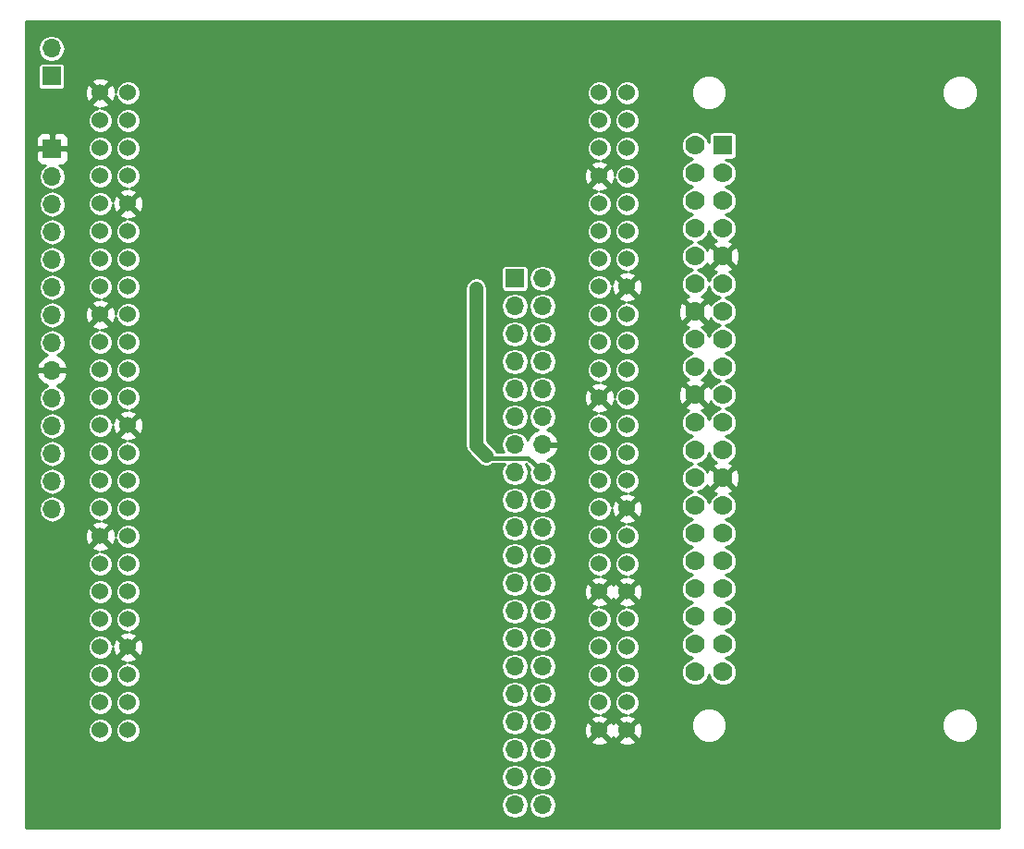
<source format=gbl>
G04 #@! TF.FileFunction,Copper,L2,Bot,Signal*
%FSLAX46Y46*%
G04 Gerber Fmt 4.6, Leading zero omitted, Abs format (unit mm)*
G04 Created by KiCad (PCBNEW 4.0.6) date Saturday, October 28, 2017 'PMt' 04:53:39 PM*
%MOMM*%
%LPD*%
G01*
G04 APERTURE LIST*
%ADD10C,0.100000*%
%ADD11R,1.700000X1.700000*%
%ADD12O,1.700000X1.700000*%
%ADD13C,1.524000*%
%ADD14R,1.778000X1.778000*%
%ADD15C,1.778000*%
%ADD16C,0.812800*%
%ADD17C,0.381000*%
%ADD18C,1.270000*%
%ADD19C,0.254000*%
G04 APERTURE END LIST*
D10*
D11*
X146230000Y-78480000D03*
D12*
X148770000Y-78480000D03*
X146230000Y-81020000D03*
X148770000Y-81020000D03*
X146230000Y-83560000D03*
X148770000Y-83560000D03*
X146230000Y-86100000D03*
X148770000Y-86100000D03*
X146230000Y-88640000D03*
X148770000Y-88640000D03*
X146230000Y-91180000D03*
X148770000Y-91180000D03*
X146230000Y-93720000D03*
X148770000Y-93720000D03*
X146230000Y-96260000D03*
X148770000Y-96260000D03*
X146230000Y-98800000D03*
X148770000Y-98800000D03*
X146230000Y-101340000D03*
X148770000Y-101340000D03*
X146230000Y-103880000D03*
X148770000Y-103880000D03*
X146230000Y-106420000D03*
X148770000Y-106420000D03*
X146230000Y-108960000D03*
X148770000Y-108960000D03*
X146230000Y-111500000D03*
X148770000Y-111500000D03*
X146230000Y-114040000D03*
X148770000Y-114040000D03*
X146230000Y-116580000D03*
X148770000Y-116580000D03*
X146230000Y-119120000D03*
X148770000Y-119120000D03*
X146230000Y-121660000D03*
X148770000Y-121660000D03*
X146230000Y-124200000D03*
X148770000Y-124200000D03*
X146230000Y-126740000D03*
X148770000Y-126740000D03*
D13*
X153960000Y-102110000D03*
X156500000Y-102110000D03*
X153960000Y-104650000D03*
X156500000Y-104650000D03*
X153960000Y-107190000D03*
X156500000Y-107190000D03*
X153960000Y-109730000D03*
X156500000Y-109730000D03*
X153960000Y-112270000D03*
X156500000Y-112270000D03*
X153960000Y-114810000D03*
X156500000Y-114810000D03*
X153960000Y-117350000D03*
X156500000Y-117350000D03*
X153960000Y-119890000D03*
X156500000Y-119890000D03*
X156500000Y-99570000D03*
X153960000Y-99570000D03*
X156500000Y-97030000D03*
X153960000Y-97030000D03*
X156500000Y-94490000D03*
X153960000Y-94490000D03*
X156500000Y-91950000D03*
X153960000Y-91950000D03*
X156500000Y-89410000D03*
X153960000Y-89410000D03*
X156500000Y-86870000D03*
X153960000Y-86870000D03*
X156500000Y-84330000D03*
X153960000Y-84330000D03*
X156500000Y-81790000D03*
X153960000Y-81790000D03*
X153960000Y-61470000D03*
X156500000Y-61470000D03*
X153960000Y-64010000D03*
X156500000Y-64010000D03*
X153960000Y-66550000D03*
X156500000Y-66550000D03*
X153960000Y-69090000D03*
X156500000Y-69090000D03*
X153960000Y-71630000D03*
X156500000Y-71630000D03*
X153960000Y-74170000D03*
X156500000Y-74170000D03*
X153960000Y-76710000D03*
X156500000Y-76710000D03*
X153960000Y-79250000D03*
X156500000Y-79250000D03*
X110780000Y-79250000D03*
X108240000Y-79250000D03*
X110780000Y-76710000D03*
X108240000Y-76710000D03*
X110780000Y-74170000D03*
X108240000Y-74170000D03*
X110780000Y-71630000D03*
X108240000Y-71630000D03*
X110780000Y-69090000D03*
X108240000Y-69090000D03*
X110780000Y-66550000D03*
X108240000Y-66550000D03*
X110780000Y-64010000D03*
X108240000Y-64010000D03*
X110780000Y-61470000D03*
X108240000Y-61470000D03*
X108240000Y-81790000D03*
X110780000Y-81790000D03*
X108240000Y-84330000D03*
X110780000Y-84330000D03*
X108240000Y-86870000D03*
X110780000Y-86870000D03*
X108240000Y-89410000D03*
X110780000Y-89410000D03*
X108240000Y-91950000D03*
X110780000Y-91950000D03*
X108240000Y-94490000D03*
X110780000Y-94490000D03*
X108240000Y-97030000D03*
X110780000Y-97030000D03*
X108240000Y-99570000D03*
X110780000Y-99570000D03*
X110780000Y-119890000D03*
X108240000Y-119890000D03*
X110780000Y-117350000D03*
X108240000Y-117350000D03*
X110780000Y-114810000D03*
X108240000Y-114810000D03*
X110780000Y-112270000D03*
X108240000Y-112270000D03*
X110780000Y-109730000D03*
X108240000Y-109730000D03*
X110780000Y-107190000D03*
X108240000Y-107190000D03*
X110780000Y-104650000D03*
X108240000Y-104650000D03*
X110780000Y-102110000D03*
X108240000Y-102110000D03*
D14*
X165280000Y-66300000D03*
D15*
X162740000Y-66300000D03*
X165280000Y-68840000D03*
X162740000Y-68840000D03*
X165280000Y-71380000D03*
X162740000Y-71380000D03*
X165280000Y-73920000D03*
X162740000Y-73920000D03*
X165280000Y-76460000D03*
X162740000Y-76460000D03*
X165280000Y-79000000D03*
X162740000Y-79000000D03*
X165280000Y-81540000D03*
X162740000Y-81540000D03*
X165280000Y-84080000D03*
X162740000Y-84080000D03*
X165280000Y-86620000D03*
X162740000Y-86620000D03*
X165280000Y-89160000D03*
X162740000Y-89160000D03*
X165280000Y-91700000D03*
X162740000Y-91700000D03*
X165280000Y-94240000D03*
X162740000Y-94240000D03*
X165280000Y-96780000D03*
X162740000Y-96780000D03*
X165280000Y-99320000D03*
X162740000Y-99320000D03*
X165280000Y-101860000D03*
X162740000Y-101860000D03*
X165280000Y-104400000D03*
X162740000Y-104400000D03*
X165280000Y-106940000D03*
X162740000Y-106940000D03*
X165280000Y-109480000D03*
X162740000Y-109480000D03*
X165280000Y-112020000D03*
X162740000Y-112020000D03*
X165280000Y-114560000D03*
X162740000Y-114560000D03*
D11*
X103790000Y-59950000D03*
D12*
X103790000Y-57410000D03*
D11*
X103850000Y-66600000D03*
D12*
X103850000Y-69140000D03*
X103850000Y-71680000D03*
X103850000Y-74220000D03*
X103850000Y-76760000D03*
X103850000Y-79300000D03*
X103850000Y-81840000D03*
X103850000Y-84380000D03*
X103850000Y-86920000D03*
X103850000Y-89460000D03*
X103850000Y-92000000D03*
X103850000Y-94540000D03*
X103850000Y-97080000D03*
X103850000Y-99620000D03*
D16*
X142680000Y-79410000D03*
D17*
X143600000Y-94680000D02*
X143858301Y-94938301D01*
X143858301Y-94938301D02*
X147448301Y-94938301D01*
X147920001Y-95410001D02*
X148770000Y-96260000D01*
X147448301Y-94938301D02*
X147920001Y-95410001D01*
D18*
X142680000Y-93760000D02*
X143600000Y-94680000D01*
X142680000Y-79410000D02*
X142680000Y-93760000D01*
D19*
G36*
X190569000Y-128799000D02*
X101431000Y-128799000D01*
X101431000Y-126740000D01*
X144974883Y-126740000D01*
X145068587Y-127211083D01*
X145335435Y-127610448D01*
X145734800Y-127877296D01*
X146205883Y-127971000D01*
X146254117Y-127971000D01*
X146725200Y-127877296D01*
X147124565Y-127610448D01*
X147391413Y-127211083D01*
X147485117Y-126740000D01*
X147514883Y-126740000D01*
X147608587Y-127211083D01*
X147875435Y-127610448D01*
X148274800Y-127877296D01*
X148745883Y-127971000D01*
X148794117Y-127971000D01*
X149265200Y-127877296D01*
X149664565Y-127610448D01*
X149931413Y-127211083D01*
X150025117Y-126740000D01*
X149931413Y-126268917D01*
X149664565Y-125869552D01*
X149265200Y-125602704D01*
X148794117Y-125509000D01*
X148745883Y-125509000D01*
X148274800Y-125602704D01*
X147875435Y-125869552D01*
X147608587Y-126268917D01*
X147514883Y-126740000D01*
X147485117Y-126740000D01*
X147391413Y-126268917D01*
X147124565Y-125869552D01*
X146725200Y-125602704D01*
X146254117Y-125509000D01*
X146205883Y-125509000D01*
X145734800Y-125602704D01*
X145335435Y-125869552D01*
X145068587Y-126268917D01*
X144974883Y-126740000D01*
X101431000Y-126740000D01*
X101431000Y-124200000D01*
X144974883Y-124200000D01*
X145068587Y-124671083D01*
X145335435Y-125070448D01*
X145734800Y-125337296D01*
X146205883Y-125431000D01*
X146254117Y-125431000D01*
X146725200Y-125337296D01*
X147124565Y-125070448D01*
X147391413Y-124671083D01*
X147485117Y-124200000D01*
X147514883Y-124200000D01*
X147608587Y-124671083D01*
X147875435Y-125070448D01*
X148274800Y-125337296D01*
X148745883Y-125431000D01*
X148794117Y-125431000D01*
X149265200Y-125337296D01*
X149664565Y-125070448D01*
X149931413Y-124671083D01*
X150025117Y-124200000D01*
X149931413Y-123728917D01*
X149664565Y-123329552D01*
X149265200Y-123062704D01*
X148794117Y-122969000D01*
X148745883Y-122969000D01*
X148274800Y-123062704D01*
X147875435Y-123329552D01*
X147608587Y-123728917D01*
X147514883Y-124200000D01*
X147485117Y-124200000D01*
X147391413Y-123728917D01*
X147124565Y-123329552D01*
X146725200Y-123062704D01*
X146254117Y-122969000D01*
X146205883Y-122969000D01*
X145734800Y-123062704D01*
X145335435Y-123329552D01*
X145068587Y-123728917D01*
X144974883Y-124200000D01*
X101431000Y-124200000D01*
X101431000Y-121660000D01*
X144974883Y-121660000D01*
X145068587Y-122131083D01*
X145335435Y-122530448D01*
X145734800Y-122797296D01*
X146205883Y-122891000D01*
X146254117Y-122891000D01*
X146725200Y-122797296D01*
X147124565Y-122530448D01*
X147391413Y-122131083D01*
X147485117Y-121660000D01*
X147514883Y-121660000D01*
X147608587Y-122131083D01*
X147875435Y-122530448D01*
X148274800Y-122797296D01*
X148745883Y-122891000D01*
X148794117Y-122891000D01*
X149265200Y-122797296D01*
X149664565Y-122530448D01*
X149931413Y-122131083D01*
X150025117Y-121660000D01*
X149931413Y-121188917D01*
X149718462Y-120870213D01*
X153159392Y-120870213D01*
X153228857Y-121112397D01*
X153752302Y-121299144D01*
X154307368Y-121271362D01*
X154691143Y-121112397D01*
X154760608Y-120870213D01*
X155699392Y-120870213D01*
X155768857Y-121112397D01*
X156292302Y-121299144D01*
X156847368Y-121271362D01*
X157231143Y-121112397D01*
X157300608Y-120870213D01*
X156500000Y-120069605D01*
X155699392Y-120870213D01*
X154760608Y-120870213D01*
X153960000Y-120069605D01*
X153159392Y-120870213D01*
X149718462Y-120870213D01*
X149664565Y-120789552D01*
X149265200Y-120522704D01*
X148794117Y-120429000D01*
X148745883Y-120429000D01*
X148274800Y-120522704D01*
X147875435Y-120789552D01*
X147608587Y-121188917D01*
X147514883Y-121660000D01*
X147485117Y-121660000D01*
X147391413Y-121188917D01*
X147124565Y-120789552D01*
X146725200Y-120522704D01*
X146254117Y-120429000D01*
X146205883Y-120429000D01*
X145734800Y-120522704D01*
X145335435Y-120789552D01*
X145068587Y-121188917D01*
X144974883Y-121660000D01*
X101431000Y-121660000D01*
X101431000Y-120116359D01*
X107096802Y-120116359D01*
X107270446Y-120536612D01*
X107591697Y-120858423D01*
X108011646Y-121032801D01*
X108466359Y-121033198D01*
X108886612Y-120859554D01*
X109208423Y-120538303D01*
X109382801Y-120118354D01*
X109382802Y-120116359D01*
X109636802Y-120116359D01*
X109810446Y-120536612D01*
X110131697Y-120858423D01*
X110551646Y-121032801D01*
X111006359Y-121033198D01*
X111426612Y-120859554D01*
X111748423Y-120538303D01*
X111922801Y-120118354D01*
X111923198Y-119663641D01*
X111749554Y-119243388D01*
X111626381Y-119120000D01*
X144974883Y-119120000D01*
X145068587Y-119591083D01*
X145335435Y-119990448D01*
X145734800Y-120257296D01*
X146205883Y-120351000D01*
X146254117Y-120351000D01*
X146725200Y-120257296D01*
X147124565Y-119990448D01*
X147391413Y-119591083D01*
X147485117Y-119120000D01*
X147514883Y-119120000D01*
X147608587Y-119591083D01*
X147875435Y-119990448D01*
X148274800Y-120257296D01*
X148745883Y-120351000D01*
X148794117Y-120351000D01*
X149265200Y-120257296D01*
X149664565Y-119990448D01*
X149870462Y-119682302D01*
X152550856Y-119682302D01*
X152578638Y-120237368D01*
X152737603Y-120621143D01*
X152979787Y-120690608D01*
X153780395Y-119890000D01*
X154139605Y-119890000D01*
X154940213Y-120690608D01*
X155182397Y-120621143D01*
X155226453Y-120497656D01*
X155277603Y-120621143D01*
X155519787Y-120690608D01*
X156320395Y-119890000D01*
X156679605Y-119890000D01*
X157480213Y-120690608D01*
X157722397Y-120621143D01*
X157909144Y-120097698D01*
X157891892Y-119753003D01*
X162378718Y-119753003D01*
X162626499Y-120352680D01*
X163084907Y-120811888D01*
X163684151Y-121060716D01*
X164333003Y-121061282D01*
X164932680Y-120813501D01*
X165391888Y-120355093D01*
X165640716Y-119755849D01*
X165640718Y-119753003D01*
X185378718Y-119753003D01*
X185626499Y-120352680D01*
X186084907Y-120811888D01*
X186684151Y-121060716D01*
X187333003Y-121061282D01*
X187932680Y-120813501D01*
X188391888Y-120355093D01*
X188640716Y-119755849D01*
X188641282Y-119106997D01*
X188393501Y-118507320D01*
X187935093Y-118048112D01*
X187335849Y-117799284D01*
X186686997Y-117798718D01*
X186087320Y-118046499D01*
X185628112Y-118504907D01*
X185379284Y-119104151D01*
X185378718Y-119753003D01*
X165640718Y-119753003D01*
X165641282Y-119106997D01*
X165393501Y-118507320D01*
X164935093Y-118048112D01*
X164335849Y-117799284D01*
X163686997Y-117798718D01*
X163087320Y-118046499D01*
X162628112Y-118504907D01*
X162379284Y-119104151D01*
X162378718Y-119753003D01*
X157891892Y-119753003D01*
X157881362Y-119542632D01*
X157722397Y-119158857D01*
X157480213Y-119089392D01*
X156679605Y-119890000D01*
X156320395Y-119890000D01*
X155519787Y-119089392D01*
X155277603Y-119158857D01*
X155233547Y-119282344D01*
X155182397Y-119158857D01*
X154940213Y-119089392D01*
X154139605Y-119890000D01*
X153780395Y-119890000D01*
X152979787Y-119089392D01*
X152737603Y-119158857D01*
X152550856Y-119682302D01*
X149870462Y-119682302D01*
X149931413Y-119591083D01*
X150025117Y-119120000D01*
X149931413Y-118648917D01*
X149664565Y-118249552D01*
X149265200Y-117982704D01*
X148794117Y-117889000D01*
X148745883Y-117889000D01*
X148274800Y-117982704D01*
X147875435Y-118249552D01*
X147608587Y-118648917D01*
X147514883Y-119120000D01*
X147485117Y-119120000D01*
X147391413Y-118648917D01*
X147124565Y-118249552D01*
X146725200Y-117982704D01*
X146254117Y-117889000D01*
X146205883Y-117889000D01*
X145734800Y-117982704D01*
X145335435Y-118249552D01*
X145068587Y-118648917D01*
X144974883Y-119120000D01*
X111626381Y-119120000D01*
X111428303Y-118921577D01*
X111008354Y-118747199D01*
X110553641Y-118746802D01*
X110133388Y-118920446D01*
X109811577Y-119241697D01*
X109637199Y-119661646D01*
X109636802Y-120116359D01*
X109382802Y-120116359D01*
X109383198Y-119663641D01*
X109209554Y-119243388D01*
X108888303Y-118921577D01*
X108468354Y-118747199D01*
X108013641Y-118746802D01*
X107593388Y-118920446D01*
X107271577Y-119241697D01*
X107097199Y-119661646D01*
X107096802Y-120116359D01*
X101431000Y-120116359D01*
X101431000Y-117576359D01*
X107096802Y-117576359D01*
X107270446Y-117996612D01*
X107591697Y-118318423D01*
X108011646Y-118492801D01*
X108466359Y-118493198D01*
X108886612Y-118319554D01*
X109208423Y-117998303D01*
X109382801Y-117578354D01*
X109382802Y-117576359D01*
X109636802Y-117576359D01*
X109810446Y-117996612D01*
X110131697Y-118318423D01*
X110551646Y-118492801D01*
X111006359Y-118493198D01*
X111426612Y-118319554D01*
X111748423Y-117998303D01*
X111922801Y-117578354D01*
X111923198Y-117123641D01*
X111749554Y-116703388D01*
X111626381Y-116580000D01*
X144974883Y-116580000D01*
X145068587Y-117051083D01*
X145335435Y-117450448D01*
X145734800Y-117717296D01*
X146205883Y-117811000D01*
X146254117Y-117811000D01*
X146725200Y-117717296D01*
X147124565Y-117450448D01*
X147391413Y-117051083D01*
X147485117Y-116580000D01*
X147514883Y-116580000D01*
X147608587Y-117051083D01*
X147875435Y-117450448D01*
X148274800Y-117717296D01*
X148745883Y-117811000D01*
X148794117Y-117811000D01*
X149265200Y-117717296D01*
X149476126Y-117576359D01*
X152816802Y-117576359D01*
X152990446Y-117996612D01*
X153311697Y-118318423D01*
X153731646Y-118492801D01*
X153925660Y-118492970D01*
X153612632Y-118508638D01*
X153228857Y-118667603D01*
X153159392Y-118909787D01*
X153960000Y-119710395D01*
X154760608Y-118909787D01*
X154691143Y-118667603D01*
X154193742Y-118490148D01*
X154606612Y-118319554D01*
X154928423Y-117998303D01*
X155102801Y-117578354D01*
X155102802Y-117576359D01*
X155356802Y-117576359D01*
X155530446Y-117996612D01*
X155851697Y-118318423D01*
X156271646Y-118492801D01*
X156465660Y-118492970D01*
X156152632Y-118508638D01*
X155768857Y-118667603D01*
X155699392Y-118909787D01*
X156500000Y-119710395D01*
X157300608Y-118909787D01*
X157231143Y-118667603D01*
X156733742Y-118490148D01*
X157146612Y-118319554D01*
X157468423Y-117998303D01*
X157642801Y-117578354D01*
X157643198Y-117123641D01*
X157469554Y-116703388D01*
X157148303Y-116381577D01*
X156728354Y-116207199D01*
X156273641Y-116206802D01*
X155853388Y-116380446D01*
X155531577Y-116701697D01*
X155357199Y-117121646D01*
X155356802Y-117576359D01*
X155102802Y-117576359D01*
X155103198Y-117123641D01*
X154929554Y-116703388D01*
X154608303Y-116381577D01*
X154188354Y-116207199D01*
X153733641Y-116206802D01*
X153313388Y-116380446D01*
X152991577Y-116701697D01*
X152817199Y-117121646D01*
X152816802Y-117576359D01*
X149476126Y-117576359D01*
X149664565Y-117450448D01*
X149931413Y-117051083D01*
X150025117Y-116580000D01*
X149931413Y-116108917D01*
X149664565Y-115709552D01*
X149265200Y-115442704D01*
X148794117Y-115349000D01*
X148745883Y-115349000D01*
X148274800Y-115442704D01*
X147875435Y-115709552D01*
X147608587Y-116108917D01*
X147514883Y-116580000D01*
X147485117Y-116580000D01*
X147391413Y-116108917D01*
X147124565Y-115709552D01*
X146725200Y-115442704D01*
X146254117Y-115349000D01*
X146205883Y-115349000D01*
X145734800Y-115442704D01*
X145335435Y-115709552D01*
X145068587Y-116108917D01*
X144974883Y-116580000D01*
X111626381Y-116580000D01*
X111428303Y-116381577D01*
X111008354Y-116207199D01*
X110553641Y-116206802D01*
X110133388Y-116380446D01*
X109811577Y-116701697D01*
X109637199Y-117121646D01*
X109636802Y-117576359D01*
X109382802Y-117576359D01*
X109383198Y-117123641D01*
X109209554Y-116703388D01*
X108888303Y-116381577D01*
X108468354Y-116207199D01*
X108013641Y-116206802D01*
X107593388Y-116380446D01*
X107271577Y-116701697D01*
X107097199Y-117121646D01*
X107096802Y-117576359D01*
X101431000Y-117576359D01*
X101431000Y-115036359D01*
X107096802Y-115036359D01*
X107270446Y-115456612D01*
X107591697Y-115778423D01*
X108011646Y-115952801D01*
X108466359Y-115953198D01*
X108886612Y-115779554D01*
X109208423Y-115458303D01*
X109382801Y-115038354D01*
X109382802Y-115036359D01*
X109636802Y-115036359D01*
X109810446Y-115456612D01*
X110131697Y-115778423D01*
X110551646Y-115952801D01*
X111006359Y-115953198D01*
X111426612Y-115779554D01*
X111748423Y-115458303D01*
X111922801Y-115038354D01*
X111923198Y-114583641D01*
X111749554Y-114163388D01*
X111626381Y-114040000D01*
X144974883Y-114040000D01*
X145068587Y-114511083D01*
X145335435Y-114910448D01*
X145734800Y-115177296D01*
X146205883Y-115271000D01*
X146254117Y-115271000D01*
X146725200Y-115177296D01*
X147124565Y-114910448D01*
X147391413Y-114511083D01*
X147485117Y-114040000D01*
X147514883Y-114040000D01*
X147608587Y-114511083D01*
X147875435Y-114910448D01*
X148274800Y-115177296D01*
X148745883Y-115271000D01*
X148794117Y-115271000D01*
X149265200Y-115177296D01*
X149476126Y-115036359D01*
X152816802Y-115036359D01*
X152990446Y-115456612D01*
X153311697Y-115778423D01*
X153731646Y-115952801D01*
X154186359Y-115953198D01*
X154606612Y-115779554D01*
X154928423Y-115458303D01*
X155102801Y-115038354D01*
X155102802Y-115036359D01*
X155356802Y-115036359D01*
X155530446Y-115456612D01*
X155851697Y-115778423D01*
X156271646Y-115952801D01*
X156726359Y-115953198D01*
X157146612Y-115779554D01*
X157468423Y-115458303D01*
X157642801Y-115038354D01*
X157643198Y-114583641D01*
X157469554Y-114163388D01*
X157148303Y-113841577D01*
X156728354Y-113667199D01*
X156273641Y-113666802D01*
X155853388Y-113840446D01*
X155531577Y-114161697D01*
X155357199Y-114581646D01*
X155356802Y-115036359D01*
X155102802Y-115036359D01*
X155103198Y-114583641D01*
X154929554Y-114163388D01*
X154608303Y-113841577D01*
X154188354Y-113667199D01*
X153733641Y-113666802D01*
X153313388Y-113840446D01*
X152991577Y-114161697D01*
X152817199Y-114581646D01*
X152816802Y-115036359D01*
X149476126Y-115036359D01*
X149664565Y-114910448D01*
X149931413Y-114511083D01*
X150025117Y-114040000D01*
X149931413Y-113568917D01*
X149664565Y-113169552D01*
X149265200Y-112902704D01*
X148794117Y-112809000D01*
X148745883Y-112809000D01*
X148274800Y-112902704D01*
X147875435Y-113169552D01*
X147608587Y-113568917D01*
X147514883Y-114040000D01*
X147485117Y-114040000D01*
X147391413Y-113568917D01*
X147124565Y-113169552D01*
X146725200Y-112902704D01*
X146254117Y-112809000D01*
X146205883Y-112809000D01*
X145734800Y-112902704D01*
X145335435Y-113169552D01*
X145068587Y-113568917D01*
X144974883Y-114040000D01*
X111626381Y-114040000D01*
X111428303Y-113841577D01*
X111008354Y-113667199D01*
X110814340Y-113667030D01*
X111127368Y-113651362D01*
X111511143Y-113492397D01*
X111580608Y-113250213D01*
X110780000Y-112449605D01*
X109979392Y-113250213D01*
X110048857Y-113492397D01*
X110546258Y-113669852D01*
X110133388Y-113840446D01*
X109811577Y-114161697D01*
X109637199Y-114581646D01*
X109636802Y-115036359D01*
X109382802Y-115036359D01*
X109383198Y-114583641D01*
X109209554Y-114163388D01*
X108888303Y-113841577D01*
X108468354Y-113667199D01*
X108013641Y-113666802D01*
X107593388Y-113840446D01*
X107271577Y-114161697D01*
X107097199Y-114581646D01*
X107096802Y-115036359D01*
X101431000Y-115036359D01*
X101431000Y-112496359D01*
X107096802Y-112496359D01*
X107270446Y-112916612D01*
X107591697Y-113238423D01*
X108011646Y-113412801D01*
X108466359Y-113413198D01*
X108886612Y-113239554D01*
X109208423Y-112918303D01*
X109382801Y-112498354D01*
X109382970Y-112304340D01*
X109398638Y-112617368D01*
X109557603Y-113001143D01*
X109799787Y-113070608D01*
X110600395Y-112270000D01*
X110959605Y-112270000D01*
X111760213Y-113070608D01*
X112002397Y-113001143D01*
X112189144Y-112477698D01*
X112161362Y-111922632D01*
X112002397Y-111538857D01*
X111866926Y-111500000D01*
X144974883Y-111500000D01*
X145068587Y-111971083D01*
X145335435Y-112370448D01*
X145734800Y-112637296D01*
X146205883Y-112731000D01*
X146254117Y-112731000D01*
X146725200Y-112637296D01*
X147124565Y-112370448D01*
X147391413Y-111971083D01*
X147485117Y-111500000D01*
X147514883Y-111500000D01*
X147608587Y-111971083D01*
X147875435Y-112370448D01*
X148274800Y-112637296D01*
X148745883Y-112731000D01*
X148794117Y-112731000D01*
X149265200Y-112637296D01*
X149476126Y-112496359D01*
X152816802Y-112496359D01*
X152990446Y-112916612D01*
X153311697Y-113238423D01*
X153731646Y-113412801D01*
X154186359Y-113413198D01*
X154606612Y-113239554D01*
X154928423Y-112918303D01*
X155102801Y-112498354D01*
X155102802Y-112496359D01*
X155356802Y-112496359D01*
X155530446Y-112916612D01*
X155851697Y-113238423D01*
X156271646Y-113412801D01*
X156726359Y-113413198D01*
X157146612Y-113239554D01*
X157468423Y-112918303D01*
X157642801Y-112498354D01*
X157643198Y-112043641D01*
X157469554Y-111623388D01*
X157148303Y-111301577D01*
X156728354Y-111127199D01*
X156273641Y-111126802D01*
X155853388Y-111300446D01*
X155531577Y-111621697D01*
X155357199Y-112041646D01*
X155356802Y-112496359D01*
X155102802Y-112496359D01*
X155103198Y-112043641D01*
X154929554Y-111623388D01*
X154608303Y-111301577D01*
X154188354Y-111127199D01*
X153733641Y-111126802D01*
X153313388Y-111300446D01*
X152991577Y-111621697D01*
X152817199Y-112041646D01*
X152816802Y-112496359D01*
X149476126Y-112496359D01*
X149664565Y-112370448D01*
X149931413Y-111971083D01*
X150025117Y-111500000D01*
X149931413Y-111028917D01*
X149664565Y-110629552D01*
X149265200Y-110362704D01*
X148794117Y-110269000D01*
X148745883Y-110269000D01*
X148274800Y-110362704D01*
X147875435Y-110629552D01*
X147608587Y-111028917D01*
X147514883Y-111500000D01*
X147485117Y-111500000D01*
X147391413Y-111028917D01*
X147124565Y-110629552D01*
X146725200Y-110362704D01*
X146254117Y-110269000D01*
X146205883Y-110269000D01*
X145734800Y-110362704D01*
X145335435Y-110629552D01*
X145068587Y-111028917D01*
X144974883Y-111500000D01*
X111866926Y-111500000D01*
X111760213Y-111469392D01*
X110959605Y-112270000D01*
X110600395Y-112270000D01*
X109799787Y-111469392D01*
X109557603Y-111538857D01*
X109380148Y-112036258D01*
X109209554Y-111623388D01*
X108888303Y-111301577D01*
X108468354Y-111127199D01*
X108013641Y-111126802D01*
X107593388Y-111300446D01*
X107271577Y-111621697D01*
X107097199Y-112041646D01*
X107096802Y-112496359D01*
X101431000Y-112496359D01*
X101431000Y-109956359D01*
X107096802Y-109956359D01*
X107270446Y-110376612D01*
X107591697Y-110698423D01*
X108011646Y-110872801D01*
X108466359Y-110873198D01*
X108886612Y-110699554D01*
X109208423Y-110378303D01*
X109382801Y-109958354D01*
X109382802Y-109956359D01*
X109636802Y-109956359D01*
X109810446Y-110376612D01*
X110131697Y-110698423D01*
X110551646Y-110872801D01*
X110745660Y-110872970D01*
X110432632Y-110888638D01*
X110048857Y-111047603D01*
X109979392Y-111289787D01*
X110780000Y-112090395D01*
X111580608Y-111289787D01*
X111511143Y-111047603D01*
X111013742Y-110870148D01*
X111426612Y-110699554D01*
X111748423Y-110378303D01*
X111922801Y-109958354D01*
X111923198Y-109503641D01*
X111749554Y-109083388D01*
X111626381Y-108960000D01*
X144974883Y-108960000D01*
X145068587Y-109431083D01*
X145335435Y-109830448D01*
X145734800Y-110097296D01*
X146205883Y-110191000D01*
X146254117Y-110191000D01*
X146725200Y-110097296D01*
X147124565Y-109830448D01*
X147391413Y-109431083D01*
X147485117Y-108960000D01*
X147514883Y-108960000D01*
X147608587Y-109431083D01*
X147875435Y-109830448D01*
X148274800Y-110097296D01*
X148745883Y-110191000D01*
X148794117Y-110191000D01*
X149265200Y-110097296D01*
X149476126Y-109956359D01*
X152816802Y-109956359D01*
X152990446Y-110376612D01*
X153311697Y-110698423D01*
X153731646Y-110872801D01*
X154186359Y-110873198D01*
X154606612Y-110699554D01*
X154928423Y-110378303D01*
X155102801Y-109958354D01*
X155102802Y-109956359D01*
X155356802Y-109956359D01*
X155530446Y-110376612D01*
X155851697Y-110698423D01*
X156271646Y-110872801D01*
X156726359Y-110873198D01*
X157146612Y-110699554D01*
X157468423Y-110378303D01*
X157642801Y-109958354D01*
X157643198Y-109503641D01*
X157469554Y-109083388D01*
X157148303Y-108761577D01*
X156728354Y-108587199D01*
X156534340Y-108587030D01*
X156847368Y-108571362D01*
X157231143Y-108412397D01*
X157300608Y-108170213D01*
X156500000Y-107369605D01*
X155699392Y-108170213D01*
X155768857Y-108412397D01*
X156266258Y-108589852D01*
X155853388Y-108760446D01*
X155531577Y-109081697D01*
X155357199Y-109501646D01*
X155356802Y-109956359D01*
X155102802Y-109956359D01*
X155103198Y-109503641D01*
X154929554Y-109083388D01*
X154608303Y-108761577D01*
X154188354Y-108587199D01*
X153994340Y-108587030D01*
X154307368Y-108571362D01*
X154691143Y-108412397D01*
X154760608Y-108170213D01*
X153960000Y-107369605D01*
X153159392Y-108170213D01*
X153228857Y-108412397D01*
X153726258Y-108589852D01*
X153313388Y-108760446D01*
X152991577Y-109081697D01*
X152817199Y-109501646D01*
X152816802Y-109956359D01*
X149476126Y-109956359D01*
X149664565Y-109830448D01*
X149931413Y-109431083D01*
X150025117Y-108960000D01*
X149931413Y-108488917D01*
X149664565Y-108089552D01*
X149265200Y-107822704D01*
X148794117Y-107729000D01*
X148745883Y-107729000D01*
X148274800Y-107822704D01*
X147875435Y-108089552D01*
X147608587Y-108488917D01*
X147514883Y-108960000D01*
X147485117Y-108960000D01*
X147391413Y-108488917D01*
X147124565Y-108089552D01*
X146725200Y-107822704D01*
X146254117Y-107729000D01*
X146205883Y-107729000D01*
X145734800Y-107822704D01*
X145335435Y-108089552D01*
X145068587Y-108488917D01*
X144974883Y-108960000D01*
X111626381Y-108960000D01*
X111428303Y-108761577D01*
X111008354Y-108587199D01*
X110553641Y-108586802D01*
X110133388Y-108760446D01*
X109811577Y-109081697D01*
X109637199Y-109501646D01*
X109636802Y-109956359D01*
X109382802Y-109956359D01*
X109383198Y-109503641D01*
X109209554Y-109083388D01*
X108888303Y-108761577D01*
X108468354Y-108587199D01*
X108013641Y-108586802D01*
X107593388Y-108760446D01*
X107271577Y-109081697D01*
X107097199Y-109501646D01*
X107096802Y-109956359D01*
X101431000Y-109956359D01*
X101431000Y-107416359D01*
X107096802Y-107416359D01*
X107270446Y-107836612D01*
X107591697Y-108158423D01*
X108011646Y-108332801D01*
X108466359Y-108333198D01*
X108886612Y-108159554D01*
X109208423Y-107838303D01*
X109382801Y-107418354D01*
X109382802Y-107416359D01*
X109636802Y-107416359D01*
X109810446Y-107836612D01*
X110131697Y-108158423D01*
X110551646Y-108332801D01*
X111006359Y-108333198D01*
X111426612Y-108159554D01*
X111748423Y-107838303D01*
X111922801Y-107418354D01*
X111923198Y-106963641D01*
X111749554Y-106543388D01*
X111626381Y-106420000D01*
X144974883Y-106420000D01*
X145068587Y-106891083D01*
X145335435Y-107290448D01*
X145734800Y-107557296D01*
X146205883Y-107651000D01*
X146254117Y-107651000D01*
X146725200Y-107557296D01*
X147124565Y-107290448D01*
X147391413Y-106891083D01*
X147485117Y-106420000D01*
X147514883Y-106420000D01*
X147608587Y-106891083D01*
X147875435Y-107290448D01*
X148274800Y-107557296D01*
X148745883Y-107651000D01*
X148794117Y-107651000D01*
X149265200Y-107557296D01*
X149664565Y-107290448D01*
X149870462Y-106982302D01*
X152550856Y-106982302D01*
X152578638Y-107537368D01*
X152737603Y-107921143D01*
X152979787Y-107990608D01*
X153780395Y-107190000D01*
X154139605Y-107190000D01*
X154940213Y-107990608D01*
X155182397Y-107921143D01*
X155226453Y-107797656D01*
X155277603Y-107921143D01*
X155519787Y-107990608D01*
X156320395Y-107190000D01*
X156679605Y-107190000D01*
X157480213Y-107990608D01*
X157722397Y-107921143D01*
X157909144Y-107397698D01*
X157881362Y-106842632D01*
X157722397Y-106458857D01*
X157480213Y-106389392D01*
X156679605Y-107190000D01*
X156320395Y-107190000D01*
X155519787Y-106389392D01*
X155277603Y-106458857D01*
X155233547Y-106582344D01*
X155182397Y-106458857D01*
X154940213Y-106389392D01*
X154139605Y-107190000D01*
X153780395Y-107190000D01*
X152979787Y-106389392D01*
X152737603Y-106458857D01*
X152550856Y-106982302D01*
X149870462Y-106982302D01*
X149931413Y-106891083D01*
X150025117Y-106420000D01*
X149931413Y-105948917D01*
X149664565Y-105549552D01*
X149265200Y-105282704D01*
X148794117Y-105189000D01*
X148745883Y-105189000D01*
X148274800Y-105282704D01*
X147875435Y-105549552D01*
X147608587Y-105948917D01*
X147514883Y-106420000D01*
X147485117Y-106420000D01*
X147391413Y-105948917D01*
X147124565Y-105549552D01*
X146725200Y-105282704D01*
X146254117Y-105189000D01*
X146205883Y-105189000D01*
X145734800Y-105282704D01*
X145335435Y-105549552D01*
X145068587Y-105948917D01*
X144974883Y-106420000D01*
X111626381Y-106420000D01*
X111428303Y-106221577D01*
X111008354Y-106047199D01*
X110553641Y-106046802D01*
X110133388Y-106220446D01*
X109811577Y-106541697D01*
X109637199Y-106961646D01*
X109636802Y-107416359D01*
X109382802Y-107416359D01*
X109383198Y-106963641D01*
X109209554Y-106543388D01*
X108888303Y-106221577D01*
X108468354Y-106047199D01*
X108013641Y-106046802D01*
X107593388Y-106220446D01*
X107271577Y-106541697D01*
X107097199Y-106961646D01*
X107096802Y-107416359D01*
X101431000Y-107416359D01*
X101431000Y-104876359D01*
X107096802Y-104876359D01*
X107270446Y-105296612D01*
X107591697Y-105618423D01*
X108011646Y-105792801D01*
X108466359Y-105793198D01*
X108886612Y-105619554D01*
X109208423Y-105298303D01*
X109382801Y-104878354D01*
X109382802Y-104876359D01*
X109636802Y-104876359D01*
X109810446Y-105296612D01*
X110131697Y-105618423D01*
X110551646Y-105792801D01*
X111006359Y-105793198D01*
X111426612Y-105619554D01*
X111748423Y-105298303D01*
X111922801Y-104878354D01*
X111923198Y-104423641D01*
X111749554Y-104003388D01*
X111626381Y-103880000D01*
X144974883Y-103880000D01*
X145068587Y-104351083D01*
X145335435Y-104750448D01*
X145734800Y-105017296D01*
X146205883Y-105111000D01*
X146254117Y-105111000D01*
X146725200Y-105017296D01*
X147124565Y-104750448D01*
X147391413Y-104351083D01*
X147485117Y-103880000D01*
X147514883Y-103880000D01*
X147608587Y-104351083D01*
X147875435Y-104750448D01*
X148274800Y-105017296D01*
X148745883Y-105111000D01*
X148794117Y-105111000D01*
X149265200Y-105017296D01*
X149476126Y-104876359D01*
X152816802Y-104876359D01*
X152990446Y-105296612D01*
X153311697Y-105618423D01*
X153731646Y-105792801D01*
X153925660Y-105792970D01*
X153612632Y-105808638D01*
X153228857Y-105967603D01*
X153159392Y-106209787D01*
X153960000Y-107010395D01*
X154760608Y-106209787D01*
X154691143Y-105967603D01*
X154193742Y-105790148D01*
X154606612Y-105619554D01*
X154928423Y-105298303D01*
X155102801Y-104878354D01*
X155102802Y-104876359D01*
X155356802Y-104876359D01*
X155530446Y-105296612D01*
X155851697Y-105618423D01*
X156271646Y-105792801D01*
X156465660Y-105792970D01*
X156152632Y-105808638D01*
X155768857Y-105967603D01*
X155699392Y-106209787D01*
X156500000Y-107010395D01*
X157300608Y-106209787D01*
X157231143Y-105967603D01*
X156733742Y-105790148D01*
X157146612Y-105619554D01*
X157468423Y-105298303D01*
X157642801Y-104878354D01*
X157643198Y-104423641D01*
X157469554Y-104003388D01*
X157148303Y-103681577D01*
X156728354Y-103507199D01*
X156273641Y-103506802D01*
X155853388Y-103680446D01*
X155531577Y-104001697D01*
X155357199Y-104421646D01*
X155356802Y-104876359D01*
X155102802Y-104876359D01*
X155103198Y-104423641D01*
X154929554Y-104003388D01*
X154608303Y-103681577D01*
X154188354Y-103507199D01*
X153733641Y-103506802D01*
X153313388Y-103680446D01*
X152991577Y-104001697D01*
X152817199Y-104421646D01*
X152816802Y-104876359D01*
X149476126Y-104876359D01*
X149664565Y-104750448D01*
X149931413Y-104351083D01*
X150025117Y-103880000D01*
X149931413Y-103408917D01*
X149664565Y-103009552D01*
X149265200Y-102742704D01*
X148794117Y-102649000D01*
X148745883Y-102649000D01*
X148274800Y-102742704D01*
X147875435Y-103009552D01*
X147608587Y-103408917D01*
X147514883Y-103880000D01*
X147485117Y-103880000D01*
X147391413Y-103408917D01*
X147124565Y-103009552D01*
X146725200Y-102742704D01*
X146254117Y-102649000D01*
X146205883Y-102649000D01*
X145734800Y-102742704D01*
X145335435Y-103009552D01*
X145068587Y-103408917D01*
X144974883Y-103880000D01*
X111626381Y-103880000D01*
X111428303Y-103681577D01*
X111008354Y-103507199D01*
X110553641Y-103506802D01*
X110133388Y-103680446D01*
X109811577Y-104001697D01*
X109637199Y-104421646D01*
X109636802Y-104876359D01*
X109382802Y-104876359D01*
X109383198Y-104423641D01*
X109209554Y-104003388D01*
X108888303Y-103681577D01*
X108468354Y-103507199D01*
X108274340Y-103507030D01*
X108587368Y-103491362D01*
X108971143Y-103332397D01*
X109040608Y-103090213D01*
X108240000Y-102289605D01*
X107439392Y-103090213D01*
X107508857Y-103332397D01*
X108006258Y-103509852D01*
X107593388Y-103680446D01*
X107271577Y-104001697D01*
X107097199Y-104421646D01*
X107096802Y-104876359D01*
X101431000Y-104876359D01*
X101431000Y-101902302D01*
X106830856Y-101902302D01*
X106858638Y-102457368D01*
X107017603Y-102841143D01*
X107259787Y-102910608D01*
X108060395Y-102110000D01*
X108419605Y-102110000D01*
X109220213Y-102910608D01*
X109462397Y-102841143D01*
X109639852Y-102343742D01*
X109810446Y-102756612D01*
X110131697Y-103078423D01*
X110551646Y-103252801D01*
X111006359Y-103253198D01*
X111426612Y-103079554D01*
X111748423Y-102758303D01*
X111922801Y-102338354D01*
X111923198Y-101883641D01*
X111749554Y-101463388D01*
X111626381Y-101340000D01*
X144974883Y-101340000D01*
X145068587Y-101811083D01*
X145335435Y-102210448D01*
X145734800Y-102477296D01*
X146205883Y-102571000D01*
X146254117Y-102571000D01*
X146725200Y-102477296D01*
X147124565Y-102210448D01*
X147391413Y-101811083D01*
X147485117Y-101340000D01*
X147514883Y-101340000D01*
X147608587Y-101811083D01*
X147875435Y-102210448D01*
X148274800Y-102477296D01*
X148745883Y-102571000D01*
X148794117Y-102571000D01*
X149265200Y-102477296D01*
X149476126Y-102336359D01*
X152816802Y-102336359D01*
X152990446Y-102756612D01*
X153311697Y-103078423D01*
X153731646Y-103252801D01*
X154186359Y-103253198D01*
X154606612Y-103079554D01*
X154928423Y-102758303D01*
X155102801Y-102338354D01*
X155102802Y-102336359D01*
X155356802Y-102336359D01*
X155530446Y-102756612D01*
X155851697Y-103078423D01*
X156271646Y-103252801D01*
X156726359Y-103253198D01*
X157146612Y-103079554D01*
X157468423Y-102758303D01*
X157642801Y-102338354D01*
X157643198Y-101883641D01*
X157469554Y-101463388D01*
X157148303Y-101141577D01*
X156728354Y-100967199D01*
X156534340Y-100967030D01*
X156847368Y-100951362D01*
X157231143Y-100792397D01*
X157300608Y-100550213D01*
X156500000Y-99749605D01*
X155699392Y-100550213D01*
X155768857Y-100792397D01*
X156266258Y-100969852D01*
X155853388Y-101140446D01*
X155531577Y-101461697D01*
X155357199Y-101881646D01*
X155356802Y-102336359D01*
X155102802Y-102336359D01*
X155103198Y-101883641D01*
X154929554Y-101463388D01*
X154608303Y-101141577D01*
X154188354Y-100967199D01*
X153733641Y-100966802D01*
X153313388Y-101140446D01*
X152991577Y-101461697D01*
X152817199Y-101881646D01*
X152816802Y-102336359D01*
X149476126Y-102336359D01*
X149664565Y-102210448D01*
X149931413Y-101811083D01*
X150025117Y-101340000D01*
X149931413Y-100868917D01*
X149664565Y-100469552D01*
X149265200Y-100202704D01*
X148794117Y-100109000D01*
X148745883Y-100109000D01*
X148274800Y-100202704D01*
X147875435Y-100469552D01*
X147608587Y-100868917D01*
X147514883Y-101340000D01*
X147485117Y-101340000D01*
X147391413Y-100868917D01*
X147124565Y-100469552D01*
X146725200Y-100202704D01*
X146254117Y-100109000D01*
X146205883Y-100109000D01*
X145734800Y-100202704D01*
X145335435Y-100469552D01*
X145068587Y-100868917D01*
X144974883Y-101340000D01*
X111626381Y-101340000D01*
X111428303Y-101141577D01*
X111008354Y-100967199D01*
X110553641Y-100966802D01*
X110133388Y-101140446D01*
X109811577Y-101461697D01*
X109637199Y-101881646D01*
X109637030Y-102075660D01*
X109621362Y-101762632D01*
X109462397Y-101378857D01*
X109220213Y-101309392D01*
X108419605Y-102110000D01*
X108060395Y-102110000D01*
X107259787Y-101309392D01*
X107017603Y-101378857D01*
X106830856Y-101902302D01*
X101431000Y-101902302D01*
X101431000Y-99620000D01*
X102594883Y-99620000D01*
X102688587Y-100091083D01*
X102955435Y-100490448D01*
X103354800Y-100757296D01*
X103825883Y-100851000D01*
X103874117Y-100851000D01*
X104345200Y-100757296D01*
X104744565Y-100490448D01*
X105011413Y-100091083D01*
X105070037Y-99796359D01*
X107096802Y-99796359D01*
X107270446Y-100216612D01*
X107591697Y-100538423D01*
X108011646Y-100712801D01*
X108205660Y-100712970D01*
X107892632Y-100728638D01*
X107508857Y-100887603D01*
X107439392Y-101129787D01*
X108240000Y-101930395D01*
X109040608Y-101129787D01*
X108971143Y-100887603D01*
X108473742Y-100710148D01*
X108886612Y-100539554D01*
X109208423Y-100218303D01*
X109382801Y-99798354D01*
X109382802Y-99796359D01*
X109636802Y-99796359D01*
X109810446Y-100216612D01*
X110131697Y-100538423D01*
X110551646Y-100712801D01*
X111006359Y-100713198D01*
X111426612Y-100539554D01*
X111748423Y-100218303D01*
X111922801Y-99798354D01*
X111923198Y-99343641D01*
X111749554Y-98923388D01*
X111626381Y-98800000D01*
X144974883Y-98800000D01*
X145068587Y-99271083D01*
X145335435Y-99670448D01*
X145734800Y-99937296D01*
X146205883Y-100031000D01*
X146254117Y-100031000D01*
X146725200Y-99937296D01*
X147124565Y-99670448D01*
X147391413Y-99271083D01*
X147485117Y-98800000D01*
X147514883Y-98800000D01*
X147608587Y-99271083D01*
X147875435Y-99670448D01*
X148274800Y-99937296D01*
X148745883Y-100031000D01*
X148794117Y-100031000D01*
X149265200Y-99937296D01*
X149476126Y-99796359D01*
X152816802Y-99796359D01*
X152990446Y-100216612D01*
X153311697Y-100538423D01*
X153731646Y-100712801D01*
X154186359Y-100713198D01*
X154606612Y-100539554D01*
X154928423Y-100218303D01*
X155102801Y-99798354D01*
X155102970Y-99604340D01*
X155118638Y-99917368D01*
X155277603Y-100301143D01*
X155519787Y-100370608D01*
X156320395Y-99570000D01*
X156679605Y-99570000D01*
X157480213Y-100370608D01*
X157722397Y-100301143D01*
X157909144Y-99777698D01*
X157881362Y-99222632D01*
X157722397Y-98838857D01*
X157480213Y-98769392D01*
X156679605Y-99570000D01*
X156320395Y-99570000D01*
X155519787Y-98769392D01*
X155277603Y-98838857D01*
X155100148Y-99336258D01*
X154929554Y-98923388D01*
X154608303Y-98601577D01*
X154188354Y-98427199D01*
X153733641Y-98426802D01*
X153313388Y-98600446D01*
X152991577Y-98921697D01*
X152817199Y-99341646D01*
X152816802Y-99796359D01*
X149476126Y-99796359D01*
X149664565Y-99670448D01*
X149931413Y-99271083D01*
X150025117Y-98800000D01*
X149931413Y-98328917D01*
X149664565Y-97929552D01*
X149265200Y-97662704D01*
X148794117Y-97569000D01*
X148745883Y-97569000D01*
X148274800Y-97662704D01*
X147875435Y-97929552D01*
X147608587Y-98328917D01*
X147514883Y-98800000D01*
X147485117Y-98800000D01*
X147391413Y-98328917D01*
X147124565Y-97929552D01*
X146725200Y-97662704D01*
X146254117Y-97569000D01*
X146205883Y-97569000D01*
X145734800Y-97662704D01*
X145335435Y-97929552D01*
X145068587Y-98328917D01*
X144974883Y-98800000D01*
X111626381Y-98800000D01*
X111428303Y-98601577D01*
X111008354Y-98427199D01*
X110553641Y-98426802D01*
X110133388Y-98600446D01*
X109811577Y-98921697D01*
X109637199Y-99341646D01*
X109636802Y-99796359D01*
X109382802Y-99796359D01*
X109383198Y-99343641D01*
X109209554Y-98923388D01*
X108888303Y-98601577D01*
X108468354Y-98427199D01*
X108013641Y-98426802D01*
X107593388Y-98600446D01*
X107271577Y-98921697D01*
X107097199Y-99341646D01*
X107096802Y-99796359D01*
X105070037Y-99796359D01*
X105105117Y-99620000D01*
X105011413Y-99148917D01*
X104744565Y-98749552D01*
X104345200Y-98482704D01*
X103874117Y-98389000D01*
X103825883Y-98389000D01*
X103354800Y-98482704D01*
X102955435Y-98749552D01*
X102688587Y-99148917D01*
X102594883Y-99620000D01*
X101431000Y-99620000D01*
X101431000Y-97080000D01*
X102594883Y-97080000D01*
X102688587Y-97551083D01*
X102955435Y-97950448D01*
X103354800Y-98217296D01*
X103825883Y-98311000D01*
X103874117Y-98311000D01*
X104345200Y-98217296D01*
X104744565Y-97950448D01*
X105011413Y-97551083D01*
X105070037Y-97256359D01*
X107096802Y-97256359D01*
X107270446Y-97676612D01*
X107591697Y-97998423D01*
X108011646Y-98172801D01*
X108466359Y-98173198D01*
X108886612Y-97999554D01*
X109208423Y-97678303D01*
X109382801Y-97258354D01*
X109382802Y-97256359D01*
X109636802Y-97256359D01*
X109810446Y-97676612D01*
X110131697Y-97998423D01*
X110551646Y-98172801D01*
X111006359Y-98173198D01*
X111426612Y-97999554D01*
X111748423Y-97678303D01*
X111922801Y-97258354D01*
X111923198Y-96803641D01*
X111749554Y-96383388D01*
X111428303Y-96061577D01*
X111008354Y-95887199D01*
X110553641Y-95886802D01*
X110133388Y-96060446D01*
X109811577Y-96381697D01*
X109637199Y-96801646D01*
X109636802Y-97256359D01*
X109382802Y-97256359D01*
X109383198Y-96803641D01*
X109209554Y-96383388D01*
X108888303Y-96061577D01*
X108468354Y-95887199D01*
X108013641Y-95886802D01*
X107593388Y-96060446D01*
X107271577Y-96381697D01*
X107097199Y-96801646D01*
X107096802Y-97256359D01*
X105070037Y-97256359D01*
X105105117Y-97080000D01*
X105011413Y-96608917D01*
X104744565Y-96209552D01*
X104345200Y-95942704D01*
X103874117Y-95849000D01*
X103825883Y-95849000D01*
X103354800Y-95942704D01*
X102955435Y-96209552D01*
X102688587Y-96608917D01*
X102594883Y-97080000D01*
X101431000Y-97080000D01*
X101431000Y-94540000D01*
X102594883Y-94540000D01*
X102688587Y-95011083D01*
X102955435Y-95410448D01*
X103354800Y-95677296D01*
X103825883Y-95771000D01*
X103874117Y-95771000D01*
X104345200Y-95677296D01*
X104744565Y-95410448D01*
X105011413Y-95011083D01*
X105070037Y-94716359D01*
X107096802Y-94716359D01*
X107270446Y-95136612D01*
X107591697Y-95458423D01*
X108011646Y-95632801D01*
X108466359Y-95633198D01*
X108886612Y-95459554D01*
X109208423Y-95138303D01*
X109382801Y-94718354D01*
X109382802Y-94716359D01*
X109636802Y-94716359D01*
X109810446Y-95136612D01*
X110131697Y-95458423D01*
X110551646Y-95632801D01*
X111006359Y-95633198D01*
X111426612Y-95459554D01*
X111748423Y-95138303D01*
X111922801Y-94718354D01*
X111923198Y-94263641D01*
X111749554Y-93843388D01*
X111428303Y-93521577D01*
X111008354Y-93347199D01*
X110814340Y-93347030D01*
X111127368Y-93331362D01*
X111511143Y-93172397D01*
X111580608Y-92930213D01*
X110780000Y-92129605D01*
X109979392Y-92930213D01*
X110048857Y-93172397D01*
X110546258Y-93349852D01*
X110133388Y-93520446D01*
X109811577Y-93841697D01*
X109637199Y-94261646D01*
X109636802Y-94716359D01*
X109382802Y-94716359D01*
X109383198Y-94263641D01*
X109209554Y-93843388D01*
X108888303Y-93521577D01*
X108468354Y-93347199D01*
X108013641Y-93346802D01*
X107593388Y-93520446D01*
X107271577Y-93841697D01*
X107097199Y-94261646D01*
X107096802Y-94716359D01*
X105070037Y-94716359D01*
X105105117Y-94540000D01*
X105011413Y-94068917D01*
X104744565Y-93669552D01*
X104345200Y-93402704D01*
X103874117Y-93309000D01*
X103825883Y-93309000D01*
X103354800Y-93402704D01*
X102955435Y-93669552D01*
X102688587Y-94068917D01*
X102594883Y-94540000D01*
X101431000Y-94540000D01*
X101431000Y-92000000D01*
X102594883Y-92000000D01*
X102688587Y-92471083D01*
X102955435Y-92870448D01*
X103354800Y-93137296D01*
X103825883Y-93231000D01*
X103874117Y-93231000D01*
X104345200Y-93137296D01*
X104744565Y-92870448D01*
X105011413Y-92471083D01*
X105070037Y-92176359D01*
X107096802Y-92176359D01*
X107270446Y-92596612D01*
X107591697Y-92918423D01*
X108011646Y-93092801D01*
X108466359Y-93093198D01*
X108886612Y-92919554D01*
X109208423Y-92598303D01*
X109382801Y-92178354D01*
X109382970Y-91984340D01*
X109398638Y-92297368D01*
X109557603Y-92681143D01*
X109799787Y-92750608D01*
X110600395Y-91950000D01*
X110959605Y-91950000D01*
X111760213Y-92750608D01*
X112002397Y-92681143D01*
X112189144Y-92157698D01*
X112161362Y-91602632D01*
X112002397Y-91218857D01*
X111760213Y-91149392D01*
X110959605Y-91950000D01*
X110600395Y-91950000D01*
X109799787Y-91149392D01*
X109557603Y-91218857D01*
X109380148Y-91716258D01*
X109209554Y-91303388D01*
X108888303Y-90981577D01*
X108468354Y-90807199D01*
X108013641Y-90806802D01*
X107593388Y-90980446D01*
X107271577Y-91301697D01*
X107097199Y-91721646D01*
X107096802Y-92176359D01*
X105070037Y-92176359D01*
X105105117Y-92000000D01*
X105011413Y-91528917D01*
X104744565Y-91129552D01*
X104345200Y-90862704D01*
X103874117Y-90769000D01*
X103825883Y-90769000D01*
X103354800Y-90862704D01*
X102955435Y-91129552D01*
X102688587Y-91528917D01*
X102594883Y-92000000D01*
X101431000Y-92000000D01*
X101431000Y-87276890D01*
X102408524Y-87276890D01*
X102578355Y-87686924D01*
X102968642Y-88115183D01*
X103393947Y-88314917D01*
X103354800Y-88322704D01*
X102955435Y-88589552D01*
X102688587Y-88988917D01*
X102594883Y-89460000D01*
X102688587Y-89931083D01*
X102955435Y-90330448D01*
X103354800Y-90597296D01*
X103825883Y-90691000D01*
X103874117Y-90691000D01*
X104345200Y-90597296D01*
X104744565Y-90330448D01*
X105011413Y-89931083D01*
X105070037Y-89636359D01*
X107096802Y-89636359D01*
X107270446Y-90056612D01*
X107591697Y-90378423D01*
X108011646Y-90552801D01*
X108466359Y-90553198D01*
X108886612Y-90379554D01*
X109208423Y-90058303D01*
X109382801Y-89638354D01*
X109382802Y-89636359D01*
X109636802Y-89636359D01*
X109810446Y-90056612D01*
X110131697Y-90378423D01*
X110551646Y-90552801D01*
X110745660Y-90552970D01*
X110432632Y-90568638D01*
X110048857Y-90727603D01*
X109979392Y-90969787D01*
X110780000Y-91770395D01*
X111580608Y-90969787D01*
X111511143Y-90727603D01*
X111013742Y-90550148D01*
X111426612Y-90379554D01*
X111748423Y-90058303D01*
X111922801Y-89638354D01*
X111923198Y-89183641D01*
X111749554Y-88763388D01*
X111428303Y-88441577D01*
X111008354Y-88267199D01*
X110553641Y-88266802D01*
X110133388Y-88440446D01*
X109811577Y-88761697D01*
X109637199Y-89181646D01*
X109636802Y-89636359D01*
X109382802Y-89636359D01*
X109383198Y-89183641D01*
X109209554Y-88763388D01*
X108888303Y-88441577D01*
X108468354Y-88267199D01*
X108013641Y-88266802D01*
X107593388Y-88440446D01*
X107271577Y-88761697D01*
X107097199Y-89181646D01*
X107096802Y-89636359D01*
X105070037Y-89636359D01*
X105105117Y-89460000D01*
X105011413Y-88988917D01*
X104744565Y-88589552D01*
X104345200Y-88322704D01*
X104306053Y-88314917D01*
X104731358Y-88115183D01*
X105121645Y-87686924D01*
X105291476Y-87276890D01*
X105196204Y-87096359D01*
X107096802Y-87096359D01*
X107270446Y-87516612D01*
X107591697Y-87838423D01*
X108011646Y-88012801D01*
X108466359Y-88013198D01*
X108886612Y-87839554D01*
X109208423Y-87518303D01*
X109382801Y-87098354D01*
X109382802Y-87096359D01*
X109636802Y-87096359D01*
X109810446Y-87516612D01*
X110131697Y-87838423D01*
X110551646Y-88012801D01*
X111006359Y-88013198D01*
X111426612Y-87839554D01*
X111748423Y-87518303D01*
X111922801Y-87098354D01*
X111923198Y-86643641D01*
X111749554Y-86223388D01*
X111428303Y-85901577D01*
X111008354Y-85727199D01*
X110553641Y-85726802D01*
X110133388Y-85900446D01*
X109811577Y-86221697D01*
X109637199Y-86641646D01*
X109636802Y-87096359D01*
X109382802Y-87096359D01*
X109383198Y-86643641D01*
X109209554Y-86223388D01*
X108888303Y-85901577D01*
X108468354Y-85727199D01*
X108013641Y-85726802D01*
X107593388Y-85900446D01*
X107271577Y-86221697D01*
X107097199Y-86641646D01*
X107096802Y-87096359D01*
X105196204Y-87096359D01*
X105170155Y-87047000D01*
X103977000Y-87047000D01*
X103977000Y-87067000D01*
X103723000Y-87067000D01*
X103723000Y-87047000D01*
X102529845Y-87047000D01*
X102408524Y-87276890D01*
X101431000Y-87276890D01*
X101431000Y-86563110D01*
X102408524Y-86563110D01*
X102529845Y-86793000D01*
X103723000Y-86793000D01*
X103723000Y-86773000D01*
X103977000Y-86773000D01*
X103977000Y-86793000D01*
X105170155Y-86793000D01*
X105291476Y-86563110D01*
X105121645Y-86153076D01*
X104731358Y-85724817D01*
X104306053Y-85525083D01*
X104345200Y-85517296D01*
X104744565Y-85250448D01*
X105011413Y-84851083D01*
X105070037Y-84556359D01*
X107096802Y-84556359D01*
X107270446Y-84976612D01*
X107591697Y-85298423D01*
X108011646Y-85472801D01*
X108466359Y-85473198D01*
X108886612Y-85299554D01*
X109208423Y-84978303D01*
X109382801Y-84558354D01*
X109382802Y-84556359D01*
X109636802Y-84556359D01*
X109810446Y-84976612D01*
X110131697Y-85298423D01*
X110551646Y-85472801D01*
X111006359Y-85473198D01*
X111426612Y-85299554D01*
X111748423Y-84978303D01*
X111922801Y-84558354D01*
X111923198Y-84103641D01*
X111749554Y-83683388D01*
X111428303Y-83361577D01*
X111008354Y-83187199D01*
X110553641Y-83186802D01*
X110133388Y-83360446D01*
X109811577Y-83681697D01*
X109637199Y-84101646D01*
X109636802Y-84556359D01*
X109382802Y-84556359D01*
X109383198Y-84103641D01*
X109209554Y-83683388D01*
X108888303Y-83361577D01*
X108468354Y-83187199D01*
X108274340Y-83187030D01*
X108587368Y-83171362D01*
X108971143Y-83012397D01*
X109040608Y-82770213D01*
X108240000Y-81969605D01*
X107439392Y-82770213D01*
X107508857Y-83012397D01*
X108006258Y-83189852D01*
X107593388Y-83360446D01*
X107271577Y-83681697D01*
X107097199Y-84101646D01*
X107096802Y-84556359D01*
X105070037Y-84556359D01*
X105105117Y-84380000D01*
X105011413Y-83908917D01*
X104744565Y-83509552D01*
X104345200Y-83242704D01*
X103874117Y-83149000D01*
X103825883Y-83149000D01*
X103354800Y-83242704D01*
X102955435Y-83509552D01*
X102688587Y-83908917D01*
X102594883Y-84380000D01*
X102688587Y-84851083D01*
X102955435Y-85250448D01*
X103354800Y-85517296D01*
X103393947Y-85525083D01*
X102968642Y-85724817D01*
X102578355Y-86153076D01*
X102408524Y-86563110D01*
X101431000Y-86563110D01*
X101431000Y-81840000D01*
X102594883Y-81840000D01*
X102688587Y-82311083D01*
X102955435Y-82710448D01*
X103354800Y-82977296D01*
X103825883Y-83071000D01*
X103874117Y-83071000D01*
X104345200Y-82977296D01*
X104744565Y-82710448D01*
X105011413Y-82311083D01*
X105105117Y-81840000D01*
X105053858Y-81582302D01*
X106830856Y-81582302D01*
X106858638Y-82137368D01*
X107017603Y-82521143D01*
X107259787Y-82590608D01*
X108060395Y-81790000D01*
X108419605Y-81790000D01*
X109220213Y-82590608D01*
X109462397Y-82521143D01*
X109639852Y-82023742D01*
X109810446Y-82436612D01*
X110131697Y-82758423D01*
X110551646Y-82932801D01*
X111006359Y-82933198D01*
X111426612Y-82759554D01*
X111748423Y-82438303D01*
X111922801Y-82018354D01*
X111923198Y-81563641D01*
X111749554Y-81143388D01*
X111428303Y-80821577D01*
X111008354Y-80647199D01*
X110553641Y-80646802D01*
X110133388Y-80820446D01*
X109811577Y-81141697D01*
X109637199Y-81561646D01*
X109637030Y-81755660D01*
X109621362Y-81442632D01*
X109462397Y-81058857D01*
X109220213Y-80989392D01*
X108419605Y-81790000D01*
X108060395Y-81790000D01*
X107259787Y-80989392D01*
X107017603Y-81058857D01*
X106830856Y-81582302D01*
X105053858Y-81582302D01*
X105011413Y-81368917D01*
X104744565Y-80969552D01*
X104345200Y-80702704D01*
X103874117Y-80609000D01*
X103825883Y-80609000D01*
X103354800Y-80702704D01*
X102955435Y-80969552D01*
X102688587Y-81368917D01*
X102594883Y-81840000D01*
X101431000Y-81840000D01*
X101431000Y-79300000D01*
X102594883Y-79300000D01*
X102688587Y-79771083D01*
X102955435Y-80170448D01*
X103354800Y-80437296D01*
X103825883Y-80531000D01*
X103874117Y-80531000D01*
X104345200Y-80437296D01*
X104744565Y-80170448D01*
X105011413Y-79771083D01*
X105070037Y-79476359D01*
X107096802Y-79476359D01*
X107270446Y-79896612D01*
X107591697Y-80218423D01*
X108011646Y-80392801D01*
X108205660Y-80392970D01*
X107892632Y-80408638D01*
X107508857Y-80567603D01*
X107439392Y-80809787D01*
X108240000Y-81610395D01*
X109040608Y-80809787D01*
X108971143Y-80567603D01*
X108473742Y-80390148D01*
X108886612Y-80219554D01*
X109208423Y-79898303D01*
X109382801Y-79478354D01*
X109382802Y-79476359D01*
X109636802Y-79476359D01*
X109810446Y-79896612D01*
X110131697Y-80218423D01*
X110551646Y-80392801D01*
X111006359Y-80393198D01*
X111426612Y-80219554D01*
X111748423Y-79898303D01*
X111922801Y-79478354D01*
X111922860Y-79410000D01*
X141664000Y-79410000D01*
X141664000Y-93760000D01*
X141725447Y-94068917D01*
X141741338Y-94148807D01*
X141961580Y-94478420D01*
X142881579Y-95398420D01*
X143211193Y-95618661D01*
X143600000Y-95695999D01*
X143988807Y-95618661D01*
X144151727Y-95509801D01*
X145255087Y-95509801D01*
X145068587Y-95788917D01*
X144974883Y-96260000D01*
X145068587Y-96731083D01*
X145335435Y-97130448D01*
X145734800Y-97397296D01*
X146205883Y-97491000D01*
X146254117Y-97491000D01*
X146725200Y-97397296D01*
X147124565Y-97130448D01*
X147391413Y-96731083D01*
X147485117Y-96260000D01*
X147391413Y-95788917D01*
X147204913Y-95509801D01*
X147211577Y-95509801D01*
X147515887Y-95814110D01*
X147515889Y-95814113D01*
X147589027Y-95887251D01*
X147514883Y-96260000D01*
X147608587Y-96731083D01*
X147875435Y-97130448D01*
X148274800Y-97397296D01*
X148745883Y-97491000D01*
X148794117Y-97491000D01*
X149265200Y-97397296D01*
X149476126Y-97256359D01*
X152816802Y-97256359D01*
X152990446Y-97676612D01*
X153311697Y-97998423D01*
X153731646Y-98172801D01*
X154186359Y-98173198D01*
X154606612Y-97999554D01*
X154928423Y-97678303D01*
X155102801Y-97258354D01*
X155102802Y-97256359D01*
X155356802Y-97256359D01*
X155530446Y-97676612D01*
X155851697Y-97998423D01*
X156271646Y-98172801D01*
X156465660Y-98172970D01*
X156152632Y-98188638D01*
X155768857Y-98347603D01*
X155699392Y-98589787D01*
X156500000Y-99390395D01*
X157300608Y-98589787D01*
X157231143Y-98347603D01*
X156733742Y-98170148D01*
X157146612Y-97999554D01*
X157468423Y-97678303D01*
X157642801Y-97258354D01*
X157643198Y-96803641D01*
X157469554Y-96383388D01*
X157148303Y-96061577D01*
X156728354Y-95887199D01*
X156273641Y-95886802D01*
X155853388Y-96060446D01*
X155531577Y-96381697D01*
X155357199Y-96801646D01*
X155356802Y-97256359D01*
X155102802Y-97256359D01*
X155103198Y-96803641D01*
X154929554Y-96383388D01*
X154608303Y-96061577D01*
X154188354Y-95887199D01*
X153733641Y-95886802D01*
X153313388Y-96060446D01*
X152991577Y-96381697D01*
X152817199Y-96801646D01*
X152816802Y-97256359D01*
X149476126Y-97256359D01*
X149664565Y-97130448D01*
X149931413Y-96731083D01*
X150025117Y-96260000D01*
X149931413Y-95788917D01*
X149664565Y-95389552D01*
X149265200Y-95122704D01*
X149226053Y-95114917D01*
X149651358Y-94915183D01*
X149832553Y-94716359D01*
X152816802Y-94716359D01*
X152990446Y-95136612D01*
X153311697Y-95458423D01*
X153731646Y-95632801D01*
X154186359Y-95633198D01*
X154606612Y-95459554D01*
X154928423Y-95138303D01*
X155102801Y-94718354D01*
X155102802Y-94716359D01*
X155356802Y-94716359D01*
X155530446Y-95136612D01*
X155851697Y-95458423D01*
X156271646Y-95632801D01*
X156726359Y-95633198D01*
X157146612Y-95459554D01*
X157468423Y-95138303D01*
X157642801Y-94718354D01*
X157643198Y-94263641D01*
X157469554Y-93843388D01*
X157148303Y-93521577D01*
X156728354Y-93347199D01*
X156273641Y-93346802D01*
X155853388Y-93520446D01*
X155531577Y-93841697D01*
X155357199Y-94261646D01*
X155356802Y-94716359D01*
X155102802Y-94716359D01*
X155103198Y-94263641D01*
X154929554Y-93843388D01*
X154608303Y-93521577D01*
X154188354Y-93347199D01*
X153733641Y-93346802D01*
X153313388Y-93520446D01*
X152991577Y-93841697D01*
X152817199Y-94261646D01*
X152816802Y-94716359D01*
X149832553Y-94716359D01*
X150041645Y-94486924D01*
X150211476Y-94076890D01*
X150090155Y-93847000D01*
X148897000Y-93847000D01*
X148897000Y-93867000D01*
X148643000Y-93867000D01*
X148643000Y-93847000D01*
X148623000Y-93847000D01*
X148623000Y-93593000D01*
X148643000Y-93593000D01*
X148643000Y-93573000D01*
X148897000Y-93573000D01*
X148897000Y-93593000D01*
X150090155Y-93593000D01*
X150211476Y-93363110D01*
X150041645Y-92953076D01*
X149651358Y-92524817D01*
X149226053Y-92325083D01*
X149265200Y-92317296D01*
X149476126Y-92176359D01*
X152816802Y-92176359D01*
X152990446Y-92596612D01*
X153311697Y-92918423D01*
X153731646Y-93092801D01*
X154186359Y-93093198D01*
X154606612Y-92919554D01*
X154928423Y-92598303D01*
X155102801Y-92178354D01*
X155102802Y-92176359D01*
X155356802Y-92176359D01*
X155530446Y-92596612D01*
X155851697Y-92918423D01*
X156271646Y-93092801D01*
X156726359Y-93093198D01*
X157146612Y-92919554D01*
X157468423Y-92598303D01*
X157642801Y-92178354D01*
X157643198Y-91723641D01*
X157469554Y-91303388D01*
X157148303Y-90981577D01*
X156728354Y-90807199D01*
X156273641Y-90806802D01*
X155853388Y-90980446D01*
X155531577Y-91301697D01*
X155357199Y-91721646D01*
X155356802Y-92176359D01*
X155102802Y-92176359D01*
X155103198Y-91723641D01*
X154929554Y-91303388D01*
X154608303Y-90981577D01*
X154188354Y-90807199D01*
X153994340Y-90807030D01*
X154307368Y-90791362D01*
X154691143Y-90632397D01*
X154760608Y-90390213D01*
X153960000Y-89589605D01*
X153159392Y-90390213D01*
X153228857Y-90632397D01*
X153726258Y-90809852D01*
X153313388Y-90980446D01*
X152991577Y-91301697D01*
X152817199Y-91721646D01*
X152816802Y-92176359D01*
X149476126Y-92176359D01*
X149664565Y-92050448D01*
X149931413Y-91651083D01*
X150025117Y-91180000D01*
X149931413Y-90708917D01*
X149664565Y-90309552D01*
X149265200Y-90042704D01*
X148794117Y-89949000D01*
X148745883Y-89949000D01*
X148274800Y-90042704D01*
X147875435Y-90309552D01*
X147608587Y-90708917D01*
X147514883Y-91180000D01*
X147608587Y-91651083D01*
X147875435Y-92050448D01*
X148274800Y-92317296D01*
X148313947Y-92325083D01*
X147888642Y-92524817D01*
X147498355Y-92953076D01*
X147381788Y-93234512D01*
X147124565Y-92849552D01*
X146725200Y-92582704D01*
X146254117Y-92489000D01*
X146205883Y-92489000D01*
X145734800Y-92582704D01*
X145335435Y-92849552D01*
X145068587Y-93248917D01*
X144974883Y-93720000D01*
X145068587Y-94191083D01*
X145185998Y-94366801D01*
X144553700Y-94366801D01*
X144538661Y-94291193D01*
X144318420Y-93961579D01*
X143696000Y-93339160D01*
X143696000Y-91180000D01*
X144974883Y-91180000D01*
X145068587Y-91651083D01*
X145335435Y-92050448D01*
X145734800Y-92317296D01*
X146205883Y-92411000D01*
X146254117Y-92411000D01*
X146725200Y-92317296D01*
X147124565Y-92050448D01*
X147391413Y-91651083D01*
X147485117Y-91180000D01*
X147391413Y-90708917D01*
X147124565Y-90309552D01*
X146725200Y-90042704D01*
X146254117Y-89949000D01*
X146205883Y-89949000D01*
X145734800Y-90042704D01*
X145335435Y-90309552D01*
X145068587Y-90708917D01*
X144974883Y-91180000D01*
X143696000Y-91180000D01*
X143696000Y-88640000D01*
X144974883Y-88640000D01*
X145068587Y-89111083D01*
X145335435Y-89510448D01*
X145734800Y-89777296D01*
X146205883Y-89871000D01*
X146254117Y-89871000D01*
X146725200Y-89777296D01*
X147124565Y-89510448D01*
X147391413Y-89111083D01*
X147485117Y-88640000D01*
X147514883Y-88640000D01*
X147608587Y-89111083D01*
X147875435Y-89510448D01*
X148274800Y-89777296D01*
X148745883Y-89871000D01*
X148794117Y-89871000D01*
X149265200Y-89777296D01*
X149664565Y-89510448D01*
X149870462Y-89202302D01*
X152550856Y-89202302D01*
X152578638Y-89757368D01*
X152737603Y-90141143D01*
X152979787Y-90210608D01*
X153780395Y-89410000D01*
X154139605Y-89410000D01*
X154940213Y-90210608D01*
X155182397Y-90141143D01*
X155359852Y-89643742D01*
X155530446Y-90056612D01*
X155851697Y-90378423D01*
X156271646Y-90552801D01*
X156726359Y-90553198D01*
X157146612Y-90379554D01*
X157468423Y-90058303D01*
X157642801Y-89638354D01*
X157643198Y-89183641D01*
X157535077Y-88921965D01*
X161204484Y-88921965D01*
X161230277Y-89527700D01*
X161412461Y-89967533D01*
X161667804Y-90052591D01*
X162560395Y-89160000D01*
X161667804Y-88267409D01*
X161412461Y-88352467D01*
X161204484Y-88921965D01*
X157535077Y-88921965D01*
X157469554Y-88763388D01*
X157148303Y-88441577D01*
X156728354Y-88267199D01*
X156273641Y-88266802D01*
X155853388Y-88440446D01*
X155531577Y-88761697D01*
X155357199Y-89181646D01*
X155357030Y-89375660D01*
X155341362Y-89062632D01*
X155182397Y-88678857D01*
X154940213Y-88609392D01*
X154139605Y-89410000D01*
X153780395Y-89410000D01*
X152979787Y-88609392D01*
X152737603Y-88678857D01*
X152550856Y-89202302D01*
X149870462Y-89202302D01*
X149931413Y-89111083D01*
X150025117Y-88640000D01*
X149931413Y-88168917D01*
X149664565Y-87769552D01*
X149265200Y-87502704D01*
X148794117Y-87409000D01*
X148745883Y-87409000D01*
X148274800Y-87502704D01*
X147875435Y-87769552D01*
X147608587Y-88168917D01*
X147514883Y-88640000D01*
X147485117Y-88640000D01*
X147391413Y-88168917D01*
X147124565Y-87769552D01*
X146725200Y-87502704D01*
X146254117Y-87409000D01*
X146205883Y-87409000D01*
X145734800Y-87502704D01*
X145335435Y-87769552D01*
X145068587Y-88168917D01*
X144974883Y-88640000D01*
X143696000Y-88640000D01*
X143696000Y-86100000D01*
X144974883Y-86100000D01*
X145068587Y-86571083D01*
X145335435Y-86970448D01*
X145734800Y-87237296D01*
X146205883Y-87331000D01*
X146254117Y-87331000D01*
X146725200Y-87237296D01*
X147124565Y-86970448D01*
X147391413Y-86571083D01*
X147485117Y-86100000D01*
X147514883Y-86100000D01*
X147608587Y-86571083D01*
X147875435Y-86970448D01*
X148274800Y-87237296D01*
X148745883Y-87331000D01*
X148794117Y-87331000D01*
X149265200Y-87237296D01*
X149476126Y-87096359D01*
X152816802Y-87096359D01*
X152990446Y-87516612D01*
X153311697Y-87838423D01*
X153731646Y-88012801D01*
X153925660Y-88012970D01*
X153612632Y-88028638D01*
X153228857Y-88187603D01*
X153159392Y-88429787D01*
X153960000Y-89230395D01*
X154760608Y-88429787D01*
X154691143Y-88187603D01*
X154193742Y-88010148D01*
X154606612Y-87839554D01*
X154928423Y-87518303D01*
X155102801Y-87098354D01*
X155102802Y-87096359D01*
X155356802Y-87096359D01*
X155530446Y-87516612D01*
X155851697Y-87838423D01*
X156271646Y-88012801D01*
X156726359Y-88013198D01*
X157146612Y-87839554D01*
X157468423Y-87518303D01*
X157642801Y-87098354D01*
X157643198Y-86643641D01*
X157469554Y-86223388D01*
X157148303Y-85901577D01*
X156728354Y-85727199D01*
X156273641Y-85726802D01*
X155853388Y-85900446D01*
X155531577Y-86221697D01*
X155357199Y-86641646D01*
X155356802Y-87096359D01*
X155102802Y-87096359D01*
X155103198Y-86643641D01*
X154929554Y-86223388D01*
X154608303Y-85901577D01*
X154188354Y-85727199D01*
X153733641Y-85726802D01*
X153313388Y-85900446D01*
X152991577Y-86221697D01*
X152817199Y-86641646D01*
X152816802Y-87096359D01*
X149476126Y-87096359D01*
X149664565Y-86970448D01*
X149931413Y-86571083D01*
X150025117Y-86100000D01*
X149931413Y-85628917D01*
X149664565Y-85229552D01*
X149265200Y-84962704D01*
X148794117Y-84869000D01*
X148745883Y-84869000D01*
X148274800Y-84962704D01*
X147875435Y-85229552D01*
X147608587Y-85628917D01*
X147514883Y-86100000D01*
X147485117Y-86100000D01*
X147391413Y-85628917D01*
X147124565Y-85229552D01*
X146725200Y-84962704D01*
X146254117Y-84869000D01*
X146205883Y-84869000D01*
X145734800Y-84962704D01*
X145335435Y-85229552D01*
X145068587Y-85628917D01*
X144974883Y-86100000D01*
X143696000Y-86100000D01*
X143696000Y-83560000D01*
X144974883Y-83560000D01*
X145068587Y-84031083D01*
X145335435Y-84430448D01*
X145734800Y-84697296D01*
X146205883Y-84791000D01*
X146254117Y-84791000D01*
X146725200Y-84697296D01*
X147124565Y-84430448D01*
X147391413Y-84031083D01*
X147485117Y-83560000D01*
X147514883Y-83560000D01*
X147608587Y-84031083D01*
X147875435Y-84430448D01*
X148274800Y-84697296D01*
X148745883Y-84791000D01*
X148794117Y-84791000D01*
X149265200Y-84697296D01*
X149476126Y-84556359D01*
X152816802Y-84556359D01*
X152990446Y-84976612D01*
X153311697Y-85298423D01*
X153731646Y-85472801D01*
X154186359Y-85473198D01*
X154606612Y-85299554D01*
X154928423Y-84978303D01*
X155102801Y-84558354D01*
X155102802Y-84556359D01*
X155356802Y-84556359D01*
X155530446Y-84976612D01*
X155851697Y-85298423D01*
X156271646Y-85472801D01*
X156726359Y-85473198D01*
X157146612Y-85299554D01*
X157468423Y-84978303D01*
X157642801Y-84558354D01*
X157643198Y-84103641D01*
X157469554Y-83683388D01*
X157148303Y-83361577D01*
X156728354Y-83187199D01*
X156273641Y-83186802D01*
X155853388Y-83360446D01*
X155531577Y-83681697D01*
X155357199Y-84101646D01*
X155356802Y-84556359D01*
X155102802Y-84556359D01*
X155103198Y-84103641D01*
X154929554Y-83683388D01*
X154608303Y-83361577D01*
X154188354Y-83187199D01*
X153733641Y-83186802D01*
X153313388Y-83360446D01*
X152991577Y-83681697D01*
X152817199Y-84101646D01*
X152816802Y-84556359D01*
X149476126Y-84556359D01*
X149664565Y-84430448D01*
X149931413Y-84031083D01*
X150025117Y-83560000D01*
X149931413Y-83088917D01*
X149664565Y-82689552D01*
X149265200Y-82422704D01*
X148794117Y-82329000D01*
X148745883Y-82329000D01*
X148274800Y-82422704D01*
X147875435Y-82689552D01*
X147608587Y-83088917D01*
X147514883Y-83560000D01*
X147485117Y-83560000D01*
X147391413Y-83088917D01*
X147124565Y-82689552D01*
X146725200Y-82422704D01*
X146254117Y-82329000D01*
X146205883Y-82329000D01*
X145734800Y-82422704D01*
X145335435Y-82689552D01*
X145068587Y-83088917D01*
X144974883Y-83560000D01*
X143696000Y-83560000D01*
X143696000Y-81020000D01*
X144974883Y-81020000D01*
X145068587Y-81491083D01*
X145335435Y-81890448D01*
X145734800Y-82157296D01*
X146205883Y-82251000D01*
X146254117Y-82251000D01*
X146725200Y-82157296D01*
X147124565Y-81890448D01*
X147391413Y-81491083D01*
X147485117Y-81020000D01*
X147514883Y-81020000D01*
X147608587Y-81491083D01*
X147875435Y-81890448D01*
X148274800Y-82157296D01*
X148745883Y-82251000D01*
X148794117Y-82251000D01*
X149265200Y-82157296D01*
X149476126Y-82016359D01*
X152816802Y-82016359D01*
X152990446Y-82436612D01*
X153311697Y-82758423D01*
X153731646Y-82932801D01*
X154186359Y-82933198D01*
X154606612Y-82759554D01*
X154928423Y-82438303D01*
X155102801Y-82018354D01*
X155102802Y-82016359D01*
X155356802Y-82016359D01*
X155530446Y-82436612D01*
X155851697Y-82758423D01*
X156271646Y-82932801D01*
X156726359Y-82933198D01*
X157146612Y-82759554D01*
X157468423Y-82438303D01*
X157642801Y-82018354D01*
X157643198Y-81563641D01*
X157535077Y-81301965D01*
X161204484Y-81301965D01*
X161230277Y-81907700D01*
X161412461Y-82347533D01*
X161667804Y-82432591D01*
X162560395Y-81540000D01*
X161667804Y-80647409D01*
X161412461Y-80732467D01*
X161204484Y-81301965D01*
X157535077Y-81301965D01*
X157469554Y-81143388D01*
X157148303Y-80821577D01*
X156728354Y-80647199D01*
X156534340Y-80647030D01*
X156847368Y-80631362D01*
X157231143Y-80472397D01*
X157300608Y-80230213D01*
X156500000Y-79429605D01*
X155699392Y-80230213D01*
X155768857Y-80472397D01*
X156266258Y-80649852D01*
X155853388Y-80820446D01*
X155531577Y-81141697D01*
X155357199Y-81561646D01*
X155356802Y-82016359D01*
X155102802Y-82016359D01*
X155103198Y-81563641D01*
X154929554Y-81143388D01*
X154608303Y-80821577D01*
X154188354Y-80647199D01*
X153733641Y-80646802D01*
X153313388Y-80820446D01*
X152991577Y-81141697D01*
X152817199Y-81561646D01*
X152816802Y-82016359D01*
X149476126Y-82016359D01*
X149664565Y-81890448D01*
X149931413Y-81491083D01*
X150025117Y-81020000D01*
X149931413Y-80548917D01*
X149664565Y-80149552D01*
X149265200Y-79882704D01*
X148794117Y-79789000D01*
X148745883Y-79789000D01*
X148274800Y-79882704D01*
X147875435Y-80149552D01*
X147608587Y-80548917D01*
X147514883Y-81020000D01*
X147485117Y-81020000D01*
X147391413Y-80548917D01*
X147124565Y-80149552D01*
X146725200Y-79882704D01*
X146254117Y-79789000D01*
X146205883Y-79789000D01*
X145734800Y-79882704D01*
X145335435Y-80149552D01*
X145068587Y-80548917D01*
X144974883Y-81020000D01*
X143696000Y-81020000D01*
X143696000Y-79410000D01*
X143618662Y-79021194D01*
X143398420Y-78691580D01*
X143068806Y-78471338D01*
X142680000Y-78394000D01*
X142291194Y-78471338D01*
X141961580Y-78691580D01*
X141741338Y-79021194D01*
X141664000Y-79410000D01*
X111922860Y-79410000D01*
X111923198Y-79023641D01*
X111749554Y-78603388D01*
X111428303Y-78281577D01*
X111008354Y-78107199D01*
X110553641Y-78106802D01*
X110133388Y-78280446D01*
X109811577Y-78601697D01*
X109637199Y-79021646D01*
X109636802Y-79476359D01*
X109382802Y-79476359D01*
X109383198Y-79023641D01*
X109209554Y-78603388D01*
X108888303Y-78281577D01*
X108468354Y-78107199D01*
X108013641Y-78106802D01*
X107593388Y-78280446D01*
X107271577Y-78601697D01*
X107097199Y-79021646D01*
X107096802Y-79476359D01*
X105070037Y-79476359D01*
X105105117Y-79300000D01*
X105011413Y-78828917D01*
X104744565Y-78429552D01*
X104345200Y-78162704D01*
X103874117Y-78069000D01*
X103825883Y-78069000D01*
X103354800Y-78162704D01*
X102955435Y-78429552D01*
X102688587Y-78828917D01*
X102594883Y-79300000D01*
X101431000Y-79300000D01*
X101431000Y-76760000D01*
X102594883Y-76760000D01*
X102688587Y-77231083D01*
X102955435Y-77630448D01*
X103354800Y-77897296D01*
X103825883Y-77991000D01*
X103874117Y-77991000D01*
X104345200Y-77897296D01*
X104744565Y-77630448D01*
X105011413Y-77231083D01*
X105070037Y-76936359D01*
X107096802Y-76936359D01*
X107270446Y-77356612D01*
X107591697Y-77678423D01*
X108011646Y-77852801D01*
X108466359Y-77853198D01*
X108886612Y-77679554D01*
X109208423Y-77358303D01*
X109382801Y-76938354D01*
X109382802Y-76936359D01*
X109636802Y-76936359D01*
X109810446Y-77356612D01*
X110131697Y-77678423D01*
X110551646Y-77852801D01*
X111006359Y-77853198D01*
X111426612Y-77679554D01*
X111476252Y-77630000D01*
X144991536Y-77630000D01*
X144991536Y-79330000D01*
X145018103Y-79471190D01*
X145101546Y-79600865D01*
X145228866Y-79687859D01*
X145380000Y-79718464D01*
X147080000Y-79718464D01*
X147221190Y-79691897D01*
X147350865Y-79608454D01*
X147437859Y-79481134D01*
X147468464Y-79330000D01*
X147468464Y-78480000D01*
X147514883Y-78480000D01*
X147608587Y-78951083D01*
X147875435Y-79350448D01*
X148274800Y-79617296D01*
X148745883Y-79711000D01*
X148794117Y-79711000D01*
X149265200Y-79617296D01*
X149476126Y-79476359D01*
X152816802Y-79476359D01*
X152990446Y-79896612D01*
X153311697Y-80218423D01*
X153731646Y-80392801D01*
X154186359Y-80393198D01*
X154606612Y-80219554D01*
X154928423Y-79898303D01*
X155102801Y-79478354D01*
X155102970Y-79284340D01*
X155118638Y-79597368D01*
X155277603Y-79981143D01*
X155519787Y-80050608D01*
X156320395Y-79250000D01*
X156679605Y-79250000D01*
X157480213Y-80050608D01*
X157722397Y-79981143D01*
X157909144Y-79457698D01*
X157881362Y-78902632D01*
X157722397Y-78518857D01*
X157480213Y-78449392D01*
X156679605Y-79250000D01*
X156320395Y-79250000D01*
X155519787Y-78449392D01*
X155277603Y-78518857D01*
X155100148Y-79016258D01*
X154929554Y-78603388D01*
X154608303Y-78281577D01*
X154188354Y-78107199D01*
X153733641Y-78106802D01*
X153313388Y-78280446D01*
X152991577Y-78601697D01*
X152817199Y-79021646D01*
X152816802Y-79476359D01*
X149476126Y-79476359D01*
X149664565Y-79350448D01*
X149931413Y-78951083D01*
X150025117Y-78480000D01*
X149931413Y-78008917D01*
X149664565Y-77609552D01*
X149265200Y-77342704D01*
X148794117Y-77249000D01*
X148745883Y-77249000D01*
X148274800Y-77342704D01*
X147875435Y-77609552D01*
X147608587Y-78008917D01*
X147514883Y-78480000D01*
X147468464Y-78480000D01*
X147468464Y-77630000D01*
X147441897Y-77488810D01*
X147358454Y-77359135D01*
X147231134Y-77272141D01*
X147080000Y-77241536D01*
X145380000Y-77241536D01*
X145238810Y-77268103D01*
X145109135Y-77351546D01*
X145022141Y-77478866D01*
X144991536Y-77630000D01*
X111476252Y-77630000D01*
X111748423Y-77358303D01*
X111922801Y-76938354D01*
X111922802Y-76936359D01*
X152816802Y-76936359D01*
X152990446Y-77356612D01*
X153311697Y-77678423D01*
X153731646Y-77852801D01*
X154186359Y-77853198D01*
X154606612Y-77679554D01*
X154928423Y-77358303D01*
X155102801Y-76938354D01*
X155102802Y-76936359D01*
X155356802Y-76936359D01*
X155530446Y-77356612D01*
X155851697Y-77678423D01*
X156271646Y-77852801D01*
X156465660Y-77852970D01*
X156152632Y-77868638D01*
X155768857Y-78027603D01*
X155699392Y-78269787D01*
X156500000Y-79070395D01*
X157300608Y-78269787D01*
X157231143Y-78027603D01*
X156733742Y-77850148D01*
X157146612Y-77679554D01*
X157468423Y-77358303D01*
X157642801Y-76938354D01*
X157643198Y-76483641D01*
X157469554Y-76063388D01*
X157148303Y-75741577D01*
X156728354Y-75567199D01*
X156273641Y-75566802D01*
X155853388Y-75740446D01*
X155531577Y-76061697D01*
X155357199Y-76481646D01*
X155356802Y-76936359D01*
X155102802Y-76936359D01*
X155103198Y-76483641D01*
X154929554Y-76063388D01*
X154608303Y-75741577D01*
X154188354Y-75567199D01*
X153733641Y-75566802D01*
X153313388Y-75740446D01*
X152991577Y-76061697D01*
X152817199Y-76481646D01*
X152816802Y-76936359D01*
X111922802Y-76936359D01*
X111923198Y-76483641D01*
X111749554Y-76063388D01*
X111428303Y-75741577D01*
X111008354Y-75567199D01*
X110553641Y-75566802D01*
X110133388Y-75740446D01*
X109811577Y-76061697D01*
X109637199Y-76481646D01*
X109636802Y-76936359D01*
X109382802Y-76936359D01*
X109383198Y-76483641D01*
X109209554Y-76063388D01*
X108888303Y-75741577D01*
X108468354Y-75567199D01*
X108013641Y-75566802D01*
X107593388Y-75740446D01*
X107271577Y-76061697D01*
X107097199Y-76481646D01*
X107096802Y-76936359D01*
X105070037Y-76936359D01*
X105105117Y-76760000D01*
X105011413Y-76288917D01*
X104744565Y-75889552D01*
X104345200Y-75622704D01*
X103874117Y-75529000D01*
X103825883Y-75529000D01*
X103354800Y-75622704D01*
X102955435Y-75889552D01*
X102688587Y-76288917D01*
X102594883Y-76760000D01*
X101431000Y-76760000D01*
X101431000Y-74220000D01*
X102594883Y-74220000D01*
X102688587Y-74691083D01*
X102955435Y-75090448D01*
X103354800Y-75357296D01*
X103825883Y-75451000D01*
X103874117Y-75451000D01*
X104345200Y-75357296D01*
X104744565Y-75090448D01*
X105011413Y-74691083D01*
X105070037Y-74396359D01*
X107096802Y-74396359D01*
X107270446Y-74816612D01*
X107591697Y-75138423D01*
X108011646Y-75312801D01*
X108466359Y-75313198D01*
X108886612Y-75139554D01*
X109208423Y-74818303D01*
X109382801Y-74398354D01*
X109382802Y-74396359D01*
X109636802Y-74396359D01*
X109810446Y-74816612D01*
X110131697Y-75138423D01*
X110551646Y-75312801D01*
X111006359Y-75313198D01*
X111426612Y-75139554D01*
X111748423Y-74818303D01*
X111922801Y-74398354D01*
X111922802Y-74396359D01*
X152816802Y-74396359D01*
X152990446Y-74816612D01*
X153311697Y-75138423D01*
X153731646Y-75312801D01*
X154186359Y-75313198D01*
X154606612Y-75139554D01*
X154928423Y-74818303D01*
X155102801Y-74398354D01*
X155102802Y-74396359D01*
X155356802Y-74396359D01*
X155530446Y-74816612D01*
X155851697Y-75138423D01*
X156271646Y-75312801D01*
X156726359Y-75313198D01*
X157146612Y-75139554D01*
X157468423Y-74818303D01*
X157642801Y-74398354D01*
X157643198Y-73943641D01*
X157469554Y-73523388D01*
X157148303Y-73201577D01*
X156728354Y-73027199D01*
X156273641Y-73026802D01*
X155853388Y-73200446D01*
X155531577Y-73521697D01*
X155357199Y-73941646D01*
X155356802Y-74396359D01*
X155102802Y-74396359D01*
X155103198Y-73943641D01*
X154929554Y-73523388D01*
X154608303Y-73201577D01*
X154188354Y-73027199D01*
X153733641Y-73026802D01*
X153313388Y-73200446D01*
X152991577Y-73521697D01*
X152817199Y-73941646D01*
X152816802Y-74396359D01*
X111922802Y-74396359D01*
X111923198Y-73943641D01*
X111749554Y-73523388D01*
X111428303Y-73201577D01*
X111008354Y-73027199D01*
X110814340Y-73027030D01*
X111127368Y-73011362D01*
X111511143Y-72852397D01*
X111580608Y-72610213D01*
X110780000Y-71809605D01*
X109979392Y-72610213D01*
X110048857Y-72852397D01*
X110546258Y-73029852D01*
X110133388Y-73200446D01*
X109811577Y-73521697D01*
X109637199Y-73941646D01*
X109636802Y-74396359D01*
X109382802Y-74396359D01*
X109383198Y-73943641D01*
X109209554Y-73523388D01*
X108888303Y-73201577D01*
X108468354Y-73027199D01*
X108013641Y-73026802D01*
X107593388Y-73200446D01*
X107271577Y-73521697D01*
X107097199Y-73941646D01*
X107096802Y-74396359D01*
X105070037Y-74396359D01*
X105105117Y-74220000D01*
X105011413Y-73748917D01*
X104744565Y-73349552D01*
X104345200Y-73082704D01*
X103874117Y-72989000D01*
X103825883Y-72989000D01*
X103354800Y-73082704D01*
X102955435Y-73349552D01*
X102688587Y-73748917D01*
X102594883Y-74220000D01*
X101431000Y-74220000D01*
X101431000Y-71680000D01*
X102594883Y-71680000D01*
X102688587Y-72151083D01*
X102955435Y-72550448D01*
X103354800Y-72817296D01*
X103825883Y-72911000D01*
X103874117Y-72911000D01*
X104345200Y-72817296D01*
X104744565Y-72550448D01*
X105011413Y-72151083D01*
X105070037Y-71856359D01*
X107096802Y-71856359D01*
X107270446Y-72276612D01*
X107591697Y-72598423D01*
X108011646Y-72772801D01*
X108466359Y-72773198D01*
X108886612Y-72599554D01*
X109208423Y-72278303D01*
X109382801Y-71858354D01*
X109382970Y-71664340D01*
X109398638Y-71977368D01*
X109557603Y-72361143D01*
X109799787Y-72430608D01*
X110600395Y-71630000D01*
X110959605Y-71630000D01*
X111760213Y-72430608D01*
X112002397Y-72361143D01*
X112182486Y-71856359D01*
X152816802Y-71856359D01*
X152990446Y-72276612D01*
X153311697Y-72598423D01*
X153731646Y-72772801D01*
X154186359Y-72773198D01*
X154606612Y-72599554D01*
X154928423Y-72278303D01*
X155102801Y-71858354D01*
X155102802Y-71856359D01*
X155356802Y-71856359D01*
X155530446Y-72276612D01*
X155851697Y-72598423D01*
X156271646Y-72772801D01*
X156726359Y-72773198D01*
X157146612Y-72599554D01*
X157468423Y-72278303D01*
X157642801Y-71858354D01*
X157643198Y-71403641D01*
X157469554Y-70983388D01*
X157148303Y-70661577D01*
X156728354Y-70487199D01*
X156273641Y-70486802D01*
X155853388Y-70660446D01*
X155531577Y-70981697D01*
X155357199Y-71401646D01*
X155356802Y-71856359D01*
X155102802Y-71856359D01*
X155103198Y-71403641D01*
X154929554Y-70983388D01*
X154608303Y-70661577D01*
X154188354Y-70487199D01*
X153994340Y-70487030D01*
X154307368Y-70471362D01*
X154691143Y-70312397D01*
X154760608Y-70070213D01*
X153960000Y-69269605D01*
X153159392Y-70070213D01*
X153228857Y-70312397D01*
X153726258Y-70489852D01*
X153313388Y-70660446D01*
X152991577Y-70981697D01*
X152817199Y-71401646D01*
X152816802Y-71856359D01*
X112182486Y-71856359D01*
X112189144Y-71837698D01*
X112161362Y-71282632D01*
X112002397Y-70898857D01*
X111760213Y-70829392D01*
X110959605Y-71630000D01*
X110600395Y-71630000D01*
X109799787Y-70829392D01*
X109557603Y-70898857D01*
X109380148Y-71396258D01*
X109209554Y-70983388D01*
X108888303Y-70661577D01*
X108468354Y-70487199D01*
X108013641Y-70486802D01*
X107593388Y-70660446D01*
X107271577Y-70981697D01*
X107097199Y-71401646D01*
X107096802Y-71856359D01*
X105070037Y-71856359D01*
X105105117Y-71680000D01*
X105011413Y-71208917D01*
X104744565Y-70809552D01*
X104345200Y-70542704D01*
X103874117Y-70449000D01*
X103825883Y-70449000D01*
X103354800Y-70542704D01*
X102955435Y-70809552D01*
X102688587Y-71208917D01*
X102594883Y-71680000D01*
X101431000Y-71680000D01*
X101431000Y-66885750D01*
X102365000Y-66885750D01*
X102365000Y-67576310D01*
X102461673Y-67809699D01*
X102640302Y-67988327D01*
X102873691Y-68085000D01*
X103231636Y-68085000D01*
X102955435Y-68269552D01*
X102688587Y-68668917D01*
X102594883Y-69140000D01*
X102688587Y-69611083D01*
X102955435Y-70010448D01*
X103354800Y-70277296D01*
X103825883Y-70371000D01*
X103874117Y-70371000D01*
X104345200Y-70277296D01*
X104744565Y-70010448D01*
X105011413Y-69611083D01*
X105070037Y-69316359D01*
X107096802Y-69316359D01*
X107270446Y-69736612D01*
X107591697Y-70058423D01*
X108011646Y-70232801D01*
X108466359Y-70233198D01*
X108886612Y-70059554D01*
X109208423Y-69738303D01*
X109382801Y-69318354D01*
X109382802Y-69316359D01*
X109636802Y-69316359D01*
X109810446Y-69736612D01*
X110131697Y-70058423D01*
X110551646Y-70232801D01*
X110745660Y-70232970D01*
X110432632Y-70248638D01*
X110048857Y-70407603D01*
X109979392Y-70649787D01*
X110780000Y-71450395D01*
X111580608Y-70649787D01*
X111511143Y-70407603D01*
X111013742Y-70230148D01*
X111426612Y-70059554D01*
X111748423Y-69738303D01*
X111922801Y-69318354D01*
X111923181Y-68882302D01*
X152550856Y-68882302D01*
X152578638Y-69437368D01*
X152737603Y-69821143D01*
X152979787Y-69890608D01*
X153780395Y-69090000D01*
X154139605Y-69090000D01*
X154940213Y-69890608D01*
X155182397Y-69821143D01*
X155359852Y-69323742D01*
X155530446Y-69736612D01*
X155851697Y-70058423D01*
X156271646Y-70232801D01*
X156726359Y-70233198D01*
X157146612Y-70059554D01*
X157468423Y-69738303D01*
X157642801Y-69318354D01*
X157643198Y-68863641D01*
X157469554Y-68443388D01*
X157148303Y-68121577D01*
X156728354Y-67947199D01*
X156273641Y-67946802D01*
X155853388Y-68120446D01*
X155531577Y-68441697D01*
X155357199Y-68861646D01*
X155357030Y-69055660D01*
X155341362Y-68742632D01*
X155182397Y-68358857D01*
X154940213Y-68289392D01*
X154139605Y-69090000D01*
X153780395Y-69090000D01*
X152979787Y-68289392D01*
X152737603Y-68358857D01*
X152550856Y-68882302D01*
X111923181Y-68882302D01*
X111923198Y-68863641D01*
X111749554Y-68443388D01*
X111428303Y-68121577D01*
X111008354Y-67947199D01*
X110553641Y-67946802D01*
X110133388Y-68120446D01*
X109811577Y-68441697D01*
X109637199Y-68861646D01*
X109636802Y-69316359D01*
X109382802Y-69316359D01*
X109383198Y-68863641D01*
X109209554Y-68443388D01*
X108888303Y-68121577D01*
X108468354Y-67947199D01*
X108013641Y-67946802D01*
X107593388Y-68120446D01*
X107271577Y-68441697D01*
X107097199Y-68861646D01*
X107096802Y-69316359D01*
X105070037Y-69316359D01*
X105105117Y-69140000D01*
X105011413Y-68668917D01*
X104744565Y-68269552D01*
X104468364Y-68085000D01*
X104826309Y-68085000D01*
X105059698Y-67988327D01*
X105238327Y-67809699D01*
X105335000Y-67576310D01*
X105335000Y-66885750D01*
X105225609Y-66776359D01*
X107096802Y-66776359D01*
X107270446Y-67196612D01*
X107591697Y-67518423D01*
X108011646Y-67692801D01*
X108466359Y-67693198D01*
X108886612Y-67519554D01*
X109208423Y-67198303D01*
X109382801Y-66778354D01*
X109382802Y-66776359D01*
X109636802Y-66776359D01*
X109810446Y-67196612D01*
X110131697Y-67518423D01*
X110551646Y-67692801D01*
X111006359Y-67693198D01*
X111426612Y-67519554D01*
X111748423Y-67198303D01*
X111922801Y-66778354D01*
X111922802Y-66776359D01*
X152816802Y-66776359D01*
X152990446Y-67196612D01*
X153311697Y-67518423D01*
X153731646Y-67692801D01*
X153925660Y-67692970D01*
X153612632Y-67708638D01*
X153228857Y-67867603D01*
X153159392Y-68109787D01*
X153960000Y-68910395D01*
X154760608Y-68109787D01*
X154691143Y-67867603D01*
X154193742Y-67690148D01*
X154606612Y-67519554D01*
X154928423Y-67198303D01*
X155102801Y-66778354D01*
X155102802Y-66776359D01*
X155356802Y-66776359D01*
X155530446Y-67196612D01*
X155851697Y-67518423D01*
X156271646Y-67692801D01*
X156726359Y-67693198D01*
X157146612Y-67519554D01*
X157468423Y-67198303D01*
X157642801Y-66778354D01*
X157642999Y-66551510D01*
X161469780Y-66551510D01*
X161662718Y-67018458D01*
X162019663Y-67376026D01*
X162486273Y-67569779D01*
X162488488Y-67569781D01*
X162021542Y-67762718D01*
X161663974Y-68119663D01*
X161470221Y-68586273D01*
X161469780Y-69091510D01*
X161662718Y-69558458D01*
X162019663Y-69916026D01*
X162486273Y-70109779D01*
X162488488Y-70109781D01*
X162021542Y-70302718D01*
X161663974Y-70659663D01*
X161470221Y-71126273D01*
X161469780Y-71631510D01*
X161662718Y-72098458D01*
X162019663Y-72456026D01*
X162486273Y-72649779D01*
X162488488Y-72649781D01*
X162021542Y-72842718D01*
X161663974Y-73199663D01*
X161470221Y-73666273D01*
X161469780Y-74171510D01*
X161662718Y-74638458D01*
X162019663Y-74996026D01*
X162486273Y-75189779D01*
X162488488Y-75189781D01*
X162021542Y-75382718D01*
X161663974Y-75739663D01*
X161470221Y-76206273D01*
X161469780Y-76711510D01*
X161662718Y-77178458D01*
X162019663Y-77536026D01*
X162486273Y-77729779D01*
X162488488Y-77729781D01*
X162021542Y-77922718D01*
X161663974Y-78279663D01*
X161470221Y-78746273D01*
X161469780Y-79251510D01*
X161662718Y-79718458D01*
X162019663Y-80076026D01*
X162140608Y-80126247D01*
X161932467Y-80212461D01*
X161847409Y-80467804D01*
X162740000Y-81360395D01*
X163632591Y-80467804D01*
X163547533Y-80212461D01*
X163326583Y-80131771D01*
X163458458Y-80077282D01*
X163816026Y-79720337D01*
X164009779Y-79253727D01*
X164009781Y-79251512D01*
X164202718Y-79718458D01*
X164559663Y-80076026D01*
X165026273Y-80269779D01*
X165028488Y-80269781D01*
X164561542Y-80462718D01*
X164203974Y-80819663D01*
X164153753Y-80940608D01*
X164067539Y-80732467D01*
X163812196Y-80647409D01*
X162919605Y-81540000D01*
X163812196Y-82432591D01*
X164067539Y-82347533D01*
X164148229Y-82126583D01*
X164202718Y-82258458D01*
X164559663Y-82616026D01*
X165026273Y-82809779D01*
X165028488Y-82809781D01*
X164561542Y-83002718D01*
X164203974Y-83359663D01*
X164010221Y-83826273D01*
X164010219Y-83828488D01*
X163817282Y-83361542D01*
X163460337Y-83003974D01*
X163339392Y-82953753D01*
X163547533Y-82867539D01*
X163632591Y-82612196D01*
X162740000Y-81719605D01*
X161847409Y-82612196D01*
X161932467Y-82867539D01*
X162153417Y-82948229D01*
X162021542Y-83002718D01*
X161663974Y-83359663D01*
X161470221Y-83826273D01*
X161469780Y-84331510D01*
X161662718Y-84798458D01*
X162019663Y-85156026D01*
X162486273Y-85349779D01*
X162488488Y-85349781D01*
X162021542Y-85542718D01*
X161663974Y-85899663D01*
X161470221Y-86366273D01*
X161469780Y-86871510D01*
X161662718Y-87338458D01*
X162019663Y-87696026D01*
X162140608Y-87746247D01*
X161932467Y-87832461D01*
X161847409Y-88087804D01*
X162740000Y-88980395D01*
X163632591Y-88087804D01*
X163547533Y-87832461D01*
X163326583Y-87751771D01*
X163458458Y-87697282D01*
X163816026Y-87340337D01*
X164009779Y-86873727D01*
X164009781Y-86871512D01*
X164202718Y-87338458D01*
X164559663Y-87696026D01*
X165026273Y-87889779D01*
X165028488Y-87889781D01*
X164561542Y-88082718D01*
X164203974Y-88439663D01*
X164153753Y-88560608D01*
X164067539Y-88352467D01*
X163812196Y-88267409D01*
X162919605Y-89160000D01*
X163812196Y-90052591D01*
X164067539Y-89967533D01*
X164148229Y-89746583D01*
X164202718Y-89878458D01*
X164559663Y-90236026D01*
X165026273Y-90429779D01*
X165028488Y-90429781D01*
X164561542Y-90622718D01*
X164203974Y-90979663D01*
X164010221Y-91446273D01*
X164010219Y-91448488D01*
X163817282Y-90981542D01*
X163460337Y-90623974D01*
X163339392Y-90573753D01*
X163547533Y-90487539D01*
X163632591Y-90232196D01*
X162740000Y-89339605D01*
X161847409Y-90232196D01*
X161932467Y-90487539D01*
X162153417Y-90568229D01*
X162021542Y-90622718D01*
X161663974Y-90979663D01*
X161470221Y-91446273D01*
X161469780Y-91951510D01*
X161662718Y-92418458D01*
X162019663Y-92776026D01*
X162486273Y-92969779D01*
X162488488Y-92969781D01*
X162021542Y-93162718D01*
X161663974Y-93519663D01*
X161470221Y-93986273D01*
X161469780Y-94491510D01*
X161662718Y-94958458D01*
X162019663Y-95316026D01*
X162486273Y-95509779D01*
X162488488Y-95509781D01*
X162021542Y-95702718D01*
X161663974Y-96059663D01*
X161470221Y-96526273D01*
X161469780Y-97031510D01*
X161662718Y-97498458D01*
X162019663Y-97856026D01*
X162486273Y-98049779D01*
X162488488Y-98049781D01*
X162021542Y-98242718D01*
X161663974Y-98599663D01*
X161470221Y-99066273D01*
X161469780Y-99571510D01*
X161662718Y-100038458D01*
X162019663Y-100396026D01*
X162486273Y-100589779D01*
X162488488Y-100589781D01*
X162021542Y-100782718D01*
X161663974Y-101139663D01*
X161470221Y-101606273D01*
X161469780Y-102111510D01*
X161662718Y-102578458D01*
X162019663Y-102936026D01*
X162486273Y-103129779D01*
X162488488Y-103129781D01*
X162021542Y-103322718D01*
X161663974Y-103679663D01*
X161470221Y-104146273D01*
X161469780Y-104651510D01*
X161662718Y-105118458D01*
X162019663Y-105476026D01*
X162486273Y-105669779D01*
X162488488Y-105669781D01*
X162021542Y-105862718D01*
X161663974Y-106219663D01*
X161470221Y-106686273D01*
X161469780Y-107191510D01*
X161662718Y-107658458D01*
X162019663Y-108016026D01*
X162486273Y-108209779D01*
X162488488Y-108209781D01*
X162021542Y-108402718D01*
X161663974Y-108759663D01*
X161470221Y-109226273D01*
X161469780Y-109731510D01*
X161662718Y-110198458D01*
X162019663Y-110556026D01*
X162486273Y-110749779D01*
X162488488Y-110749781D01*
X162021542Y-110942718D01*
X161663974Y-111299663D01*
X161470221Y-111766273D01*
X161469780Y-112271510D01*
X161662718Y-112738458D01*
X162019663Y-113096026D01*
X162486273Y-113289779D01*
X162488488Y-113289781D01*
X162021542Y-113482718D01*
X161663974Y-113839663D01*
X161470221Y-114306273D01*
X161469780Y-114811510D01*
X161662718Y-115278458D01*
X162019663Y-115636026D01*
X162486273Y-115829779D01*
X162991510Y-115830220D01*
X163458458Y-115637282D01*
X163816026Y-115280337D01*
X164009779Y-114813727D01*
X164009781Y-114811512D01*
X164202718Y-115278458D01*
X164559663Y-115636026D01*
X165026273Y-115829779D01*
X165531510Y-115830220D01*
X165998458Y-115637282D01*
X166356026Y-115280337D01*
X166549779Y-114813727D01*
X166550220Y-114308490D01*
X166357282Y-113841542D01*
X166000337Y-113483974D01*
X165533727Y-113290221D01*
X165531512Y-113290219D01*
X165998458Y-113097282D01*
X166356026Y-112740337D01*
X166549779Y-112273727D01*
X166550220Y-111768490D01*
X166357282Y-111301542D01*
X166000337Y-110943974D01*
X165533727Y-110750221D01*
X165531512Y-110750219D01*
X165998458Y-110557282D01*
X166356026Y-110200337D01*
X166549779Y-109733727D01*
X166550220Y-109228490D01*
X166357282Y-108761542D01*
X166000337Y-108403974D01*
X165533727Y-108210221D01*
X165531512Y-108210219D01*
X165998458Y-108017282D01*
X166356026Y-107660337D01*
X166549779Y-107193727D01*
X166550220Y-106688490D01*
X166357282Y-106221542D01*
X166000337Y-105863974D01*
X165533727Y-105670221D01*
X165531512Y-105670219D01*
X165998458Y-105477282D01*
X166356026Y-105120337D01*
X166549779Y-104653727D01*
X166550220Y-104148490D01*
X166357282Y-103681542D01*
X166000337Y-103323974D01*
X165533727Y-103130221D01*
X165531512Y-103130219D01*
X165998458Y-102937282D01*
X166356026Y-102580337D01*
X166549779Y-102113727D01*
X166550220Y-101608490D01*
X166357282Y-101141542D01*
X166000337Y-100783974D01*
X165533727Y-100590221D01*
X165531512Y-100590219D01*
X165998458Y-100397282D01*
X166356026Y-100040337D01*
X166549779Y-99573727D01*
X166550220Y-99068490D01*
X166357282Y-98601542D01*
X166000337Y-98243974D01*
X165879392Y-98193753D01*
X166087533Y-98107539D01*
X166172591Y-97852196D01*
X165280000Y-96959605D01*
X164387409Y-97852196D01*
X164472467Y-98107539D01*
X164693417Y-98188229D01*
X164561542Y-98242718D01*
X164203974Y-98599663D01*
X164010221Y-99066273D01*
X164010219Y-99068488D01*
X163817282Y-98601542D01*
X163460337Y-98243974D01*
X162993727Y-98050221D01*
X162991512Y-98050219D01*
X163458458Y-97857282D01*
X163816026Y-97500337D01*
X163866247Y-97379392D01*
X163952461Y-97587533D01*
X164207804Y-97672591D01*
X165100395Y-96780000D01*
X165459605Y-96780000D01*
X166352196Y-97672591D01*
X166607539Y-97587533D01*
X166815516Y-97018035D01*
X166789723Y-96412300D01*
X166607539Y-95972467D01*
X166352196Y-95887409D01*
X165459605Y-96780000D01*
X165100395Y-96780000D01*
X164207804Y-95887409D01*
X163952461Y-95972467D01*
X163871771Y-96193417D01*
X163817282Y-96061542D01*
X163460337Y-95703974D01*
X162993727Y-95510221D01*
X162991512Y-95510219D01*
X163458458Y-95317282D01*
X163816026Y-94960337D01*
X164009779Y-94493727D01*
X164009781Y-94491512D01*
X164202718Y-94958458D01*
X164559663Y-95316026D01*
X164680608Y-95366247D01*
X164472467Y-95452461D01*
X164387409Y-95707804D01*
X165280000Y-96600395D01*
X166172591Y-95707804D01*
X166087533Y-95452461D01*
X165866583Y-95371771D01*
X165998458Y-95317282D01*
X166356026Y-94960337D01*
X166549779Y-94493727D01*
X166550220Y-93988490D01*
X166357282Y-93521542D01*
X166000337Y-93163974D01*
X165533727Y-92970221D01*
X165531512Y-92970219D01*
X165998458Y-92777282D01*
X166356026Y-92420337D01*
X166549779Y-91953727D01*
X166550220Y-91448490D01*
X166357282Y-90981542D01*
X166000337Y-90623974D01*
X165533727Y-90430221D01*
X165531512Y-90430219D01*
X165998458Y-90237282D01*
X166356026Y-89880337D01*
X166549779Y-89413727D01*
X166550220Y-88908490D01*
X166357282Y-88441542D01*
X166000337Y-88083974D01*
X165533727Y-87890221D01*
X165531512Y-87890219D01*
X165998458Y-87697282D01*
X166356026Y-87340337D01*
X166549779Y-86873727D01*
X166550220Y-86368490D01*
X166357282Y-85901542D01*
X166000337Y-85543974D01*
X165533727Y-85350221D01*
X165531512Y-85350219D01*
X165998458Y-85157282D01*
X166356026Y-84800337D01*
X166549779Y-84333727D01*
X166550220Y-83828490D01*
X166357282Y-83361542D01*
X166000337Y-83003974D01*
X165533727Y-82810221D01*
X165531512Y-82810219D01*
X165998458Y-82617282D01*
X166356026Y-82260337D01*
X166549779Y-81793727D01*
X166550220Y-81288490D01*
X166357282Y-80821542D01*
X166000337Y-80463974D01*
X165533727Y-80270221D01*
X165531512Y-80270219D01*
X165998458Y-80077282D01*
X166356026Y-79720337D01*
X166549779Y-79253727D01*
X166550220Y-78748490D01*
X166357282Y-78281542D01*
X166000337Y-77923974D01*
X165879392Y-77873753D01*
X166087533Y-77787539D01*
X166172591Y-77532196D01*
X165280000Y-76639605D01*
X164387409Y-77532196D01*
X164472467Y-77787539D01*
X164693417Y-77868229D01*
X164561542Y-77922718D01*
X164203974Y-78279663D01*
X164010221Y-78746273D01*
X164010219Y-78748488D01*
X163817282Y-78281542D01*
X163460337Y-77923974D01*
X162993727Y-77730221D01*
X162991512Y-77730219D01*
X163458458Y-77537282D01*
X163816026Y-77180337D01*
X163866247Y-77059392D01*
X163952461Y-77267533D01*
X164207804Y-77352591D01*
X165100395Y-76460000D01*
X165459605Y-76460000D01*
X166352196Y-77352591D01*
X166607539Y-77267533D01*
X166815516Y-76698035D01*
X166789723Y-76092300D01*
X166607539Y-75652467D01*
X166352196Y-75567409D01*
X165459605Y-76460000D01*
X165100395Y-76460000D01*
X164207804Y-75567409D01*
X163952461Y-75652467D01*
X163871771Y-75873417D01*
X163817282Y-75741542D01*
X163460337Y-75383974D01*
X162993727Y-75190221D01*
X162991512Y-75190219D01*
X163458458Y-74997282D01*
X163816026Y-74640337D01*
X164009779Y-74173727D01*
X164009781Y-74171512D01*
X164202718Y-74638458D01*
X164559663Y-74996026D01*
X164680608Y-75046247D01*
X164472467Y-75132461D01*
X164387409Y-75387804D01*
X165280000Y-76280395D01*
X166172591Y-75387804D01*
X166087533Y-75132461D01*
X165866583Y-75051771D01*
X165998458Y-74997282D01*
X166356026Y-74640337D01*
X166549779Y-74173727D01*
X166550220Y-73668490D01*
X166357282Y-73201542D01*
X166000337Y-72843974D01*
X165533727Y-72650221D01*
X165531512Y-72650219D01*
X165998458Y-72457282D01*
X166356026Y-72100337D01*
X166549779Y-71633727D01*
X166550220Y-71128490D01*
X166357282Y-70661542D01*
X166000337Y-70303974D01*
X165533727Y-70110221D01*
X165531512Y-70110219D01*
X165998458Y-69917282D01*
X166356026Y-69560337D01*
X166549779Y-69093727D01*
X166550220Y-68588490D01*
X166357282Y-68121542D01*
X166000337Y-67763974D01*
X165551170Y-67577464D01*
X166169000Y-67577464D01*
X166310190Y-67550897D01*
X166439865Y-67467454D01*
X166526859Y-67340134D01*
X166557464Y-67189000D01*
X166557464Y-65411000D01*
X166530897Y-65269810D01*
X166447454Y-65140135D01*
X166320134Y-65053141D01*
X166169000Y-65022536D01*
X164391000Y-65022536D01*
X164249810Y-65049103D01*
X164120135Y-65132546D01*
X164033141Y-65259866D01*
X164002536Y-65411000D01*
X164002536Y-66029893D01*
X163817282Y-65581542D01*
X163460337Y-65223974D01*
X162993727Y-65030221D01*
X162488490Y-65029780D01*
X162021542Y-65222718D01*
X161663974Y-65579663D01*
X161470221Y-66046273D01*
X161469780Y-66551510D01*
X157642999Y-66551510D01*
X157643198Y-66323641D01*
X157469554Y-65903388D01*
X157148303Y-65581577D01*
X156728354Y-65407199D01*
X156273641Y-65406802D01*
X155853388Y-65580446D01*
X155531577Y-65901697D01*
X155357199Y-66321646D01*
X155356802Y-66776359D01*
X155102802Y-66776359D01*
X155103198Y-66323641D01*
X154929554Y-65903388D01*
X154608303Y-65581577D01*
X154188354Y-65407199D01*
X153733641Y-65406802D01*
X153313388Y-65580446D01*
X152991577Y-65901697D01*
X152817199Y-66321646D01*
X152816802Y-66776359D01*
X111922802Y-66776359D01*
X111923198Y-66323641D01*
X111749554Y-65903388D01*
X111428303Y-65581577D01*
X111008354Y-65407199D01*
X110553641Y-65406802D01*
X110133388Y-65580446D01*
X109811577Y-65901697D01*
X109637199Y-66321646D01*
X109636802Y-66776359D01*
X109382802Y-66776359D01*
X109383198Y-66323641D01*
X109209554Y-65903388D01*
X108888303Y-65581577D01*
X108468354Y-65407199D01*
X108013641Y-65406802D01*
X107593388Y-65580446D01*
X107271577Y-65901697D01*
X107097199Y-66321646D01*
X107096802Y-66776359D01*
X105225609Y-66776359D01*
X105176250Y-66727000D01*
X103977000Y-66727000D01*
X103977000Y-66747000D01*
X103723000Y-66747000D01*
X103723000Y-66727000D01*
X102523750Y-66727000D01*
X102365000Y-66885750D01*
X101431000Y-66885750D01*
X101431000Y-65623690D01*
X102365000Y-65623690D01*
X102365000Y-66314250D01*
X102523750Y-66473000D01*
X103723000Y-66473000D01*
X103723000Y-65273750D01*
X103977000Y-65273750D01*
X103977000Y-66473000D01*
X105176250Y-66473000D01*
X105335000Y-66314250D01*
X105335000Y-65623690D01*
X105238327Y-65390301D01*
X105059698Y-65211673D01*
X104826309Y-65115000D01*
X104135750Y-65115000D01*
X103977000Y-65273750D01*
X103723000Y-65273750D01*
X103564250Y-65115000D01*
X102873691Y-65115000D01*
X102640302Y-65211673D01*
X102461673Y-65390301D01*
X102365000Y-65623690D01*
X101431000Y-65623690D01*
X101431000Y-64236359D01*
X107096802Y-64236359D01*
X107270446Y-64656612D01*
X107591697Y-64978423D01*
X108011646Y-65152801D01*
X108466359Y-65153198D01*
X108886612Y-64979554D01*
X109208423Y-64658303D01*
X109382801Y-64238354D01*
X109382802Y-64236359D01*
X109636802Y-64236359D01*
X109810446Y-64656612D01*
X110131697Y-64978423D01*
X110551646Y-65152801D01*
X111006359Y-65153198D01*
X111426612Y-64979554D01*
X111748423Y-64658303D01*
X111922801Y-64238354D01*
X111922802Y-64236359D01*
X152816802Y-64236359D01*
X152990446Y-64656612D01*
X153311697Y-64978423D01*
X153731646Y-65152801D01*
X154186359Y-65153198D01*
X154606612Y-64979554D01*
X154928423Y-64658303D01*
X155102801Y-64238354D01*
X155102802Y-64236359D01*
X155356802Y-64236359D01*
X155530446Y-64656612D01*
X155851697Y-64978423D01*
X156271646Y-65152801D01*
X156726359Y-65153198D01*
X157146612Y-64979554D01*
X157468423Y-64658303D01*
X157642801Y-64238354D01*
X157643198Y-63783641D01*
X157469554Y-63363388D01*
X157148303Y-63041577D01*
X156728354Y-62867199D01*
X156273641Y-62866802D01*
X155853388Y-63040446D01*
X155531577Y-63361697D01*
X155357199Y-63781646D01*
X155356802Y-64236359D01*
X155102802Y-64236359D01*
X155103198Y-63783641D01*
X154929554Y-63363388D01*
X154608303Y-63041577D01*
X154188354Y-62867199D01*
X153733641Y-62866802D01*
X153313388Y-63040446D01*
X152991577Y-63361697D01*
X152817199Y-63781646D01*
X152816802Y-64236359D01*
X111922802Y-64236359D01*
X111923198Y-63783641D01*
X111749554Y-63363388D01*
X111428303Y-63041577D01*
X111008354Y-62867199D01*
X110553641Y-62866802D01*
X110133388Y-63040446D01*
X109811577Y-63361697D01*
X109637199Y-63781646D01*
X109636802Y-64236359D01*
X109382802Y-64236359D01*
X109383198Y-63783641D01*
X109209554Y-63363388D01*
X108888303Y-63041577D01*
X108468354Y-62867199D01*
X108274340Y-62867030D01*
X108587368Y-62851362D01*
X108971143Y-62692397D01*
X109040608Y-62450213D01*
X108240000Y-61649605D01*
X107439392Y-62450213D01*
X107508857Y-62692397D01*
X108006258Y-62869852D01*
X107593388Y-63040446D01*
X107271577Y-63361697D01*
X107097199Y-63781646D01*
X107096802Y-64236359D01*
X101431000Y-64236359D01*
X101431000Y-61262302D01*
X106830856Y-61262302D01*
X106858638Y-61817368D01*
X107017603Y-62201143D01*
X107259787Y-62270608D01*
X108060395Y-61470000D01*
X108419605Y-61470000D01*
X109220213Y-62270608D01*
X109462397Y-62201143D01*
X109639852Y-61703742D01*
X109810446Y-62116612D01*
X110131697Y-62438423D01*
X110551646Y-62612801D01*
X111006359Y-62613198D01*
X111426612Y-62439554D01*
X111748423Y-62118303D01*
X111922801Y-61698354D01*
X111922802Y-61696359D01*
X152816802Y-61696359D01*
X152990446Y-62116612D01*
X153311697Y-62438423D01*
X153731646Y-62612801D01*
X154186359Y-62613198D01*
X154606612Y-62439554D01*
X154928423Y-62118303D01*
X155102801Y-61698354D01*
X155102802Y-61696359D01*
X155356802Y-61696359D01*
X155530446Y-62116612D01*
X155851697Y-62438423D01*
X156271646Y-62612801D01*
X156726359Y-62613198D01*
X157146612Y-62439554D01*
X157468423Y-62118303D01*
X157620108Y-61753003D01*
X162378718Y-61753003D01*
X162626499Y-62352680D01*
X163084907Y-62811888D01*
X163684151Y-63060716D01*
X164333003Y-63061282D01*
X164932680Y-62813501D01*
X165391888Y-62355093D01*
X165640716Y-61755849D01*
X165640718Y-61753003D01*
X185378718Y-61753003D01*
X185626499Y-62352680D01*
X186084907Y-62811888D01*
X186684151Y-63060716D01*
X187333003Y-63061282D01*
X187932680Y-62813501D01*
X188391888Y-62355093D01*
X188640716Y-61755849D01*
X188641282Y-61106997D01*
X188393501Y-60507320D01*
X187935093Y-60048112D01*
X187335849Y-59799284D01*
X186686997Y-59798718D01*
X186087320Y-60046499D01*
X185628112Y-60504907D01*
X185379284Y-61104151D01*
X185378718Y-61753003D01*
X165640718Y-61753003D01*
X165641282Y-61106997D01*
X165393501Y-60507320D01*
X164935093Y-60048112D01*
X164335849Y-59799284D01*
X163686997Y-59798718D01*
X163087320Y-60046499D01*
X162628112Y-60504907D01*
X162379284Y-61104151D01*
X162378718Y-61753003D01*
X157620108Y-61753003D01*
X157642801Y-61698354D01*
X157643198Y-61243641D01*
X157469554Y-60823388D01*
X157148303Y-60501577D01*
X156728354Y-60327199D01*
X156273641Y-60326802D01*
X155853388Y-60500446D01*
X155531577Y-60821697D01*
X155357199Y-61241646D01*
X155356802Y-61696359D01*
X155102802Y-61696359D01*
X155103198Y-61243641D01*
X154929554Y-60823388D01*
X154608303Y-60501577D01*
X154188354Y-60327199D01*
X153733641Y-60326802D01*
X153313388Y-60500446D01*
X152991577Y-60821697D01*
X152817199Y-61241646D01*
X152816802Y-61696359D01*
X111922802Y-61696359D01*
X111923198Y-61243641D01*
X111749554Y-60823388D01*
X111428303Y-60501577D01*
X111008354Y-60327199D01*
X110553641Y-60326802D01*
X110133388Y-60500446D01*
X109811577Y-60821697D01*
X109637199Y-61241646D01*
X109637030Y-61435660D01*
X109621362Y-61122632D01*
X109462397Y-60738857D01*
X109220213Y-60669392D01*
X108419605Y-61470000D01*
X108060395Y-61470000D01*
X107259787Y-60669392D01*
X107017603Y-60738857D01*
X106830856Y-61262302D01*
X101431000Y-61262302D01*
X101431000Y-59100000D01*
X102551536Y-59100000D01*
X102551536Y-60800000D01*
X102578103Y-60941190D01*
X102661546Y-61070865D01*
X102788866Y-61157859D01*
X102940000Y-61188464D01*
X104640000Y-61188464D01*
X104781190Y-61161897D01*
X104910865Y-61078454D01*
X104997859Y-60951134D01*
X105028464Y-60800000D01*
X105028464Y-60489787D01*
X107439392Y-60489787D01*
X108240000Y-61290395D01*
X109040608Y-60489787D01*
X108971143Y-60247603D01*
X108447698Y-60060856D01*
X107892632Y-60088638D01*
X107508857Y-60247603D01*
X107439392Y-60489787D01*
X105028464Y-60489787D01*
X105028464Y-59100000D01*
X105001897Y-58958810D01*
X104918454Y-58829135D01*
X104791134Y-58742141D01*
X104640000Y-58711536D01*
X102940000Y-58711536D01*
X102798810Y-58738103D01*
X102669135Y-58821546D01*
X102582141Y-58948866D01*
X102551536Y-59100000D01*
X101431000Y-59100000D01*
X101431000Y-57410000D01*
X102534883Y-57410000D01*
X102628587Y-57881083D01*
X102895435Y-58280448D01*
X103294800Y-58547296D01*
X103765883Y-58641000D01*
X103814117Y-58641000D01*
X104285200Y-58547296D01*
X104684565Y-58280448D01*
X104951413Y-57881083D01*
X105045117Y-57410000D01*
X104951413Y-56938917D01*
X104684565Y-56539552D01*
X104285200Y-56272704D01*
X103814117Y-56179000D01*
X103765883Y-56179000D01*
X103294800Y-56272704D01*
X102895435Y-56539552D01*
X102628587Y-56938917D01*
X102534883Y-57410000D01*
X101431000Y-57410000D01*
X101431000Y-54941000D01*
X190569000Y-54941000D01*
X190569000Y-128799000D01*
X190569000Y-128799000D01*
G37*
X190569000Y-128799000D02*
X101431000Y-128799000D01*
X101431000Y-126740000D01*
X144974883Y-126740000D01*
X145068587Y-127211083D01*
X145335435Y-127610448D01*
X145734800Y-127877296D01*
X146205883Y-127971000D01*
X146254117Y-127971000D01*
X146725200Y-127877296D01*
X147124565Y-127610448D01*
X147391413Y-127211083D01*
X147485117Y-126740000D01*
X147514883Y-126740000D01*
X147608587Y-127211083D01*
X147875435Y-127610448D01*
X148274800Y-127877296D01*
X148745883Y-127971000D01*
X148794117Y-127971000D01*
X149265200Y-127877296D01*
X149664565Y-127610448D01*
X149931413Y-127211083D01*
X150025117Y-126740000D01*
X149931413Y-126268917D01*
X149664565Y-125869552D01*
X149265200Y-125602704D01*
X148794117Y-125509000D01*
X148745883Y-125509000D01*
X148274800Y-125602704D01*
X147875435Y-125869552D01*
X147608587Y-126268917D01*
X147514883Y-126740000D01*
X147485117Y-126740000D01*
X147391413Y-126268917D01*
X147124565Y-125869552D01*
X146725200Y-125602704D01*
X146254117Y-125509000D01*
X146205883Y-125509000D01*
X145734800Y-125602704D01*
X145335435Y-125869552D01*
X145068587Y-126268917D01*
X144974883Y-126740000D01*
X101431000Y-126740000D01*
X101431000Y-124200000D01*
X144974883Y-124200000D01*
X145068587Y-124671083D01*
X145335435Y-125070448D01*
X145734800Y-125337296D01*
X146205883Y-125431000D01*
X146254117Y-125431000D01*
X146725200Y-125337296D01*
X147124565Y-125070448D01*
X147391413Y-124671083D01*
X147485117Y-124200000D01*
X147514883Y-124200000D01*
X147608587Y-124671083D01*
X147875435Y-125070448D01*
X148274800Y-125337296D01*
X148745883Y-125431000D01*
X148794117Y-125431000D01*
X149265200Y-125337296D01*
X149664565Y-125070448D01*
X149931413Y-124671083D01*
X150025117Y-124200000D01*
X149931413Y-123728917D01*
X149664565Y-123329552D01*
X149265200Y-123062704D01*
X148794117Y-122969000D01*
X148745883Y-122969000D01*
X148274800Y-123062704D01*
X147875435Y-123329552D01*
X147608587Y-123728917D01*
X147514883Y-124200000D01*
X147485117Y-124200000D01*
X147391413Y-123728917D01*
X147124565Y-123329552D01*
X146725200Y-123062704D01*
X146254117Y-122969000D01*
X146205883Y-122969000D01*
X145734800Y-123062704D01*
X145335435Y-123329552D01*
X145068587Y-123728917D01*
X144974883Y-124200000D01*
X101431000Y-124200000D01*
X101431000Y-121660000D01*
X144974883Y-121660000D01*
X145068587Y-122131083D01*
X145335435Y-122530448D01*
X145734800Y-122797296D01*
X146205883Y-122891000D01*
X146254117Y-122891000D01*
X146725200Y-122797296D01*
X147124565Y-122530448D01*
X147391413Y-122131083D01*
X147485117Y-121660000D01*
X147514883Y-121660000D01*
X147608587Y-122131083D01*
X147875435Y-122530448D01*
X148274800Y-122797296D01*
X148745883Y-122891000D01*
X148794117Y-122891000D01*
X149265200Y-122797296D01*
X149664565Y-122530448D01*
X149931413Y-122131083D01*
X150025117Y-121660000D01*
X149931413Y-121188917D01*
X149718462Y-120870213D01*
X153159392Y-120870213D01*
X153228857Y-121112397D01*
X153752302Y-121299144D01*
X154307368Y-121271362D01*
X154691143Y-121112397D01*
X154760608Y-120870213D01*
X155699392Y-120870213D01*
X155768857Y-121112397D01*
X156292302Y-121299144D01*
X156847368Y-121271362D01*
X157231143Y-121112397D01*
X157300608Y-120870213D01*
X156500000Y-120069605D01*
X155699392Y-120870213D01*
X154760608Y-120870213D01*
X153960000Y-120069605D01*
X153159392Y-120870213D01*
X149718462Y-120870213D01*
X149664565Y-120789552D01*
X149265200Y-120522704D01*
X148794117Y-120429000D01*
X148745883Y-120429000D01*
X148274800Y-120522704D01*
X147875435Y-120789552D01*
X147608587Y-121188917D01*
X147514883Y-121660000D01*
X147485117Y-121660000D01*
X147391413Y-121188917D01*
X147124565Y-120789552D01*
X146725200Y-120522704D01*
X146254117Y-120429000D01*
X146205883Y-120429000D01*
X145734800Y-120522704D01*
X145335435Y-120789552D01*
X145068587Y-121188917D01*
X144974883Y-121660000D01*
X101431000Y-121660000D01*
X101431000Y-120116359D01*
X107096802Y-120116359D01*
X107270446Y-120536612D01*
X107591697Y-120858423D01*
X108011646Y-121032801D01*
X108466359Y-121033198D01*
X108886612Y-120859554D01*
X109208423Y-120538303D01*
X109382801Y-120118354D01*
X109382802Y-120116359D01*
X109636802Y-120116359D01*
X109810446Y-120536612D01*
X110131697Y-120858423D01*
X110551646Y-121032801D01*
X111006359Y-121033198D01*
X111426612Y-120859554D01*
X111748423Y-120538303D01*
X111922801Y-120118354D01*
X111923198Y-119663641D01*
X111749554Y-119243388D01*
X111626381Y-119120000D01*
X144974883Y-119120000D01*
X145068587Y-119591083D01*
X145335435Y-119990448D01*
X145734800Y-120257296D01*
X146205883Y-120351000D01*
X146254117Y-120351000D01*
X146725200Y-120257296D01*
X147124565Y-119990448D01*
X147391413Y-119591083D01*
X147485117Y-119120000D01*
X147514883Y-119120000D01*
X147608587Y-119591083D01*
X147875435Y-119990448D01*
X148274800Y-120257296D01*
X148745883Y-120351000D01*
X148794117Y-120351000D01*
X149265200Y-120257296D01*
X149664565Y-119990448D01*
X149870462Y-119682302D01*
X152550856Y-119682302D01*
X152578638Y-120237368D01*
X152737603Y-120621143D01*
X152979787Y-120690608D01*
X153780395Y-119890000D01*
X154139605Y-119890000D01*
X154940213Y-120690608D01*
X155182397Y-120621143D01*
X155226453Y-120497656D01*
X155277603Y-120621143D01*
X155519787Y-120690608D01*
X156320395Y-119890000D01*
X156679605Y-119890000D01*
X157480213Y-120690608D01*
X157722397Y-120621143D01*
X157909144Y-120097698D01*
X157891892Y-119753003D01*
X162378718Y-119753003D01*
X162626499Y-120352680D01*
X163084907Y-120811888D01*
X163684151Y-121060716D01*
X164333003Y-121061282D01*
X164932680Y-120813501D01*
X165391888Y-120355093D01*
X165640716Y-119755849D01*
X165640718Y-119753003D01*
X185378718Y-119753003D01*
X185626499Y-120352680D01*
X186084907Y-120811888D01*
X186684151Y-121060716D01*
X187333003Y-121061282D01*
X187932680Y-120813501D01*
X188391888Y-120355093D01*
X188640716Y-119755849D01*
X188641282Y-119106997D01*
X188393501Y-118507320D01*
X187935093Y-118048112D01*
X187335849Y-117799284D01*
X186686997Y-117798718D01*
X186087320Y-118046499D01*
X185628112Y-118504907D01*
X185379284Y-119104151D01*
X185378718Y-119753003D01*
X165640718Y-119753003D01*
X165641282Y-119106997D01*
X165393501Y-118507320D01*
X164935093Y-118048112D01*
X164335849Y-117799284D01*
X163686997Y-117798718D01*
X163087320Y-118046499D01*
X162628112Y-118504907D01*
X162379284Y-119104151D01*
X162378718Y-119753003D01*
X157891892Y-119753003D01*
X157881362Y-119542632D01*
X157722397Y-119158857D01*
X157480213Y-119089392D01*
X156679605Y-119890000D01*
X156320395Y-119890000D01*
X155519787Y-119089392D01*
X155277603Y-119158857D01*
X155233547Y-119282344D01*
X155182397Y-119158857D01*
X154940213Y-119089392D01*
X154139605Y-119890000D01*
X153780395Y-119890000D01*
X152979787Y-119089392D01*
X152737603Y-119158857D01*
X152550856Y-119682302D01*
X149870462Y-119682302D01*
X149931413Y-119591083D01*
X150025117Y-119120000D01*
X149931413Y-118648917D01*
X149664565Y-118249552D01*
X149265200Y-117982704D01*
X148794117Y-117889000D01*
X148745883Y-117889000D01*
X148274800Y-117982704D01*
X147875435Y-118249552D01*
X147608587Y-118648917D01*
X147514883Y-119120000D01*
X147485117Y-119120000D01*
X147391413Y-118648917D01*
X147124565Y-118249552D01*
X146725200Y-117982704D01*
X146254117Y-117889000D01*
X146205883Y-117889000D01*
X145734800Y-117982704D01*
X145335435Y-118249552D01*
X145068587Y-118648917D01*
X144974883Y-119120000D01*
X111626381Y-119120000D01*
X111428303Y-118921577D01*
X111008354Y-118747199D01*
X110553641Y-118746802D01*
X110133388Y-118920446D01*
X109811577Y-119241697D01*
X109637199Y-119661646D01*
X109636802Y-120116359D01*
X109382802Y-120116359D01*
X109383198Y-119663641D01*
X109209554Y-119243388D01*
X108888303Y-118921577D01*
X108468354Y-118747199D01*
X108013641Y-118746802D01*
X107593388Y-118920446D01*
X107271577Y-119241697D01*
X107097199Y-119661646D01*
X107096802Y-120116359D01*
X101431000Y-120116359D01*
X101431000Y-117576359D01*
X107096802Y-117576359D01*
X107270446Y-117996612D01*
X107591697Y-118318423D01*
X108011646Y-118492801D01*
X108466359Y-118493198D01*
X108886612Y-118319554D01*
X109208423Y-117998303D01*
X109382801Y-117578354D01*
X109382802Y-117576359D01*
X109636802Y-117576359D01*
X109810446Y-117996612D01*
X110131697Y-118318423D01*
X110551646Y-118492801D01*
X111006359Y-118493198D01*
X111426612Y-118319554D01*
X111748423Y-117998303D01*
X111922801Y-117578354D01*
X111923198Y-117123641D01*
X111749554Y-116703388D01*
X111626381Y-116580000D01*
X144974883Y-116580000D01*
X145068587Y-117051083D01*
X145335435Y-117450448D01*
X145734800Y-117717296D01*
X146205883Y-117811000D01*
X146254117Y-117811000D01*
X146725200Y-117717296D01*
X147124565Y-117450448D01*
X147391413Y-117051083D01*
X147485117Y-116580000D01*
X147514883Y-116580000D01*
X147608587Y-117051083D01*
X147875435Y-117450448D01*
X148274800Y-117717296D01*
X148745883Y-117811000D01*
X148794117Y-117811000D01*
X149265200Y-117717296D01*
X149476126Y-117576359D01*
X152816802Y-117576359D01*
X152990446Y-117996612D01*
X153311697Y-118318423D01*
X153731646Y-118492801D01*
X153925660Y-118492970D01*
X153612632Y-118508638D01*
X153228857Y-118667603D01*
X153159392Y-118909787D01*
X153960000Y-119710395D01*
X154760608Y-118909787D01*
X154691143Y-118667603D01*
X154193742Y-118490148D01*
X154606612Y-118319554D01*
X154928423Y-117998303D01*
X155102801Y-117578354D01*
X155102802Y-117576359D01*
X155356802Y-117576359D01*
X155530446Y-117996612D01*
X155851697Y-118318423D01*
X156271646Y-118492801D01*
X156465660Y-118492970D01*
X156152632Y-118508638D01*
X155768857Y-118667603D01*
X155699392Y-118909787D01*
X156500000Y-119710395D01*
X157300608Y-118909787D01*
X157231143Y-118667603D01*
X156733742Y-118490148D01*
X157146612Y-118319554D01*
X157468423Y-117998303D01*
X157642801Y-117578354D01*
X157643198Y-117123641D01*
X157469554Y-116703388D01*
X157148303Y-116381577D01*
X156728354Y-116207199D01*
X156273641Y-116206802D01*
X155853388Y-116380446D01*
X155531577Y-116701697D01*
X155357199Y-117121646D01*
X155356802Y-117576359D01*
X155102802Y-117576359D01*
X155103198Y-117123641D01*
X154929554Y-116703388D01*
X154608303Y-116381577D01*
X154188354Y-116207199D01*
X153733641Y-116206802D01*
X153313388Y-116380446D01*
X152991577Y-116701697D01*
X152817199Y-117121646D01*
X152816802Y-117576359D01*
X149476126Y-117576359D01*
X149664565Y-117450448D01*
X149931413Y-117051083D01*
X150025117Y-116580000D01*
X149931413Y-116108917D01*
X149664565Y-115709552D01*
X149265200Y-115442704D01*
X148794117Y-115349000D01*
X148745883Y-115349000D01*
X148274800Y-115442704D01*
X147875435Y-115709552D01*
X147608587Y-116108917D01*
X147514883Y-116580000D01*
X147485117Y-116580000D01*
X147391413Y-116108917D01*
X147124565Y-115709552D01*
X146725200Y-115442704D01*
X146254117Y-115349000D01*
X146205883Y-115349000D01*
X145734800Y-115442704D01*
X145335435Y-115709552D01*
X145068587Y-116108917D01*
X144974883Y-116580000D01*
X111626381Y-116580000D01*
X111428303Y-116381577D01*
X111008354Y-116207199D01*
X110553641Y-116206802D01*
X110133388Y-116380446D01*
X109811577Y-116701697D01*
X109637199Y-117121646D01*
X109636802Y-117576359D01*
X109382802Y-117576359D01*
X109383198Y-117123641D01*
X109209554Y-116703388D01*
X108888303Y-116381577D01*
X108468354Y-116207199D01*
X108013641Y-116206802D01*
X107593388Y-116380446D01*
X107271577Y-116701697D01*
X107097199Y-117121646D01*
X107096802Y-117576359D01*
X101431000Y-117576359D01*
X101431000Y-115036359D01*
X107096802Y-115036359D01*
X107270446Y-115456612D01*
X107591697Y-115778423D01*
X108011646Y-115952801D01*
X108466359Y-115953198D01*
X108886612Y-115779554D01*
X109208423Y-115458303D01*
X109382801Y-115038354D01*
X109382802Y-115036359D01*
X109636802Y-115036359D01*
X109810446Y-115456612D01*
X110131697Y-115778423D01*
X110551646Y-115952801D01*
X111006359Y-115953198D01*
X111426612Y-115779554D01*
X111748423Y-115458303D01*
X111922801Y-115038354D01*
X111923198Y-114583641D01*
X111749554Y-114163388D01*
X111626381Y-114040000D01*
X144974883Y-114040000D01*
X145068587Y-114511083D01*
X145335435Y-114910448D01*
X145734800Y-115177296D01*
X146205883Y-115271000D01*
X146254117Y-115271000D01*
X146725200Y-115177296D01*
X147124565Y-114910448D01*
X147391413Y-114511083D01*
X147485117Y-114040000D01*
X147514883Y-114040000D01*
X147608587Y-114511083D01*
X147875435Y-114910448D01*
X148274800Y-115177296D01*
X148745883Y-115271000D01*
X148794117Y-115271000D01*
X149265200Y-115177296D01*
X149476126Y-115036359D01*
X152816802Y-115036359D01*
X152990446Y-115456612D01*
X153311697Y-115778423D01*
X153731646Y-115952801D01*
X154186359Y-115953198D01*
X154606612Y-115779554D01*
X154928423Y-115458303D01*
X155102801Y-115038354D01*
X155102802Y-115036359D01*
X155356802Y-115036359D01*
X155530446Y-115456612D01*
X155851697Y-115778423D01*
X156271646Y-115952801D01*
X156726359Y-115953198D01*
X157146612Y-115779554D01*
X157468423Y-115458303D01*
X157642801Y-115038354D01*
X157643198Y-114583641D01*
X157469554Y-114163388D01*
X157148303Y-113841577D01*
X156728354Y-113667199D01*
X156273641Y-113666802D01*
X155853388Y-113840446D01*
X155531577Y-114161697D01*
X155357199Y-114581646D01*
X155356802Y-115036359D01*
X155102802Y-115036359D01*
X155103198Y-114583641D01*
X154929554Y-114163388D01*
X154608303Y-113841577D01*
X154188354Y-113667199D01*
X153733641Y-113666802D01*
X153313388Y-113840446D01*
X152991577Y-114161697D01*
X152817199Y-114581646D01*
X152816802Y-115036359D01*
X149476126Y-115036359D01*
X149664565Y-114910448D01*
X149931413Y-114511083D01*
X150025117Y-114040000D01*
X149931413Y-113568917D01*
X149664565Y-113169552D01*
X149265200Y-112902704D01*
X148794117Y-112809000D01*
X148745883Y-112809000D01*
X148274800Y-112902704D01*
X147875435Y-113169552D01*
X147608587Y-113568917D01*
X147514883Y-114040000D01*
X147485117Y-114040000D01*
X147391413Y-113568917D01*
X147124565Y-113169552D01*
X146725200Y-112902704D01*
X146254117Y-112809000D01*
X146205883Y-112809000D01*
X145734800Y-112902704D01*
X145335435Y-113169552D01*
X145068587Y-113568917D01*
X144974883Y-114040000D01*
X111626381Y-114040000D01*
X111428303Y-113841577D01*
X111008354Y-113667199D01*
X110814340Y-113667030D01*
X111127368Y-113651362D01*
X111511143Y-113492397D01*
X111580608Y-113250213D01*
X110780000Y-112449605D01*
X109979392Y-113250213D01*
X110048857Y-113492397D01*
X110546258Y-113669852D01*
X110133388Y-113840446D01*
X109811577Y-114161697D01*
X109637199Y-114581646D01*
X109636802Y-115036359D01*
X109382802Y-115036359D01*
X109383198Y-114583641D01*
X109209554Y-114163388D01*
X108888303Y-113841577D01*
X108468354Y-113667199D01*
X108013641Y-113666802D01*
X107593388Y-113840446D01*
X107271577Y-114161697D01*
X107097199Y-114581646D01*
X107096802Y-115036359D01*
X101431000Y-115036359D01*
X101431000Y-112496359D01*
X107096802Y-112496359D01*
X107270446Y-112916612D01*
X107591697Y-113238423D01*
X108011646Y-113412801D01*
X108466359Y-113413198D01*
X108886612Y-113239554D01*
X109208423Y-112918303D01*
X109382801Y-112498354D01*
X109382970Y-112304340D01*
X109398638Y-112617368D01*
X109557603Y-113001143D01*
X109799787Y-113070608D01*
X110600395Y-112270000D01*
X110959605Y-112270000D01*
X111760213Y-113070608D01*
X112002397Y-113001143D01*
X112189144Y-112477698D01*
X112161362Y-111922632D01*
X112002397Y-111538857D01*
X111866926Y-111500000D01*
X144974883Y-111500000D01*
X145068587Y-111971083D01*
X145335435Y-112370448D01*
X145734800Y-112637296D01*
X146205883Y-112731000D01*
X146254117Y-112731000D01*
X146725200Y-112637296D01*
X147124565Y-112370448D01*
X147391413Y-111971083D01*
X147485117Y-111500000D01*
X147514883Y-111500000D01*
X147608587Y-111971083D01*
X147875435Y-112370448D01*
X148274800Y-112637296D01*
X148745883Y-112731000D01*
X148794117Y-112731000D01*
X149265200Y-112637296D01*
X149476126Y-112496359D01*
X152816802Y-112496359D01*
X152990446Y-112916612D01*
X153311697Y-113238423D01*
X153731646Y-113412801D01*
X154186359Y-113413198D01*
X154606612Y-113239554D01*
X154928423Y-112918303D01*
X155102801Y-112498354D01*
X155102802Y-112496359D01*
X155356802Y-112496359D01*
X155530446Y-112916612D01*
X155851697Y-113238423D01*
X156271646Y-113412801D01*
X156726359Y-113413198D01*
X157146612Y-113239554D01*
X157468423Y-112918303D01*
X157642801Y-112498354D01*
X157643198Y-112043641D01*
X157469554Y-111623388D01*
X157148303Y-111301577D01*
X156728354Y-111127199D01*
X156273641Y-111126802D01*
X155853388Y-111300446D01*
X155531577Y-111621697D01*
X155357199Y-112041646D01*
X155356802Y-112496359D01*
X155102802Y-112496359D01*
X155103198Y-112043641D01*
X154929554Y-111623388D01*
X154608303Y-111301577D01*
X154188354Y-111127199D01*
X153733641Y-111126802D01*
X153313388Y-111300446D01*
X152991577Y-111621697D01*
X152817199Y-112041646D01*
X152816802Y-112496359D01*
X149476126Y-112496359D01*
X149664565Y-112370448D01*
X149931413Y-111971083D01*
X150025117Y-111500000D01*
X149931413Y-111028917D01*
X149664565Y-110629552D01*
X149265200Y-110362704D01*
X148794117Y-110269000D01*
X148745883Y-110269000D01*
X148274800Y-110362704D01*
X147875435Y-110629552D01*
X147608587Y-111028917D01*
X147514883Y-111500000D01*
X147485117Y-111500000D01*
X147391413Y-111028917D01*
X147124565Y-110629552D01*
X146725200Y-110362704D01*
X146254117Y-110269000D01*
X146205883Y-110269000D01*
X145734800Y-110362704D01*
X145335435Y-110629552D01*
X145068587Y-111028917D01*
X144974883Y-111500000D01*
X111866926Y-111500000D01*
X111760213Y-111469392D01*
X110959605Y-112270000D01*
X110600395Y-112270000D01*
X109799787Y-111469392D01*
X109557603Y-111538857D01*
X109380148Y-112036258D01*
X109209554Y-111623388D01*
X108888303Y-111301577D01*
X108468354Y-111127199D01*
X108013641Y-111126802D01*
X107593388Y-111300446D01*
X107271577Y-111621697D01*
X107097199Y-112041646D01*
X107096802Y-112496359D01*
X101431000Y-112496359D01*
X101431000Y-109956359D01*
X107096802Y-109956359D01*
X107270446Y-110376612D01*
X107591697Y-110698423D01*
X108011646Y-110872801D01*
X108466359Y-110873198D01*
X108886612Y-110699554D01*
X109208423Y-110378303D01*
X109382801Y-109958354D01*
X109382802Y-109956359D01*
X109636802Y-109956359D01*
X109810446Y-110376612D01*
X110131697Y-110698423D01*
X110551646Y-110872801D01*
X110745660Y-110872970D01*
X110432632Y-110888638D01*
X110048857Y-111047603D01*
X109979392Y-111289787D01*
X110780000Y-112090395D01*
X111580608Y-111289787D01*
X111511143Y-111047603D01*
X111013742Y-110870148D01*
X111426612Y-110699554D01*
X111748423Y-110378303D01*
X111922801Y-109958354D01*
X111923198Y-109503641D01*
X111749554Y-109083388D01*
X111626381Y-108960000D01*
X144974883Y-108960000D01*
X145068587Y-109431083D01*
X145335435Y-109830448D01*
X145734800Y-110097296D01*
X146205883Y-110191000D01*
X146254117Y-110191000D01*
X146725200Y-110097296D01*
X147124565Y-109830448D01*
X147391413Y-109431083D01*
X147485117Y-108960000D01*
X147514883Y-108960000D01*
X147608587Y-109431083D01*
X147875435Y-109830448D01*
X148274800Y-110097296D01*
X148745883Y-110191000D01*
X148794117Y-110191000D01*
X149265200Y-110097296D01*
X149476126Y-109956359D01*
X152816802Y-109956359D01*
X152990446Y-110376612D01*
X153311697Y-110698423D01*
X153731646Y-110872801D01*
X154186359Y-110873198D01*
X154606612Y-110699554D01*
X154928423Y-110378303D01*
X155102801Y-109958354D01*
X155102802Y-109956359D01*
X155356802Y-109956359D01*
X155530446Y-110376612D01*
X155851697Y-110698423D01*
X156271646Y-110872801D01*
X156726359Y-110873198D01*
X157146612Y-110699554D01*
X157468423Y-110378303D01*
X157642801Y-109958354D01*
X157643198Y-109503641D01*
X157469554Y-109083388D01*
X157148303Y-108761577D01*
X156728354Y-108587199D01*
X156534340Y-108587030D01*
X156847368Y-108571362D01*
X157231143Y-108412397D01*
X157300608Y-108170213D01*
X156500000Y-107369605D01*
X155699392Y-108170213D01*
X155768857Y-108412397D01*
X156266258Y-108589852D01*
X155853388Y-108760446D01*
X155531577Y-109081697D01*
X155357199Y-109501646D01*
X155356802Y-109956359D01*
X155102802Y-109956359D01*
X155103198Y-109503641D01*
X154929554Y-109083388D01*
X154608303Y-108761577D01*
X154188354Y-108587199D01*
X153994340Y-108587030D01*
X154307368Y-108571362D01*
X154691143Y-108412397D01*
X154760608Y-108170213D01*
X153960000Y-107369605D01*
X153159392Y-108170213D01*
X153228857Y-108412397D01*
X153726258Y-108589852D01*
X153313388Y-108760446D01*
X152991577Y-109081697D01*
X152817199Y-109501646D01*
X152816802Y-109956359D01*
X149476126Y-109956359D01*
X149664565Y-109830448D01*
X149931413Y-109431083D01*
X150025117Y-108960000D01*
X149931413Y-108488917D01*
X149664565Y-108089552D01*
X149265200Y-107822704D01*
X148794117Y-107729000D01*
X148745883Y-107729000D01*
X148274800Y-107822704D01*
X147875435Y-108089552D01*
X147608587Y-108488917D01*
X147514883Y-108960000D01*
X147485117Y-108960000D01*
X147391413Y-108488917D01*
X147124565Y-108089552D01*
X146725200Y-107822704D01*
X146254117Y-107729000D01*
X146205883Y-107729000D01*
X145734800Y-107822704D01*
X145335435Y-108089552D01*
X145068587Y-108488917D01*
X144974883Y-108960000D01*
X111626381Y-108960000D01*
X111428303Y-108761577D01*
X111008354Y-108587199D01*
X110553641Y-108586802D01*
X110133388Y-108760446D01*
X109811577Y-109081697D01*
X109637199Y-109501646D01*
X109636802Y-109956359D01*
X109382802Y-109956359D01*
X109383198Y-109503641D01*
X109209554Y-109083388D01*
X108888303Y-108761577D01*
X108468354Y-108587199D01*
X108013641Y-108586802D01*
X107593388Y-108760446D01*
X107271577Y-109081697D01*
X107097199Y-109501646D01*
X107096802Y-109956359D01*
X101431000Y-109956359D01*
X101431000Y-107416359D01*
X107096802Y-107416359D01*
X107270446Y-107836612D01*
X107591697Y-108158423D01*
X108011646Y-108332801D01*
X108466359Y-108333198D01*
X108886612Y-108159554D01*
X109208423Y-107838303D01*
X109382801Y-107418354D01*
X109382802Y-107416359D01*
X109636802Y-107416359D01*
X109810446Y-107836612D01*
X110131697Y-108158423D01*
X110551646Y-108332801D01*
X111006359Y-108333198D01*
X111426612Y-108159554D01*
X111748423Y-107838303D01*
X111922801Y-107418354D01*
X111923198Y-106963641D01*
X111749554Y-106543388D01*
X111626381Y-106420000D01*
X144974883Y-106420000D01*
X145068587Y-106891083D01*
X145335435Y-107290448D01*
X145734800Y-107557296D01*
X146205883Y-107651000D01*
X146254117Y-107651000D01*
X146725200Y-107557296D01*
X147124565Y-107290448D01*
X147391413Y-106891083D01*
X147485117Y-106420000D01*
X147514883Y-106420000D01*
X147608587Y-106891083D01*
X147875435Y-107290448D01*
X148274800Y-107557296D01*
X148745883Y-107651000D01*
X148794117Y-107651000D01*
X149265200Y-107557296D01*
X149664565Y-107290448D01*
X149870462Y-106982302D01*
X152550856Y-106982302D01*
X152578638Y-107537368D01*
X152737603Y-107921143D01*
X152979787Y-107990608D01*
X153780395Y-107190000D01*
X154139605Y-107190000D01*
X154940213Y-107990608D01*
X155182397Y-107921143D01*
X155226453Y-107797656D01*
X155277603Y-107921143D01*
X155519787Y-107990608D01*
X156320395Y-107190000D01*
X156679605Y-107190000D01*
X157480213Y-107990608D01*
X157722397Y-107921143D01*
X157909144Y-107397698D01*
X157881362Y-106842632D01*
X157722397Y-106458857D01*
X157480213Y-106389392D01*
X156679605Y-107190000D01*
X156320395Y-107190000D01*
X155519787Y-106389392D01*
X155277603Y-106458857D01*
X155233547Y-106582344D01*
X155182397Y-106458857D01*
X154940213Y-106389392D01*
X154139605Y-107190000D01*
X153780395Y-107190000D01*
X152979787Y-106389392D01*
X152737603Y-106458857D01*
X152550856Y-106982302D01*
X149870462Y-106982302D01*
X149931413Y-106891083D01*
X150025117Y-106420000D01*
X149931413Y-105948917D01*
X149664565Y-105549552D01*
X149265200Y-105282704D01*
X148794117Y-105189000D01*
X148745883Y-105189000D01*
X148274800Y-105282704D01*
X147875435Y-105549552D01*
X147608587Y-105948917D01*
X147514883Y-106420000D01*
X147485117Y-106420000D01*
X147391413Y-105948917D01*
X147124565Y-105549552D01*
X146725200Y-105282704D01*
X146254117Y-105189000D01*
X146205883Y-105189000D01*
X145734800Y-105282704D01*
X145335435Y-105549552D01*
X145068587Y-105948917D01*
X144974883Y-106420000D01*
X111626381Y-106420000D01*
X111428303Y-106221577D01*
X111008354Y-106047199D01*
X110553641Y-106046802D01*
X110133388Y-106220446D01*
X109811577Y-106541697D01*
X109637199Y-106961646D01*
X109636802Y-107416359D01*
X109382802Y-107416359D01*
X109383198Y-106963641D01*
X109209554Y-106543388D01*
X108888303Y-106221577D01*
X108468354Y-106047199D01*
X108013641Y-106046802D01*
X107593388Y-106220446D01*
X107271577Y-106541697D01*
X107097199Y-106961646D01*
X107096802Y-107416359D01*
X101431000Y-107416359D01*
X101431000Y-104876359D01*
X107096802Y-104876359D01*
X107270446Y-105296612D01*
X107591697Y-105618423D01*
X108011646Y-105792801D01*
X108466359Y-105793198D01*
X108886612Y-105619554D01*
X109208423Y-105298303D01*
X109382801Y-104878354D01*
X109382802Y-104876359D01*
X109636802Y-104876359D01*
X109810446Y-105296612D01*
X110131697Y-105618423D01*
X110551646Y-105792801D01*
X111006359Y-105793198D01*
X111426612Y-105619554D01*
X111748423Y-105298303D01*
X111922801Y-104878354D01*
X111923198Y-104423641D01*
X111749554Y-104003388D01*
X111626381Y-103880000D01*
X144974883Y-103880000D01*
X145068587Y-104351083D01*
X145335435Y-104750448D01*
X145734800Y-105017296D01*
X146205883Y-105111000D01*
X146254117Y-105111000D01*
X146725200Y-105017296D01*
X147124565Y-104750448D01*
X147391413Y-104351083D01*
X147485117Y-103880000D01*
X147514883Y-103880000D01*
X147608587Y-104351083D01*
X147875435Y-104750448D01*
X148274800Y-105017296D01*
X148745883Y-105111000D01*
X148794117Y-105111000D01*
X149265200Y-105017296D01*
X149476126Y-104876359D01*
X152816802Y-104876359D01*
X152990446Y-105296612D01*
X153311697Y-105618423D01*
X153731646Y-105792801D01*
X153925660Y-105792970D01*
X153612632Y-105808638D01*
X153228857Y-105967603D01*
X153159392Y-106209787D01*
X153960000Y-107010395D01*
X154760608Y-106209787D01*
X154691143Y-105967603D01*
X154193742Y-105790148D01*
X154606612Y-105619554D01*
X154928423Y-105298303D01*
X155102801Y-104878354D01*
X155102802Y-104876359D01*
X155356802Y-104876359D01*
X155530446Y-105296612D01*
X155851697Y-105618423D01*
X156271646Y-105792801D01*
X156465660Y-105792970D01*
X156152632Y-105808638D01*
X155768857Y-105967603D01*
X155699392Y-106209787D01*
X156500000Y-107010395D01*
X157300608Y-106209787D01*
X157231143Y-105967603D01*
X156733742Y-105790148D01*
X157146612Y-105619554D01*
X157468423Y-105298303D01*
X157642801Y-104878354D01*
X157643198Y-104423641D01*
X157469554Y-104003388D01*
X157148303Y-103681577D01*
X156728354Y-103507199D01*
X156273641Y-103506802D01*
X155853388Y-103680446D01*
X155531577Y-104001697D01*
X155357199Y-104421646D01*
X155356802Y-104876359D01*
X155102802Y-104876359D01*
X155103198Y-104423641D01*
X154929554Y-104003388D01*
X154608303Y-103681577D01*
X154188354Y-103507199D01*
X153733641Y-103506802D01*
X153313388Y-103680446D01*
X152991577Y-104001697D01*
X152817199Y-104421646D01*
X152816802Y-104876359D01*
X149476126Y-104876359D01*
X149664565Y-104750448D01*
X149931413Y-104351083D01*
X150025117Y-103880000D01*
X149931413Y-103408917D01*
X149664565Y-103009552D01*
X149265200Y-102742704D01*
X148794117Y-102649000D01*
X148745883Y-102649000D01*
X148274800Y-102742704D01*
X147875435Y-103009552D01*
X147608587Y-103408917D01*
X147514883Y-103880000D01*
X147485117Y-103880000D01*
X147391413Y-103408917D01*
X147124565Y-103009552D01*
X146725200Y-102742704D01*
X146254117Y-102649000D01*
X146205883Y-102649000D01*
X145734800Y-102742704D01*
X145335435Y-103009552D01*
X145068587Y-103408917D01*
X144974883Y-103880000D01*
X111626381Y-103880000D01*
X111428303Y-103681577D01*
X111008354Y-103507199D01*
X110553641Y-103506802D01*
X110133388Y-103680446D01*
X109811577Y-104001697D01*
X109637199Y-104421646D01*
X109636802Y-104876359D01*
X109382802Y-104876359D01*
X109383198Y-104423641D01*
X109209554Y-104003388D01*
X108888303Y-103681577D01*
X108468354Y-103507199D01*
X108274340Y-103507030D01*
X108587368Y-103491362D01*
X108971143Y-103332397D01*
X109040608Y-103090213D01*
X108240000Y-102289605D01*
X107439392Y-103090213D01*
X107508857Y-103332397D01*
X108006258Y-103509852D01*
X107593388Y-103680446D01*
X107271577Y-104001697D01*
X107097199Y-104421646D01*
X107096802Y-104876359D01*
X101431000Y-104876359D01*
X101431000Y-101902302D01*
X106830856Y-101902302D01*
X106858638Y-102457368D01*
X107017603Y-102841143D01*
X107259787Y-102910608D01*
X108060395Y-102110000D01*
X108419605Y-102110000D01*
X109220213Y-102910608D01*
X109462397Y-102841143D01*
X109639852Y-102343742D01*
X109810446Y-102756612D01*
X110131697Y-103078423D01*
X110551646Y-103252801D01*
X111006359Y-103253198D01*
X111426612Y-103079554D01*
X111748423Y-102758303D01*
X111922801Y-102338354D01*
X111923198Y-101883641D01*
X111749554Y-101463388D01*
X111626381Y-101340000D01*
X144974883Y-101340000D01*
X145068587Y-101811083D01*
X145335435Y-102210448D01*
X145734800Y-102477296D01*
X146205883Y-102571000D01*
X146254117Y-102571000D01*
X146725200Y-102477296D01*
X147124565Y-102210448D01*
X147391413Y-101811083D01*
X147485117Y-101340000D01*
X147514883Y-101340000D01*
X147608587Y-101811083D01*
X147875435Y-102210448D01*
X148274800Y-102477296D01*
X148745883Y-102571000D01*
X148794117Y-102571000D01*
X149265200Y-102477296D01*
X149476126Y-102336359D01*
X152816802Y-102336359D01*
X152990446Y-102756612D01*
X153311697Y-103078423D01*
X153731646Y-103252801D01*
X154186359Y-103253198D01*
X154606612Y-103079554D01*
X154928423Y-102758303D01*
X155102801Y-102338354D01*
X155102802Y-102336359D01*
X155356802Y-102336359D01*
X155530446Y-102756612D01*
X155851697Y-103078423D01*
X156271646Y-103252801D01*
X156726359Y-103253198D01*
X157146612Y-103079554D01*
X157468423Y-102758303D01*
X157642801Y-102338354D01*
X157643198Y-101883641D01*
X157469554Y-101463388D01*
X157148303Y-101141577D01*
X156728354Y-100967199D01*
X156534340Y-100967030D01*
X156847368Y-100951362D01*
X157231143Y-100792397D01*
X157300608Y-100550213D01*
X156500000Y-99749605D01*
X155699392Y-100550213D01*
X155768857Y-100792397D01*
X156266258Y-100969852D01*
X155853388Y-101140446D01*
X155531577Y-101461697D01*
X155357199Y-101881646D01*
X155356802Y-102336359D01*
X155102802Y-102336359D01*
X155103198Y-101883641D01*
X154929554Y-101463388D01*
X154608303Y-101141577D01*
X154188354Y-100967199D01*
X153733641Y-100966802D01*
X153313388Y-101140446D01*
X152991577Y-101461697D01*
X152817199Y-101881646D01*
X152816802Y-102336359D01*
X149476126Y-102336359D01*
X149664565Y-102210448D01*
X149931413Y-101811083D01*
X150025117Y-101340000D01*
X149931413Y-100868917D01*
X149664565Y-100469552D01*
X149265200Y-100202704D01*
X148794117Y-100109000D01*
X148745883Y-100109000D01*
X148274800Y-100202704D01*
X147875435Y-100469552D01*
X147608587Y-100868917D01*
X147514883Y-101340000D01*
X147485117Y-101340000D01*
X147391413Y-100868917D01*
X147124565Y-100469552D01*
X146725200Y-100202704D01*
X146254117Y-100109000D01*
X146205883Y-100109000D01*
X145734800Y-100202704D01*
X145335435Y-100469552D01*
X145068587Y-100868917D01*
X144974883Y-101340000D01*
X111626381Y-101340000D01*
X111428303Y-101141577D01*
X111008354Y-100967199D01*
X110553641Y-100966802D01*
X110133388Y-101140446D01*
X109811577Y-101461697D01*
X109637199Y-101881646D01*
X109637030Y-102075660D01*
X109621362Y-101762632D01*
X109462397Y-101378857D01*
X109220213Y-101309392D01*
X108419605Y-102110000D01*
X108060395Y-102110000D01*
X107259787Y-101309392D01*
X107017603Y-101378857D01*
X106830856Y-101902302D01*
X101431000Y-101902302D01*
X101431000Y-99620000D01*
X102594883Y-99620000D01*
X102688587Y-100091083D01*
X102955435Y-100490448D01*
X103354800Y-100757296D01*
X103825883Y-100851000D01*
X103874117Y-100851000D01*
X104345200Y-100757296D01*
X104744565Y-100490448D01*
X105011413Y-100091083D01*
X105070037Y-99796359D01*
X107096802Y-99796359D01*
X107270446Y-100216612D01*
X107591697Y-100538423D01*
X108011646Y-100712801D01*
X108205660Y-100712970D01*
X107892632Y-100728638D01*
X107508857Y-100887603D01*
X107439392Y-101129787D01*
X108240000Y-101930395D01*
X109040608Y-101129787D01*
X108971143Y-100887603D01*
X108473742Y-100710148D01*
X108886612Y-100539554D01*
X109208423Y-100218303D01*
X109382801Y-99798354D01*
X109382802Y-99796359D01*
X109636802Y-99796359D01*
X109810446Y-100216612D01*
X110131697Y-100538423D01*
X110551646Y-100712801D01*
X111006359Y-100713198D01*
X111426612Y-100539554D01*
X111748423Y-100218303D01*
X111922801Y-99798354D01*
X111923198Y-99343641D01*
X111749554Y-98923388D01*
X111626381Y-98800000D01*
X144974883Y-98800000D01*
X145068587Y-99271083D01*
X145335435Y-99670448D01*
X145734800Y-99937296D01*
X146205883Y-100031000D01*
X146254117Y-100031000D01*
X146725200Y-99937296D01*
X147124565Y-99670448D01*
X147391413Y-99271083D01*
X147485117Y-98800000D01*
X147514883Y-98800000D01*
X147608587Y-99271083D01*
X147875435Y-99670448D01*
X148274800Y-99937296D01*
X148745883Y-100031000D01*
X148794117Y-100031000D01*
X149265200Y-99937296D01*
X149476126Y-99796359D01*
X152816802Y-99796359D01*
X152990446Y-100216612D01*
X153311697Y-100538423D01*
X153731646Y-100712801D01*
X154186359Y-100713198D01*
X154606612Y-100539554D01*
X154928423Y-100218303D01*
X155102801Y-99798354D01*
X155102970Y-99604340D01*
X155118638Y-99917368D01*
X155277603Y-100301143D01*
X155519787Y-100370608D01*
X156320395Y-99570000D01*
X156679605Y-99570000D01*
X157480213Y-100370608D01*
X157722397Y-100301143D01*
X157909144Y-99777698D01*
X157881362Y-99222632D01*
X157722397Y-98838857D01*
X157480213Y-98769392D01*
X156679605Y-99570000D01*
X156320395Y-99570000D01*
X155519787Y-98769392D01*
X155277603Y-98838857D01*
X155100148Y-99336258D01*
X154929554Y-98923388D01*
X154608303Y-98601577D01*
X154188354Y-98427199D01*
X153733641Y-98426802D01*
X153313388Y-98600446D01*
X152991577Y-98921697D01*
X152817199Y-99341646D01*
X152816802Y-99796359D01*
X149476126Y-99796359D01*
X149664565Y-99670448D01*
X149931413Y-99271083D01*
X150025117Y-98800000D01*
X149931413Y-98328917D01*
X149664565Y-97929552D01*
X149265200Y-97662704D01*
X148794117Y-97569000D01*
X148745883Y-97569000D01*
X148274800Y-97662704D01*
X147875435Y-97929552D01*
X147608587Y-98328917D01*
X147514883Y-98800000D01*
X147485117Y-98800000D01*
X147391413Y-98328917D01*
X147124565Y-97929552D01*
X146725200Y-97662704D01*
X146254117Y-97569000D01*
X146205883Y-97569000D01*
X145734800Y-97662704D01*
X145335435Y-97929552D01*
X145068587Y-98328917D01*
X144974883Y-98800000D01*
X111626381Y-98800000D01*
X111428303Y-98601577D01*
X111008354Y-98427199D01*
X110553641Y-98426802D01*
X110133388Y-98600446D01*
X109811577Y-98921697D01*
X109637199Y-99341646D01*
X109636802Y-99796359D01*
X109382802Y-99796359D01*
X109383198Y-99343641D01*
X109209554Y-98923388D01*
X108888303Y-98601577D01*
X108468354Y-98427199D01*
X108013641Y-98426802D01*
X107593388Y-98600446D01*
X107271577Y-98921697D01*
X107097199Y-99341646D01*
X107096802Y-99796359D01*
X105070037Y-99796359D01*
X105105117Y-99620000D01*
X105011413Y-99148917D01*
X104744565Y-98749552D01*
X104345200Y-98482704D01*
X103874117Y-98389000D01*
X103825883Y-98389000D01*
X103354800Y-98482704D01*
X102955435Y-98749552D01*
X102688587Y-99148917D01*
X102594883Y-99620000D01*
X101431000Y-99620000D01*
X101431000Y-97080000D01*
X102594883Y-97080000D01*
X102688587Y-97551083D01*
X102955435Y-97950448D01*
X103354800Y-98217296D01*
X103825883Y-98311000D01*
X103874117Y-98311000D01*
X104345200Y-98217296D01*
X104744565Y-97950448D01*
X105011413Y-97551083D01*
X105070037Y-97256359D01*
X107096802Y-97256359D01*
X107270446Y-97676612D01*
X107591697Y-97998423D01*
X108011646Y-98172801D01*
X108466359Y-98173198D01*
X108886612Y-97999554D01*
X109208423Y-97678303D01*
X109382801Y-97258354D01*
X109382802Y-97256359D01*
X109636802Y-97256359D01*
X109810446Y-97676612D01*
X110131697Y-97998423D01*
X110551646Y-98172801D01*
X111006359Y-98173198D01*
X111426612Y-97999554D01*
X111748423Y-97678303D01*
X111922801Y-97258354D01*
X111923198Y-96803641D01*
X111749554Y-96383388D01*
X111428303Y-96061577D01*
X111008354Y-95887199D01*
X110553641Y-95886802D01*
X110133388Y-96060446D01*
X109811577Y-96381697D01*
X109637199Y-96801646D01*
X109636802Y-97256359D01*
X109382802Y-97256359D01*
X109383198Y-96803641D01*
X109209554Y-96383388D01*
X108888303Y-96061577D01*
X108468354Y-95887199D01*
X108013641Y-95886802D01*
X107593388Y-96060446D01*
X107271577Y-96381697D01*
X107097199Y-96801646D01*
X107096802Y-97256359D01*
X105070037Y-97256359D01*
X105105117Y-97080000D01*
X105011413Y-96608917D01*
X104744565Y-96209552D01*
X104345200Y-95942704D01*
X103874117Y-95849000D01*
X103825883Y-95849000D01*
X103354800Y-95942704D01*
X102955435Y-96209552D01*
X102688587Y-96608917D01*
X102594883Y-97080000D01*
X101431000Y-97080000D01*
X101431000Y-94540000D01*
X102594883Y-94540000D01*
X102688587Y-95011083D01*
X102955435Y-95410448D01*
X103354800Y-95677296D01*
X103825883Y-95771000D01*
X103874117Y-95771000D01*
X104345200Y-95677296D01*
X104744565Y-95410448D01*
X105011413Y-95011083D01*
X105070037Y-94716359D01*
X107096802Y-94716359D01*
X107270446Y-95136612D01*
X107591697Y-95458423D01*
X108011646Y-95632801D01*
X108466359Y-95633198D01*
X108886612Y-95459554D01*
X109208423Y-95138303D01*
X109382801Y-94718354D01*
X109382802Y-94716359D01*
X109636802Y-94716359D01*
X109810446Y-95136612D01*
X110131697Y-95458423D01*
X110551646Y-95632801D01*
X111006359Y-95633198D01*
X111426612Y-95459554D01*
X111748423Y-95138303D01*
X111922801Y-94718354D01*
X111923198Y-94263641D01*
X111749554Y-93843388D01*
X111428303Y-93521577D01*
X111008354Y-93347199D01*
X110814340Y-93347030D01*
X111127368Y-93331362D01*
X111511143Y-93172397D01*
X111580608Y-92930213D01*
X110780000Y-92129605D01*
X109979392Y-92930213D01*
X110048857Y-93172397D01*
X110546258Y-93349852D01*
X110133388Y-93520446D01*
X109811577Y-93841697D01*
X109637199Y-94261646D01*
X109636802Y-94716359D01*
X109382802Y-94716359D01*
X109383198Y-94263641D01*
X109209554Y-93843388D01*
X108888303Y-93521577D01*
X108468354Y-93347199D01*
X108013641Y-93346802D01*
X107593388Y-93520446D01*
X107271577Y-93841697D01*
X107097199Y-94261646D01*
X107096802Y-94716359D01*
X105070037Y-94716359D01*
X105105117Y-94540000D01*
X105011413Y-94068917D01*
X104744565Y-93669552D01*
X104345200Y-93402704D01*
X103874117Y-93309000D01*
X103825883Y-93309000D01*
X103354800Y-93402704D01*
X102955435Y-93669552D01*
X102688587Y-94068917D01*
X102594883Y-94540000D01*
X101431000Y-94540000D01*
X101431000Y-92000000D01*
X102594883Y-92000000D01*
X102688587Y-92471083D01*
X102955435Y-92870448D01*
X103354800Y-93137296D01*
X103825883Y-93231000D01*
X103874117Y-93231000D01*
X104345200Y-93137296D01*
X104744565Y-92870448D01*
X105011413Y-92471083D01*
X105070037Y-92176359D01*
X107096802Y-92176359D01*
X107270446Y-92596612D01*
X107591697Y-92918423D01*
X108011646Y-93092801D01*
X108466359Y-93093198D01*
X108886612Y-92919554D01*
X109208423Y-92598303D01*
X109382801Y-92178354D01*
X109382970Y-91984340D01*
X109398638Y-92297368D01*
X109557603Y-92681143D01*
X109799787Y-92750608D01*
X110600395Y-91950000D01*
X110959605Y-91950000D01*
X111760213Y-92750608D01*
X112002397Y-92681143D01*
X112189144Y-92157698D01*
X112161362Y-91602632D01*
X112002397Y-91218857D01*
X111760213Y-91149392D01*
X110959605Y-91950000D01*
X110600395Y-91950000D01*
X109799787Y-91149392D01*
X109557603Y-91218857D01*
X109380148Y-91716258D01*
X109209554Y-91303388D01*
X108888303Y-90981577D01*
X108468354Y-90807199D01*
X108013641Y-90806802D01*
X107593388Y-90980446D01*
X107271577Y-91301697D01*
X107097199Y-91721646D01*
X107096802Y-92176359D01*
X105070037Y-92176359D01*
X105105117Y-92000000D01*
X105011413Y-91528917D01*
X104744565Y-91129552D01*
X104345200Y-90862704D01*
X103874117Y-90769000D01*
X103825883Y-90769000D01*
X103354800Y-90862704D01*
X102955435Y-91129552D01*
X102688587Y-91528917D01*
X102594883Y-92000000D01*
X101431000Y-92000000D01*
X101431000Y-87276890D01*
X102408524Y-87276890D01*
X102578355Y-87686924D01*
X102968642Y-88115183D01*
X103393947Y-88314917D01*
X103354800Y-88322704D01*
X102955435Y-88589552D01*
X102688587Y-88988917D01*
X102594883Y-89460000D01*
X102688587Y-89931083D01*
X102955435Y-90330448D01*
X103354800Y-90597296D01*
X103825883Y-90691000D01*
X103874117Y-90691000D01*
X104345200Y-90597296D01*
X104744565Y-90330448D01*
X105011413Y-89931083D01*
X105070037Y-89636359D01*
X107096802Y-89636359D01*
X107270446Y-90056612D01*
X107591697Y-90378423D01*
X108011646Y-90552801D01*
X108466359Y-90553198D01*
X108886612Y-90379554D01*
X109208423Y-90058303D01*
X109382801Y-89638354D01*
X109382802Y-89636359D01*
X109636802Y-89636359D01*
X109810446Y-90056612D01*
X110131697Y-90378423D01*
X110551646Y-90552801D01*
X110745660Y-90552970D01*
X110432632Y-90568638D01*
X110048857Y-90727603D01*
X109979392Y-90969787D01*
X110780000Y-91770395D01*
X111580608Y-90969787D01*
X111511143Y-90727603D01*
X111013742Y-90550148D01*
X111426612Y-90379554D01*
X111748423Y-90058303D01*
X111922801Y-89638354D01*
X111923198Y-89183641D01*
X111749554Y-88763388D01*
X111428303Y-88441577D01*
X111008354Y-88267199D01*
X110553641Y-88266802D01*
X110133388Y-88440446D01*
X109811577Y-88761697D01*
X109637199Y-89181646D01*
X109636802Y-89636359D01*
X109382802Y-89636359D01*
X109383198Y-89183641D01*
X109209554Y-88763388D01*
X108888303Y-88441577D01*
X108468354Y-88267199D01*
X108013641Y-88266802D01*
X107593388Y-88440446D01*
X107271577Y-88761697D01*
X107097199Y-89181646D01*
X107096802Y-89636359D01*
X105070037Y-89636359D01*
X105105117Y-89460000D01*
X105011413Y-88988917D01*
X104744565Y-88589552D01*
X104345200Y-88322704D01*
X104306053Y-88314917D01*
X104731358Y-88115183D01*
X105121645Y-87686924D01*
X105291476Y-87276890D01*
X105196204Y-87096359D01*
X107096802Y-87096359D01*
X107270446Y-87516612D01*
X107591697Y-87838423D01*
X108011646Y-88012801D01*
X108466359Y-88013198D01*
X108886612Y-87839554D01*
X109208423Y-87518303D01*
X109382801Y-87098354D01*
X109382802Y-87096359D01*
X109636802Y-87096359D01*
X109810446Y-87516612D01*
X110131697Y-87838423D01*
X110551646Y-88012801D01*
X111006359Y-88013198D01*
X111426612Y-87839554D01*
X111748423Y-87518303D01*
X111922801Y-87098354D01*
X111923198Y-86643641D01*
X111749554Y-86223388D01*
X111428303Y-85901577D01*
X111008354Y-85727199D01*
X110553641Y-85726802D01*
X110133388Y-85900446D01*
X109811577Y-86221697D01*
X109637199Y-86641646D01*
X109636802Y-87096359D01*
X109382802Y-87096359D01*
X109383198Y-86643641D01*
X109209554Y-86223388D01*
X108888303Y-85901577D01*
X108468354Y-85727199D01*
X108013641Y-85726802D01*
X107593388Y-85900446D01*
X107271577Y-86221697D01*
X107097199Y-86641646D01*
X107096802Y-87096359D01*
X105196204Y-87096359D01*
X105170155Y-87047000D01*
X103977000Y-87047000D01*
X103977000Y-87067000D01*
X103723000Y-87067000D01*
X103723000Y-87047000D01*
X102529845Y-87047000D01*
X102408524Y-87276890D01*
X101431000Y-87276890D01*
X101431000Y-86563110D01*
X102408524Y-86563110D01*
X102529845Y-86793000D01*
X103723000Y-86793000D01*
X103723000Y-86773000D01*
X103977000Y-86773000D01*
X103977000Y-86793000D01*
X105170155Y-86793000D01*
X105291476Y-86563110D01*
X105121645Y-86153076D01*
X104731358Y-85724817D01*
X104306053Y-85525083D01*
X104345200Y-85517296D01*
X104744565Y-85250448D01*
X105011413Y-84851083D01*
X105070037Y-84556359D01*
X107096802Y-84556359D01*
X107270446Y-84976612D01*
X107591697Y-85298423D01*
X108011646Y-85472801D01*
X108466359Y-85473198D01*
X108886612Y-85299554D01*
X109208423Y-84978303D01*
X109382801Y-84558354D01*
X109382802Y-84556359D01*
X109636802Y-84556359D01*
X109810446Y-84976612D01*
X110131697Y-85298423D01*
X110551646Y-85472801D01*
X111006359Y-85473198D01*
X111426612Y-85299554D01*
X111748423Y-84978303D01*
X111922801Y-84558354D01*
X111923198Y-84103641D01*
X111749554Y-83683388D01*
X111428303Y-83361577D01*
X111008354Y-83187199D01*
X110553641Y-83186802D01*
X110133388Y-83360446D01*
X109811577Y-83681697D01*
X109637199Y-84101646D01*
X109636802Y-84556359D01*
X109382802Y-84556359D01*
X109383198Y-84103641D01*
X109209554Y-83683388D01*
X108888303Y-83361577D01*
X108468354Y-83187199D01*
X108274340Y-83187030D01*
X108587368Y-83171362D01*
X108971143Y-83012397D01*
X109040608Y-82770213D01*
X108240000Y-81969605D01*
X107439392Y-82770213D01*
X107508857Y-83012397D01*
X108006258Y-83189852D01*
X107593388Y-83360446D01*
X107271577Y-83681697D01*
X107097199Y-84101646D01*
X107096802Y-84556359D01*
X105070037Y-84556359D01*
X105105117Y-84380000D01*
X105011413Y-83908917D01*
X104744565Y-83509552D01*
X104345200Y-83242704D01*
X103874117Y-83149000D01*
X103825883Y-83149000D01*
X103354800Y-83242704D01*
X102955435Y-83509552D01*
X102688587Y-83908917D01*
X102594883Y-84380000D01*
X102688587Y-84851083D01*
X102955435Y-85250448D01*
X103354800Y-85517296D01*
X103393947Y-85525083D01*
X102968642Y-85724817D01*
X102578355Y-86153076D01*
X102408524Y-86563110D01*
X101431000Y-86563110D01*
X101431000Y-81840000D01*
X102594883Y-81840000D01*
X102688587Y-82311083D01*
X102955435Y-82710448D01*
X103354800Y-82977296D01*
X103825883Y-83071000D01*
X103874117Y-83071000D01*
X104345200Y-82977296D01*
X104744565Y-82710448D01*
X105011413Y-82311083D01*
X105105117Y-81840000D01*
X105053858Y-81582302D01*
X106830856Y-81582302D01*
X106858638Y-82137368D01*
X107017603Y-82521143D01*
X107259787Y-82590608D01*
X108060395Y-81790000D01*
X108419605Y-81790000D01*
X109220213Y-82590608D01*
X109462397Y-82521143D01*
X109639852Y-82023742D01*
X109810446Y-82436612D01*
X110131697Y-82758423D01*
X110551646Y-82932801D01*
X111006359Y-82933198D01*
X111426612Y-82759554D01*
X111748423Y-82438303D01*
X111922801Y-82018354D01*
X111923198Y-81563641D01*
X111749554Y-81143388D01*
X111428303Y-80821577D01*
X111008354Y-80647199D01*
X110553641Y-80646802D01*
X110133388Y-80820446D01*
X109811577Y-81141697D01*
X109637199Y-81561646D01*
X109637030Y-81755660D01*
X109621362Y-81442632D01*
X109462397Y-81058857D01*
X109220213Y-80989392D01*
X108419605Y-81790000D01*
X108060395Y-81790000D01*
X107259787Y-80989392D01*
X107017603Y-81058857D01*
X106830856Y-81582302D01*
X105053858Y-81582302D01*
X105011413Y-81368917D01*
X104744565Y-80969552D01*
X104345200Y-80702704D01*
X103874117Y-80609000D01*
X103825883Y-80609000D01*
X103354800Y-80702704D01*
X102955435Y-80969552D01*
X102688587Y-81368917D01*
X102594883Y-81840000D01*
X101431000Y-81840000D01*
X101431000Y-79300000D01*
X102594883Y-79300000D01*
X102688587Y-79771083D01*
X102955435Y-80170448D01*
X103354800Y-80437296D01*
X103825883Y-80531000D01*
X103874117Y-80531000D01*
X104345200Y-80437296D01*
X104744565Y-80170448D01*
X105011413Y-79771083D01*
X105070037Y-79476359D01*
X107096802Y-79476359D01*
X107270446Y-79896612D01*
X107591697Y-80218423D01*
X108011646Y-80392801D01*
X108205660Y-80392970D01*
X107892632Y-80408638D01*
X107508857Y-80567603D01*
X107439392Y-80809787D01*
X108240000Y-81610395D01*
X109040608Y-80809787D01*
X108971143Y-80567603D01*
X108473742Y-80390148D01*
X108886612Y-80219554D01*
X109208423Y-79898303D01*
X109382801Y-79478354D01*
X109382802Y-79476359D01*
X109636802Y-79476359D01*
X109810446Y-79896612D01*
X110131697Y-80218423D01*
X110551646Y-80392801D01*
X111006359Y-80393198D01*
X111426612Y-80219554D01*
X111748423Y-79898303D01*
X111922801Y-79478354D01*
X111922860Y-79410000D01*
X141664000Y-79410000D01*
X141664000Y-93760000D01*
X141725447Y-94068917D01*
X141741338Y-94148807D01*
X141961580Y-94478420D01*
X142881579Y-95398420D01*
X143211193Y-95618661D01*
X143600000Y-95695999D01*
X143988807Y-95618661D01*
X144151727Y-95509801D01*
X145255087Y-95509801D01*
X145068587Y-95788917D01*
X144974883Y-96260000D01*
X145068587Y-96731083D01*
X145335435Y-97130448D01*
X145734800Y-97397296D01*
X146205883Y-97491000D01*
X146254117Y-97491000D01*
X146725200Y-97397296D01*
X147124565Y-97130448D01*
X147391413Y-96731083D01*
X147485117Y-96260000D01*
X147391413Y-95788917D01*
X147204913Y-95509801D01*
X147211577Y-95509801D01*
X147515887Y-95814110D01*
X147515889Y-95814113D01*
X147589027Y-95887251D01*
X147514883Y-96260000D01*
X147608587Y-96731083D01*
X147875435Y-97130448D01*
X148274800Y-97397296D01*
X148745883Y-97491000D01*
X148794117Y-97491000D01*
X149265200Y-97397296D01*
X149476126Y-97256359D01*
X152816802Y-97256359D01*
X152990446Y-97676612D01*
X153311697Y-97998423D01*
X153731646Y-98172801D01*
X154186359Y-98173198D01*
X154606612Y-97999554D01*
X154928423Y-97678303D01*
X155102801Y-97258354D01*
X155102802Y-97256359D01*
X155356802Y-97256359D01*
X155530446Y-97676612D01*
X155851697Y-97998423D01*
X156271646Y-98172801D01*
X156465660Y-98172970D01*
X156152632Y-98188638D01*
X155768857Y-98347603D01*
X155699392Y-98589787D01*
X156500000Y-99390395D01*
X157300608Y-98589787D01*
X157231143Y-98347603D01*
X156733742Y-98170148D01*
X157146612Y-97999554D01*
X157468423Y-97678303D01*
X157642801Y-97258354D01*
X157643198Y-96803641D01*
X157469554Y-96383388D01*
X157148303Y-96061577D01*
X156728354Y-95887199D01*
X156273641Y-95886802D01*
X155853388Y-96060446D01*
X155531577Y-96381697D01*
X155357199Y-96801646D01*
X155356802Y-97256359D01*
X155102802Y-97256359D01*
X155103198Y-96803641D01*
X154929554Y-96383388D01*
X154608303Y-96061577D01*
X154188354Y-95887199D01*
X153733641Y-95886802D01*
X153313388Y-96060446D01*
X152991577Y-96381697D01*
X152817199Y-96801646D01*
X152816802Y-97256359D01*
X149476126Y-97256359D01*
X149664565Y-97130448D01*
X149931413Y-96731083D01*
X150025117Y-96260000D01*
X149931413Y-95788917D01*
X149664565Y-95389552D01*
X149265200Y-95122704D01*
X149226053Y-95114917D01*
X149651358Y-94915183D01*
X149832553Y-94716359D01*
X152816802Y-94716359D01*
X152990446Y-95136612D01*
X153311697Y-95458423D01*
X153731646Y-95632801D01*
X154186359Y-95633198D01*
X154606612Y-95459554D01*
X154928423Y-95138303D01*
X155102801Y-94718354D01*
X155102802Y-94716359D01*
X155356802Y-94716359D01*
X155530446Y-95136612D01*
X155851697Y-95458423D01*
X156271646Y-95632801D01*
X156726359Y-95633198D01*
X157146612Y-95459554D01*
X157468423Y-95138303D01*
X157642801Y-94718354D01*
X157643198Y-94263641D01*
X157469554Y-93843388D01*
X157148303Y-93521577D01*
X156728354Y-93347199D01*
X156273641Y-93346802D01*
X155853388Y-93520446D01*
X155531577Y-93841697D01*
X155357199Y-94261646D01*
X155356802Y-94716359D01*
X155102802Y-94716359D01*
X155103198Y-94263641D01*
X154929554Y-93843388D01*
X154608303Y-93521577D01*
X154188354Y-93347199D01*
X153733641Y-93346802D01*
X153313388Y-93520446D01*
X152991577Y-93841697D01*
X152817199Y-94261646D01*
X152816802Y-94716359D01*
X149832553Y-94716359D01*
X150041645Y-94486924D01*
X150211476Y-94076890D01*
X150090155Y-93847000D01*
X148897000Y-93847000D01*
X148897000Y-93867000D01*
X148643000Y-93867000D01*
X148643000Y-93847000D01*
X148623000Y-93847000D01*
X148623000Y-93593000D01*
X148643000Y-93593000D01*
X148643000Y-93573000D01*
X148897000Y-93573000D01*
X148897000Y-93593000D01*
X150090155Y-93593000D01*
X150211476Y-93363110D01*
X150041645Y-92953076D01*
X149651358Y-92524817D01*
X149226053Y-92325083D01*
X149265200Y-92317296D01*
X149476126Y-92176359D01*
X152816802Y-92176359D01*
X152990446Y-92596612D01*
X153311697Y-92918423D01*
X153731646Y-93092801D01*
X154186359Y-93093198D01*
X154606612Y-92919554D01*
X154928423Y-92598303D01*
X155102801Y-92178354D01*
X155102802Y-92176359D01*
X155356802Y-92176359D01*
X155530446Y-92596612D01*
X155851697Y-92918423D01*
X156271646Y-93092801D01*
X156726359Y-93093198D01*
X157146612Y-92919554D01*
X157468423Y-92598303D01*
X157642801Y-92178354D01*
X157643198Y-91723641D01*
X157469554Y-91303388D01*
X157148303Y-90981577D01*
X156728354Y-90807199D01*
X156273641Y-90806802D01*
X155853388Y-90980446D01*
X155531577Y-91301697D01*
X155357199Y-91721646D01*
X155356802Y-92176359D01*
X155102802Y-92176359D01*
X155103198Y-91723641D01*
X154929554Y-91303388D01*
X154608303Y-90981577D01*
X154188354Y-90807199D01*
X153994340Y-90807030D01*
X154307368Y-90791362D01*
X154691143Y-90632397D01*
X154760608Y-90390213D01*
X153960000Y-89589605D01*
X153159392Y-90390213D01*
X153228857Y-90632397D01*
X153726258Y-90809852D01*
X153313388Y-90980446D01*
X152991577Y-91301697D01*
X152817199Y-91721646D01*
X152816802Y-92176359D01*
X149476126Y-92176359D01*
X149664565Y-92050448D01*
X149931413Y-91651083D01*
X150025117Y-91180000D01*
X149931413Y-90708917D01*
X149664565Y-90309552D01*
X149265200Y-90042704D01*
X148794117Y-89949000D01*
X148745883Y-89949000D01*
X148274800Y-90042704D01*
X147875435Y-90309552D01*
X147608587Y-90708917D01*
X147514883Y-91180000D01*
X147608587Y-91651083D01*
X147875435Y-92050448D01*
X148274800Y-92317296D01*
X148313947Y-92325083D01*
X147888642Y-92524817D01*
X147498355Y-92953076D01*
X147381788Y-93234512D01*
X147124565Y-92849552D01*
X146725200Y-92582704D01*
X146254117Y-92489000D01*
X146205883Y-92489000D01*
X145734800Y-92582704D01*
X145335435Y-92849552D01*
X145068587Y-93248917D01*
X144974883Y-93720000D01*
X145068587Y-94191083D01*
X145185998Y-94366801D01*
X144553700Y-94366801D01*
X144538661Y-94291193D01*
X144318420Y-93961579D01*
X143696000Y-93339160D01*
X143696000Y-91180000D01*
X144974883Y-91180000D01*
X145068587Y-91651083D01*
X145335435Y-92050448D01*
X145734800Y-92317296D01*
X146205883Y-92411000D01*
X146254117Y-92411000D01*
X146725200Y-92317296D01*
X147124565Y-92050448D01*
X147391413Y-91651083D01*
X147485117Y-91180000D01*
X147391413Y-90708917D01*
X147124565Y-90309552D01*
X146725200Y-90042704D01*
X146254117Y-89949000D01*
X146205883Y-89949000D01*
X145734800Y-90042704D01*
X145335435Y-90309552D01*
X145068587Y-90708917D01*
X144974883Y-91180000D01*
X143696000Y-91180000D01*
X143696000Y-88640000D01*
X144974883Y-88640000D01*
X145068587Y-89111083D01*
X145335435Y-89510448D01*
X145734800Y-89777296D01*
X146205883Y-89871000D01*
X146254117Y-89871000D01*
X146725200Y-89777296D01*
X147124565Y-89510448D01*
X147391413Y-89111083D01*
X147485117Y-88640000D01*
X147514883Y-88640000D01*
X147608587Y-89111083D01*
X147875435Y-89510448D01*
X148274800Y-89777296D01*
X148745883Y-89871000D01*
X148794117Y-89871000D01*
X149265200Y-89777296D01*
X149664565Y-89510448D01*
X149870462Y-89202302D01*
X152550856Y-89202302D01*
X152578638Y-89757368D01*
X152737603Y-90141143D01*
X152979787Y-90210608D01*
X153780395Y-89410000D01*
X154139605Y-89410000D01*
X154940213Y-90210608D01*
X155182397Y-90141143D01*
X155359852Y-89643742D01*
X155530446Y-90056612D01*
X155851697Y-90378423D01*
X156271646Y-90552801D01*
X156726359Y-90553198D01*
X157146612Y-90379554D01*
X157468423Y-90058303D01*
X157642801Y-89638354D01*
X157643198Y-89183641D01*
X157535077Y-88921965D01*
X161204484Y-88921965D01*
X161230277Y-89527700D01*
X161412461Y-89967533D01*
X161667804Y-90052591D01*
X162560395Y-89160000D01*
X161667804Y-88267409D01*
X161412461Y-88352467D01*
X161204484Y-88921965D01*
X157535077Y-88921965D01*
X157469554Y-88763388D01*
X157148303Y-88441577D01*
X156728354Y-88267199D01*
X156273641Y-88266802D01*
X155853388Y-88440446D01*
X155531577Y-88761697D01*
X155357199Y-89181646D01*
X155357030Y-89375660D01*
X155341362Y-89062632D01*
X155182397Y-88678857D01*
X154940213Y-88609392D01*
X154139605Y-89410000D01*
X153780395Y-89410000D01*
X152979787Y-88609392D01*
X152737603Y-88678857D01*
X152550856Y-89202302D01*
X149870462Y-89202302D01*
X149931413Y-89111083D01*
X150025117Y-88640000D01*
X149931413Y-88168917D01*
X149664565Y-87769552D01*
X149265200Y-87502704D01*
X148794117Y-87409000D01*
X148745883Y-87409000D01*
X148274800Y-87502704D01*
X147875435Y-87769552D01*
X147608587Y-88168917D01*
X147514883Y-88640000D01*
X147485117Y-88640000D01*
X147391413Y-88168917D01*
X147124565Y-87769552D01*
X146725200Y-87502704D01*
X146254117Y-87409000D01*
X146205883Y-87409000D01*
X145734800Y-87502704D01*
X145335435Y-87769552D01*
X145068587Y-88168917D01*
X144974883Y-88640000D01*
X143696000Y-88640000D01*
X143696000Y-86100000D01*
X144974883Y-86100000D01*
X145068587Y-86571083D01*
X145335435Y-86970448D01*
X145734800Y-87237296D01*
X146205883Y-87331000D01*
X146254117Y-87331000D01*
X146725200Y-87237296D01*
X147124565Y-86970448D01*
X147391413Y-86571083D01*
X147485117Y-86100000D01*
X147514883Y-86100000D01*
X147608587Y-86571083D01*
X147875435Y-86970448D01*
X148274800Y-87237296D01*
X148745883Y-87331000D01*
X148794117Y-87331000D01*
X149265200Y-87237296D01*
X149476126Y-87096359D01*
X152816802Y-87096359D01*
X152990446Y-87516612D01*
X153311697Y-87838423D01*
X153731646Y-88012801D01*
X153925660Y-88012970D01*
X153612632Y-88028638D01*
X153228857Y-88187603D01*
X153159392Y-88429787D01*
X153960000Y-89230395D01*
X154760608Y-88429787D01*
X154691143Y-88187603D01*
X154193742Y-88010148D01*
X154606612Y-87839554D01*
X154928423Y-87518303D01*
X155102801Y-87098354D01*
X155102802Y-87096359D01*
X155356802Y-87096359D01*
X155530446Y-87516612D01*
X155851697Y-87838423D01*
X156271646Y-88012801D01*
X156726359Y-88013198D01*
X157146612Y-87839554D01*
X157468423Y-87518303D01*
X157642801Y-87098354D01*
X157643198Y-86643641D01*
X157469554Y-86223388D01*
X157148303Y-85901577D01*
X156728354Y-85727199D01*
X156273641Y-85726802D01*
X155853388Y-85900446D01*
X155531577Y-86221697D01*
X155357199Y-86641646D01*
X155356802Y-87096359D01*
X155102802Y-87096359D01*
X155103198Y-86643641D01*
X154929554Y-86223388D01*
X154608303Y-85901577D01*
X154188354Y-85727199D01*
X153733641Y-85726802D01*
X153313388Y-85900446D01*
X152991577Y-86221697D01*
X152817199Y-86641646D01*
X152816802Y-87096359D01*
X149476126Y-87096359D01*
X149664565Y-86970448D01*
X149931413Y-86571083D01*
X150025117Y-86100000D01*
X149931413Y-85628917D01*
X149664565Y-85229552D01*
X149265200Y-84962704D01*
X148794117Y-84869000D01*
X148745883Y-84869000D01*
X148274800Y-84962704D01*
X147875435Y-85229552D01*
X147608587Y-85628917D01*
X147514883Y-86100000D01*
X147485117Y-86100000D01*
X147391413Y-85628917D01*
X147124565Y-85229552D01*
X146725200Y-84962704D01*
X146254117Y-84869000D01*
X146205883Y-84869000D01*
X145734800Y-84962704D01*
X145335435Y-85229552D01*
X145068587Y-85628917D01*
X144974883Y-86100000D01*
X143696000Y-86100000D01*
X143696000Y-83560000D01*
X144974883Y-83560000D01*
X145068587Y-84031083D01*
X145335435Y-84430448D01*
X145734800Y-84697296D01*
X146205883Y-84791000D01*
X146254117Y-84791000D01*
X146725200Y-84697296D01*
X147124565Y-84430448D01*
X147391413Y-84031083D01*
X147485117Y-83560000D01*
X147514883Y-83560000D01*
X147608587Y-84031083D01*
X147875435Y-84430448D01*
X148274800Y-84697296D01*
X148745883Y-84791000D01*
X148794117Y-84791000D01*
X149265200Y-84697296D01*
X149476126Y-84556359D01*
X152816802Y-84556359D01*
X152990446Y-84976612D01*
X153311697Y-85298423D01*
X153731646Y-85472801D01*
X154186359Y-85473198D01*
X154606612Y-85299554D01*
X154928423Y-84978303D01*
X155102801Y-84558354D01*
X155102802Y-84556359D01*
X155356802Y-84556359D01*
X155530446Y-84976612D01*
X155851697Y-85298423D01*
X156271646Y-85472801D01*
X156726359Y-85473198D01*
X157146612Y-85299554D01*
X157468423Y-84978303D01*
X157642801Y-84558354D01*
X157643198Y-84103641D01*
X157469554Y-83683388D01*
X157148303Y-83361577D01*
X156728354Y-83187199D01*
X156273641Y-83186802D01*
X155853388Y-83360446D01*
X155531577Y-83681697D01*
X155357199Y-84101646D01*
X155356802Y-84556359D01*
X155102802Y-84556359D01*
X155103198Y-84103641D01*
X154929554Y-83683388D01*
X154608303Y-83361577D01*
X154188354Y-83187199D01*
X153733641Y-83186802D01*
X153313388Y-83360446D01*
X152991577Y-83681697D01*
X152817199Y-84101646D01*
X152816802Y-84556359D01*
X149476126Y-84556359D01*
X149664565Y-84430448D01*
X149931413Y-84031083D01*
X150025117Y-83560000D01*
X149931413Y-83088917D01*
X149664565Y-82689552D01*
X149265200Y-82422704D01*
X148794117Y-82329000D01*
X148745883Y-82329000D01*
X148274800Y-82422704D01*
X147875435Y-82689552D01*
X147608587Y-83088917D01*
X147514883Y-83560000D01*
X147485117Y-83560000D01*
X147391413Y-83088917D01*
X147124565Y-82689552D01*
X146725200Y-82422704D01*
X146254117Y-82329000D01*
X146205883Y-82329000D01*
X145734800Y-82422704D01*
X145335435Y-82689552D01*
X145068587Y-83088917D01*
X144974883Y-83560000D01*
X143696000Y-83560000D01*
X143696000Y-81020000D01*
X144974883Y-81020000D01*
X145068587Y-81491083D01*
X145335435Y-81890448D01*
X145734800Y-82157296D01*
X146205883Y-82251000D01*
X146254117Y-82251000D01*
X146725200Y-82157296D01*
X147124565Y-81890448D01*
X147391413Y-81491083D01*
X147485117Y-81020000D01*
X147514883Y-81020000D01*
X147608587Y-81491083D01*
X147875435Y-81890448D01*
X148274800Y-82157296D01*
X148745883Y-82251000D01*
X148794117Y-82251000D01*
X149265200Y-82157296D01*
X149476126Y-82016359D01*
X152816802Y-82016359D01*
X152990446Y-82436612D01*
X153311697Y-82758423D01*
X153731646Y-82932801D01*
X154186359Y-82933198D01*
X154606612Y-82759554D01*
X154928423Y-82438303D01*
X155102801Y-82018354D01*
X155102802Y-82016359D01*
X155356802Y-82016359D01*
X155530446Y-82436612D01*
X155851697Y-82758423D01*
X156271646Y-82932801D01*
X156726359Y-82933198D01*
X157146612Y-82759554D01*
X157468423Y-82438303D01*
X157642801Y-82018354D01*
X157643198Y-81563641D01*
X157535077Y-81301965D01*
X161204484Y-81301965D01*
X161230277Y-81907700D01*
X161412461Y-82347533D01*
X161667804Y-82432591D01*
X162560395Y-81540000D01*
X161667804Y-80647409D01*
X161412461Y-80732467D01*
X161204484Y-81301965D01*
X157535077Y-81301965D01*
X157469554Y-81143388D01*
X157148303Y-80821577D01*
X156728354Y-80647199D01*
X156534340Y-80647030D01*
X156847368Y-80631362D01*
X157231143Y-80472397D01*
X157300608Y-80230213D01*
X156500000Y-79429605D01*
X155699392Y-80230213D01*
X155768857Y-80472397D01*
X156266258Y-80649852D01*
X155853388Y-80820446D01*
X155531577Y-81141697D01*
X155357199Y-81561646D01*
X155356802Y-82016359D01*
X155102802Y-82016359D01*
X155103198Y-81563641D01*
X154929554Y-81143388D01*
X154608303Y-80821577D01*
X154188354Y-80647199D01*
X153733641Y-80646802D01*
X153313388Y-80820446D01*
X152991577Y-81141697D01*
X152817199Y-81561646D01*
X152816802Y-82016359D01*
X149476126Y-82016359D01*
X149664565Y-81890448D01*
X149931413Y-81491083D01*
X150025117Y-81020000D01*
X149931413Y-80548917D01*
X149664565Y-80149552D01*
X149265200Y-79882704D01*
X148794117Y-79789000D01*
X148745883Y-79789000D01*
X148274800Y-79882704D01*
X147875435Y-80149552D01*
X147608587Y-80548917D01*
X147514883Y-81020000D01*
X147485117Y-81020000D01*
X147391413Y-80548917D01*
X147124565Y-80149552D01*
X146725200Y-79882704D01*
X146254117Y-79789000D01*
X146205883Y-79789000D01*
X145734800Y-79882704D01*
X145335435Y-80149552D01*
X145068587Y-80548917D01*
X144974883Y-81020000D01*
X143696000Y-81020000D01*
X143696000Y-79410000D01*
X143618662Y-79021194D01*
X143398420Y-78691580D01*
X143068806Y-78471338D01*
X142680000Y-78394000D01*
X142291194Y-78471338D01*
X141961580Y-78691580D01*
X141741338Y-79021194D01*
X141664000Y-79410000D01*
X111922860Y-79410000D01*
X111923198Y-79023641D01*
X111749554Y-78603388D01*
X111428303Y-78281577D01*
X111008354Y-78107199D01*
X110553641Y-78106802D01*
X110133388Y-78280446D01*
X109811577Y-78601697D01*
X109637199Y-79021646D01*
X109636802Y-79476359D01*
X109382802Y-79476359D01*
X109383198Y-79023641D01*
X109209554Y-78603388D01*
X108888303Y-78281577D01*
X108468354Y-78107199D01*
X108013641Y-78106802D01*
X107593388Y-78280446D01*
X107271577Y-78601697D01*
X107097199Y-79021646D01*
X107096802Y-79476359D01*
X105070037Y-79476359D01*
X105105117Y-79300000D01*
X105011413Y-78828917D01*
X104744565Y-78429552D01*
X104345200Y-78162704D01*
X103874117Y-78069000D01*
X103825883Y-78069000D01*
X103354800Y-78162704D01*
X102955435Y-78429552D01*
X102688587Y-78828917D01*
X102594883Y-79300000D01*
X101431000Y-79300000D01*
X101431000Y-76760000D01*
X102594883Y-76760000D01*
X102688587Y-77231083D01*
X102955435Y-77630448D01*
X103354800Y-77897296D01*
X103825883Y-77991000D01*
X103874117Y-77991000D01*
X104345200Y-77897296D01*
X104744565Y-77630448D01*
X105011413Y-77231083D01*
X105070037Y-76936359D01*
X107096802Y-76936359D01*
X107270446Y-77356612D01*
X107591697Y-77678423D01*
X108011646Y-77852801D01*
X108466359Y-77853198D01*
X108886612Y-77679554D01*
X109208423Y-77358303D01*
X109382801Y-76938354D01*
X109382802Y-76936359D01*
X109636802Y-76936359D01*
X109810446Y-77356612D01*
X110131697Y-77678423D01*
X110551646Y-77852801D01*
X111006359Y-77853198D01*
X111426612Y-77679554D01*
X111476252Y-77630000D01*
X144991536Y-77630000D01*
X144991536Y-79330000D01*
X145018103Y-79471190D01*
X145101546Y-79600865D01*
X145228866Y-79687859D01*
X145380000Y-79718464D01*
X147080000Y-79718464D01*
X147221190Y-79691897D01*
X147350865Y-79608454D01*
X147437859Y-79481134D01*
X147468464Y-79330000D01*
X147468464Y-78480000D01*
X147514883Y-78480000D01*
X147608587Y-78951083D01*
X147875435Y-79350448D01*
X148274800Y-79617296D01*
X148745883Y-79711000D01*
X148794117Y-79711000D01*
X149265200Y-79617296D01*
X149476126Y-79476359D01*
X152816802Y-79476359D01*
X152990446Y-79896612D01*
X153311697Y-80218423D01*
X153731646Y-80392801D01*
X154186359Y-80393198D01*
X154606612Y-80219554D01*
X154928423Y-79898303D01*
X155102801Y-79478354D01*
X155102970Y-79284340D01*
X155118638Y-79597368D01*
X155277603Y-79981143D01*
X155519787Y-80050608D01*
X156320395Y-79250000D01*
X156679605Y-79250000D01*
X157480213Y-80050608D01*
X157722397Y-79981143D01*
X157909144Y-79457698D01*
X157881362Y-78902632D01*
X157722397Y-78518857D01*
X157480213Y-78449392D01*
X156679605Y-79250000D01*
X156320395Y-79250000D01*
X155519787Y-78449392D01*
X155277603Y-78518857D01*
X155100148Y-79016258D01*
X154929554Y-78603388D01*
X154608303Y-78281577D01*
X154188354Y-78107199D01*
X153733641Y-78106802D01*
X153313388Y-78280446D01*
X152991577Y-78601697D01*
X152817199Y-79021646D01*
X152816802Y-79476359D01*
X149476126Y-79476359D01*
X149664565Y-79350448D01*
X149931413Y-78951083D01*
X150025117Y-78480000D01*
X149931413Y-78008917D01*
X149664565Y-77609552D01*
X149265200Y-77342704D01*
X148794117Y-77249000D01*
X148745883Y-77249000D01*
X148274800Y-77342704D01*
X147875435Y-77609552D01*
X147608587Y-78008917D01*
X147514883Y-78480000D01*
X147468464Y-78480000D01*
X147468464Y-77630000D01*
X147441897Y-77488810D01*
X147358454Y-77359135D01*
X147231134Y-77272141D01*
X147080000Y-77241536D01*
X145380000Y-77241536D01*
X145238810Y-77268103D01*
X145109135Y-77351546D01*
X145022141Y-77478866D01*
X144991536Y-77630000D01*
X111476252Y-77630000D01*
X111748423Y-77358303D01*
X111922801Y-76938354D01*
X111922802Y-76936359D01*
X152816802Y-76936359D01*
X152990446Y-77356612D01*
X153311697Y-77678423D01*
X153731646Y-77852801D01*
X154186359Y-77853198D01*
X154606612Y-77679554D01*
X154928423Y-77358303D01*
X155102801Y-76938354D01*
X155102802Y-76936359D01*
X155356802Y-76936359D01*
X155530446Y-77356612D01*
X155851697Y-77678423D01*
X156271646Y-77852801D01*
X156465660Y-77852970D01*
X156152632Y-77868638D01*
X155768857Y-78027603D01*
X155699392Y-78269787D01*
X156500000Y-79070395D01*
X157300608Y-78269787D01*
X157231143Y-78027603D01*
X156733742Y-77850148D01*
X157146612Y-77679554D01*
X157468423Y-77358303D01*
X157642801Y-76938354D01*
X157643198Y-76483641D01*
X157469554Y-76063388D01*
X157148303Y-75741577D01*
X156728354Y-75567199D01*
X156273641Y-75566802D01*
X155853388Y-75740446D01*
X155531577Y-76061697D01*
X155357199Y-76481646D01*
X155356802Y-76936359D01*
X155102802Y-76936359D01*
X155103198Y-76483641D01*
X154929554Y-76063388D01*
X154608303Y-75741577D01*
X154188354Y-75567199D01*
X153733641Y-75566802D01*
X153313388Y-75740446D01*
X152991577Y-76061697D01*
X152817199Y-76481646D01*
X152816802Y-76936359D01*
X111922802Y-76936359D01*
X111923198Y-76483641D01*
X111749554Y-76063388D01*
X111428303Y-75741577D01*
X111008354Y-75567199D01*
X110553641Y-75566802D01*
X110133388Y-75740446D01*
X109811577Y-76061697D01*
X109637199Y-76481646D01*
X109636802Y-76936359D01*
X109382802Y-76936359D01*
X109383198Y-76483641D01*
X109209554Y-76063388D01*
X108888303Y-75741577D01*
X108468354Y-75567199D01*
X108013641Y-75566802D01*
X107593388Y-75740446D01*
X107271577Y-76061697D01*
X107097199Y-76481646D01*
X107096802Y-76936359D01*
X105070037Y-76936359D01*
X105105117Y-76760000D01*
X105011413Y-76288917D01*
X104744565Y-75889552D01*
X104345200Y-75622704D01*
X103874117Y-75529000D01*
X103825883Y-75529000D01*
X103354800Y-75622704D01*
X102955435Y-75889552D01*
X102688587Y-76288917D01*
X102594883Y-76760000D01*
X101431000Y-76760000D01*
X101431000Y-74220000D01*
X102594883Y-74220000D01*
X102688587Y-74691083D01*
X102955435Y-75090448D01*
X103354800Y-75357296D01*
X103825883Y-75451000D01*
X103874117Y-75451000D01*
X104345200Y-75357296D01*
X104744565Y-75090448D01*
X105011413Y-74691083D01*
X105070037Y-74396359D01*
X107096802Y-74396359D01*
X107270446Y-74816612D01*
X107591697Y-75138423D01*
X108011646Y-75312801D01*
X108466359Y-75313198D01*
X108886612Y-75139554D01*
X109208423Y-74818303D01*
X109382801Y-74398354D01*
X109382802Y-74396359D01*
X109636802Y-74396359D01*
X109810446Y-74816612D01*
X110131697Y-75138423D01*
X110551646Y-75312801D01*
X111006359Y-75313198D01*
X111426612Y-75139554D01*
X111748423Y-74818303D01*
X111922801Y-74398354D01*
X111922802Y-74396359D01*
X152816802Y-74396359D01*
X152990446Y-74816612D01*
X153311697Y-75138423D01*
X153731646Y-75312801D01*
X154186359Y-75313198D01*
X154606612Y-75139554D01*
X154928423Y-74818303D01*
X155102801Y-74398354D01*
X155102802Y-74396359D01*
X155356802Y-74396359D01*
X155530446Y-74816612D01*
X155851697Y-75138423D01*
X156271646Y-75312801D01*
X156726359Y-75313198D01*
X157146612Y-75139554D01*
X157468423Y-74818303D01*
X157642801Y-74398354D01*
X157643198Y-73943641D01*
X157469554Y-73523388D01*
X157148303Y-73201577D01*
X156728354Y-73027199D01*
X156273641Y-73026802D01*
X155853388Y-73200446D01*
X155531577Y-73521697D01*
X155357199Y-73941646D01*
X155356802Y-74396359D01*
X155102802Y-74396359D01*
X155103198Y-73943641D01*
X154929554Y-73523388D01*
X154608303Y-73201577D01*
X154188354Y-73027199D01*
X153733641Y-73026802D01*
X153313388Y-73200446D01*
X152991577Y-73521697D01*
X152817199Y-73941646D01*
X152816802Y-74396359D01*
X111922802Y-74396359D01*
X111923198Y-73943641D01*
X111749554Y-73523388D01*
X111428303Y-73201577D01*
X111008354Y-73027199D01*
X110814340Y-73027030D01*
X111127368Y-73011362D01*
X111511143Y-72852397D01*
X111580608Y-72610213D01*
X110780000Y-71809605D01*
X109979392Y-72610213D01*
X110048857Y-72852397D01*
X110546258Y-73029852D01*
X110133388Y-73200446D01*
X109811577Y-73521697D01*
X109637199Y-73941646D01*
X109636802Y-74396359D01*
X109382802Y-74396359D01*
X109383198Y-73943641D01*
X109209554Y-73523388D01*
X108888303Y-73201577D01*
X108468354Y-73027199D01*
X108013641Y-73026802D01*
X107593388Y-73200446D01*
X107271577Y-73521697D01*
X107097199Y-73941646D01*
X107096802Y-74396359D01*
X105070037Y-74396359D01*
X105105117Y-74220000D01*
X105011413Y-73748917D01*
X104744565Y-73349552D01*
X104345200Y-73082704D01*
X103874117Y-72989000D01*
X103825883Y-72989000D01*
X103354800Y-73082704D01*
X102955435Y-73349552D01*
X102688587Y-73748917D01*
X102594883Y-74220000D01*
X101431000Y-74220000D01*
X101431000Y-71680000D01*
X102594883Y-71680000D01*
X102688587Y-72151083D01*
X102955435Y-72550448D01*
X103354800Y-72817296D01*
X103825883Y-72911000D01*
X103874117Y-72911000D01*
X104345200Y-72817296D01*
X104744565Y-72550448D01*
X105011413Y-72151083D01*
X105070037Y-71856359D01*
X107096802Y-71856359D01*
X107270446Y-72276612D01*
X107591697Y-72598423D01*
X108011646Y-72772801D01*
X108466359Y-72773198D01*
X108886612Y-72599554D01*
X109208423Y-72278303D01*
X109382801Y-71858354D01*
X109382970Y-71664340D01*
X109398638Y-71977368D01*
X109557603Y-72361143D01*
X109799787Y-72430608D01*
X110600395Y-71630000D01*
X110959605Y-71630000D01*
X111760213Y-72430608D01*
X112002397Y-72361143D01*
X112182486Y-71856359D01*
X152816802Y-71856359D01*
X152990446Y-72276612D01*
X153311697Y-72598423D01*
X153731646Y-72772801D01*
X154186359Y-72773198D01*
X154606612Y-72599554D01*
X154928423Y-72278303D01*
X155102801Y-71858354D01*
X155102802Y-71856359D01*
X155356802Y-71856359D01*
X155530446Y-72276612D01*
X155851697Y-72598423D01*
X156271646Y-72772801D01*
X156726359Y-72773198D01*
X157146612Y-72599554D01*
X157468423Y-72278303D01*
X157642801Y-71858354D01*
X157643198Y-71403641D01*
X157469554Y-70983388D01*
X157148303Y-70661577D01*
X156728354Y-70487199D01*
X156273641Y-70486802D01*
X155853388Y-70660446D01*
X155531577Y-70981697D01*
X155357199Y-71401646D01*
X155356802Y-71856359D01*
X155102802Y-71856359D01*
X155103198Y-71403641D01*
X154929554Y-70983388D01*
X154608303Y-70661577D01*
X154188354Y-70487199D01*
X153994340Y-70487030D01*
X154307368Y-70471362D01*
X154691143Y-70312397D01*
X154760608Y-70070213D01*
X153960000Y-69269605D01*
X153159392Y-70070213D01*
X153228857Y-70312397D01*
X153726258Y-70489852D01*
X153313388Y-70660446D01*
X152991577Y-70981697D01*
X152817199Y-71401646D01*
X152816802Y-71856359D01*
X112182486Y-71856359D01*
X112189144Y-71837698D01*
X112161362Y-71282632D01*
X112002397Y-70898857D01*
X111760213Y-70829392D01*
X110959605Y-71630000D01*
X110600395Y-71630000D01*
X109799787Y-70829392D01*
X109557603Y-70898857D01*
X109380148Y-71396258D01*
X109209554Y-70983388D01*
X108888303Y-70661577D01*
X108468354Y-70487199D01*
X108013641Y-70486802D01*
X107593388Y-70660446D01*
X107271577Y-70981697D01*
X107097199Y-71401646D01*
X107096802Y-71856359D01*
X105070037Y-71856359D01*
X105105117Y-71680000D01*
X105011413Y-71208917D01*
X104744565Y-70809552D01*
X104345200Y-70542704D01*
X103874117Y-70449000D01*
X103825883Y-70449000D01*
X103354800Y-70542704D01*
X102955435Y-70809552D01*
X102688587Y-71208917D01*
X102594883Y-71680000D01*
X101431000Y-71680000D01*
X101431000Y-66885750D01*
X102365000Y-66885750D01*
X102365000Y-67576310D01*
X102461673Y-67809699D01*
X102640302Y-67988327D01*
X102873691Y-68085000D01*
X103231636Y-68085000D01*
X102955435Y-68269552D01*
X102688587Y-68668917D01*
X102594883Y-69140000D01*
X102688587Y-69611083D01*
X102955435Y-70010448D01*
X103354800Y-70277296D01*
X103825883Y-70371000D01*
X103874117Y-70371000D01*
X104345200Y-70277296D01*
X104744565Y-70010448D01*
X105011413Y-69611083D01*
X105070037Y-69316359D01*
X107096802Y-69316359D01*
X107270446Y-69736612D01*
X107591697Y-70058423D01*
X108011646Y-70232801D01*
X108466359Y-70233198D01*
X108886612Y-70059554D01*
X109208423Y-69738303D01*
X109382801Y-69318354D01*
X109382802Y-69316359D01*
X109636802Y-69316359D01*
X109810446Y-69736612D01*
X110131697Y-70058423D01*
X110551646Y-70232801D01*
X110745660Y-70232970D01*
X110432632Y-70248638D01*
X110048857Y-70407603D01*
X109979392Y-70649787D01*
X110780000Y-71450395D01*
X111580608Y-70649787D01*
X111511143Y-70407603D01*
X111013742Y-70230148D01*
X111426612Y-70059554D01*
X111748423Y-69738303D01*
X111922801Y-69318354D01*
X111923181Y-68882302D01*
X152550856Y-68882302D01*
X152578638Y-69437368D01*
X152737603Y-69821143D01*
X152979787Y-69890608D01*
X153780395Y-69090000D01*
X154139605Y-69090000D01*
X154940213Y-69890608D01*
X155182397Y-69821143D01*
X155359852Y-69323742D01*
X155530446Y-69736612D01*
X155851697Y-70058423D01*
X156271646Y-70232801D01*
X156726359Y-70233198D01*
X157146612Y-70059554D01*
X157468423Y-69738303D01*
X157642801Y-69318354D01*
X157643198Y-68863641D01*
X157469554Y-68443388D01*
X157148303Y-68121577D01*
X156728354Y-67947199D01*
X156273641Y-67946802D01*
X155853388Y-68120446D01*
X155531577Y-68441697D01*
X155357199Y-68861646D01*
X155357030Y-69055660D01*
X155341362Y-68742632D01*
X155182397Y-68358857D01*
X154940213Y-68289392D01*
X154139605Y-69090000D01*
X153780395Y-69090000D01*
X152979787Y-68289392D01*
X152737603Y-68358857D01*
X152550856Y-68882302D01*
X111923181Y-68882302D01*
X111923198Y-68863641D01*
X111749554Y-68443388D01*
X111428303Y-68121577D01*
X111008354Y-67947199D01*
X110553641Y-67946802D01*
X110133388Y-68120446D01*
X109811577Y-68441697D01*
X109637199Y-68861646D01*
X109636802Y-69316359D01*
X109382802Y-69316359D01*
X109383198Y-68863641D01*
X109209554Y-68443388D01*
X108888303Y-68121577D01*
X108468354Y-67947199D01*
X108013641Y-67946802D01*
X107593388Y-68120446D01*
X107271577Y-68441697D01*
X107097199Y-68861646D01*
X107096802Y-69316359D01*
X105070037Y-69316359D01*
X105105117Y-69140000D01*
X105011413Y-68668917D01*
X104744565Y-68269552D01*
X104468364Y-68085000D01*
X104826309Y-68085000D01*
X105059698Y-67988327D01*
X105238327Y-67809699D01*
X105335000Y-67576310D01*
X105335000Y-66885750D01*
X105225609Y-66776359D01*
X107096802Y-66776359D01*
X107270446Y-67196612D01*
X107591697Y-67518423D01*
X108011646Y-67692801D01*
X108466359Y-67693198D01*
X108886612Y-67519554D01*
X109208423Y-67198303D01*
X109382801Y-66778354D01*
X109382802Y-66776359D01*
X109636802Y-66776359D01*
X109810446Y-67196612D01*
X110131697Y-67518423D01*
X110551646Y-67692801D01*
X111006359Y-67693198D01*
X111426612Y-67519554D01*
X111748423Y-67198303D01*
X111922801Y-66778354D01*
X111922802Y-66776359D01*
X152816802Y-66776359D01*
X152990446Y-67196612D01*
X153311697Y-67518423D01*
X153731646Y-67692801D01*
X153925660Y-67692970D01*
X153612632Y-67708638D01*
X153228857Y-67867603D01*
X153159392Y-68109787D01*
X153960000Y-68910395D01*
X154760608Y-68109787D01*
X154691143Y-67867603D01*
X154193742Y-67690148D01*
X154606612Y-67519554D01*
X154928423Y-67198303D01*
X155102801Y-66778354D01*
X155102802Y-66776359D01*
X155356802Y-66776359D01*
X155530446Y-67196612D01*
X155851697Y-67518423D01*
X156271646Y-67692801D01*
X156726359Y-67693198D01*
X157146612Y-67519554D01*
X157468423Y-67198303D01*
X157642801Y-66778354D01*
X157642999Y-66551510D01*
X161469780Y-66551510D01*
X161662718Y-67018458D01*
X162019663Y-67376026D01*
X162486273Y-67569779D01*
X162488488Y-67569781D01*
X162021542Y-67762718D01*
X161663974Y-68119663D01*
X161470221Y-68586273D01*
X161469780Y-69091510D01*
X161662718Y-69558458D01*
X162019663Y-69916026D01*
X162486273Y-70109779D01*
X162488488Y-70109781D01*
X162021542Y-70302718D01*
X161663974Y-70659663D01*
X161470221Y-71126273D01*
X161469780Y-71631510D01*
X161662718Y-72098458D01*
X162019663Y-72456026D01*
X162486273Y-72649779D01*
X162488488Y-72649781D01*
X162021542Y-72842718D01*
X161663974Y-73199663D01*
X161470221Y-73666273D01*
X161469780Y-74171510D01*
X161662718Y-74638458D01*
X162019663Y-74996026D01*
X162486273Y-75189779D01*
X162488488Y-75189781D01*
X162021542Y-75382718D01*
X161663974Y-75739663D01*
X161470221Y-76206273D01*
X161469780Y-76711510D01*
X161662718Y-77178458D01*
X162019663Y-77536026D01*
X162486273Y-77729779D01*
X162488488Y-77729781D01*
X162021542Y-77922718D01*
X161663974Y-78279663D01*
X161470221Y-78746273D01*
X161469780Y-79251510D01*
X161662718Y-79718458D01*
X162019663Y-80076026D01*
X162140608Y-80126247D01*
X161932467Y-80212461D01*
X161847409Y-80467804D01*
X162740000Y-81360395D01*
X163632591Y-80467804D01*
X163547533Y-80212461D01*
X163326583Y-80131771D01*
X163458458Y-80077282D01*
X163816026Y-79720337D01*
X164009779Y-79253727D01*
X164009781Y-79251512D01*
X164202718Y-79718458D01*
X164559663Y-80076026D01*
X165026273Y-80269779D01*
X165028488Y-80269781D01*
X164561542Y-80462718D01*
X164203974Y-80819663D01*
X164153753Y-80940608D01*
X164067539Y-80732467D01*
X163812196Y-80647409D01*
X162919605Y-81540000D01*
X163812196Y-82432591D01*
X164067539Y-82347533D01*
X164148229Y-82126583D01*
X164202718Y-82258458D01*
X164559663Y-82616026D01*
X165026273Y-82809779D01*
X165028488Y-82809781D01*
X164561542Y-83002718D01*
X164203974Y-83359663D01*
X164010221Y-83826273D01*
X164010219Y-83828488D01*
X163817282Y-83361542D01*
X163460337Y-83003974D01*
X163339392Y-82953753D01*
X163547533Y-82867539D01*
X163632591Y-82612196D01*
X162740000Y-81719605D01*
X161847409Y-82612196D01*
X161932467Y-82867539D01*
X162153417Y-82948229D01*
X162021542Y-83002718D01*
X161663974Y-83359663D01*
X161470221Y-83826273D01*
X161469780Y-84331510D01*
X161662718Y-84798458D01*
X162019663Y-85156026D01*
X162486273Y-85349779D01*
X162488488Y-85349781D01*
X162021542Y-85542718D01*
X161663974Y-85899663D01*
X161470221Y-86366273D01*
X161469780Y-86871510D01*
X161662718Y-87338458D01*
X162019663Y-87696026D01*
X162140608Y-87746247D01*
X161932467Y-87832461D01*
X161847409Y-88087804D01*
X162740000Y-88980395D01*
X163632591Y-88087804D01*
X163547533Y-87832461D01*
X163326583Y-87751771D01*
X163458458Y-87697282D01*
X163816026Y-87340337D01*
X164009779Y-86873727D01*
X164009781Y-86871512D01*
X164202718Y-87338458D01*
X164559663Y-87696026D01*
X165026273Y-87889779D01*
X165028488Y-87889781D01*
X164561542Y-88082718D01*
X164203974Y-88439663D01*
X164153753Y-88560608D01*
X164067539Y-88352467D01*
X163812196Y-88267409D01*
X162919605Y-89160000D01*
X163812196Y-90052591D01*
X164067539Y-89967533D01*
X164148229Y-89746583D01*
X164202718Y-89878458D01*
X164559663Y-90236026D01*
X165026273Y-90429779D01*
X165028488Y-90429781D01*
X164561542Y-90622718D01*
X164203974Y-90979663D01*
X164010221Y-91446273D01*
X164010219Y-91448488D01*
X163817282Y-90981542D01*
X163460337Y-90623974D01*
X163339392Y-90573753D01*
X163547533Y-90487539D01*
X163632591Y-90232196D01*
X162740000Y-89339605D01*
X161847409Y-90232196D01*
X161932467Y-90487539D01*
X162153417Y-90568229D01*
X162021542Y-90622718D01*
X161663974Y-90979663D01*
X161470221Y-91446273D01*
X161469780Y-91951510D01*
X161662718Y-92418458D01*
X162019663Y-92776026D01*
X162486273Y-92969779D01*
X162488488Y-92969781D01*
X162021542Y-93162718D01*
X161663974Y-93519663D01*
X161470221Y-93986273D01*
X161469780Y-94491510D01*
X161662718Y-94958458D01*
X162019663Y-95316026D01*
X162486273Y-95509779D01*
X162488488Y-95509781D01*
X162021542Y-95702718D01*
X161663974Y-96059663D01*
X161470221Y-96526273D01*
X161469780Y-97031510D01*
X161662718Y-97498458D01*
X162019663Y-97856026D01*
X162486273Y-98049779D01*
X162488488Y-98049781D01*
X162021542Y-98242718D01*
X161663974Y-98599663D01*
X161470221Y-99066273D01*
X161469780Y-99571510D01*
X161662718Y-100038458D01*
X162019663Y-100396026D01*
X162486273Y-100589779D01*
X162488488Y-100589781D01*
X162021542Y-100782718D01*
X161663974Y-101139663D01*
X161470221Y-101606273D01*
X161469780Y-102111510D01*
X161662718Y-102578458D01*
X162019663Y-102936026D01*
X162486273Y-103129779D01*
X162488488Y-103129781D01*
X162021542Y-103322718D01*
X161663974Y-103679663D01*
X161470221Y-104146273D01*
X161469780Y-104651510D01*
X161662718Y-105118458D01*
X162019663Y-105476026D01*
X162486273Y-105669779D01*
X162488488Y-105669781D01*
X162021542Y-105862718D01*
X161663974Y-106219663D01*
X161470221Y-106686273D01*
X161469780Y-107191510D01*
X161662718Y-107658458D01*
X162019663Y-108016026D01*
X162486273Y-108209779D01*
X162488488Y-108209781D01*
X162021542Y-108402718D01*
X161663974Y-108759663D01*
X161470221Y-109226273D01*
X161469780Y-109731510D01*
X161662718Y-110198458D01*
X162019663Y-110556026D01*
X162486273Y-110749779D01*
X162488488Y-110749781D01*
X162021542Y-110942718D01*
X161663974Y-111299663D01*
X161470221Y-111766273D01*
X161469780Y-112271510D01*
X161662718Y-112738458D01*
X162019663Y-113096026D01*
X162486273Y-113289779D01*
X162488488Y-113289781D01*
X162021542Y-113482718D01*
X161663974Y-113839663D01*
X161470221Y-114306273D01*
X161469780Y-114811510D01*
X161662718Y-115278458D01*
X162019663Y-115636026D01*
X162486273Y-115829779D01*
X162991510Y-115830220D01*
X163458458Y-115637282D01*
X163816026Y-115280337D01*
X164009779Y-114813727D01*
X164009781Y-114811512D01*
X164202718Y-115278458D01*
X164559663Y-115636026D01*
X165026273Y-115829779D01*
X165531510Y-115830220D01*
X165998458Y-115637282D01*
X166356026Y-115280337D01*
X166549779Y-114813727D01*
X166550220Y-114308490D01*
X166357282Y-113841542D01*
X166000337Y-113483974D01*
X165533727Y-113290221D01*
X165531512Y-113290219D01*
X165998458Y-113097282D01*
X166356026Y-112740337D01*
X166549779Y-112273727D01*
X166550220Y-111768490D01*
X166357282Y-111301542D01*
X166000337Y-110943974D01*
X165533727Y-110750221D01*
X165531512Y-110750219D01*
X165998458Y-110557282D01*
X166356026Y-110200337D01*
X166549779Y-109733727D01*
X166550220Y-109228490D01*
X166357282Y-108761542D01*
X166000337Y-108403974D01*
X165533727Y-108210221D01*
X165531512Y-108210219D01*
X165998458Y-108017282D01*
X166356026Y-107660337D01*
X166549779Y-107193727D01*
X166550220Y-106688490D01*
X166357282Y-106221542D01*
X166000337Y-105863974D01*
X165533727Y-105670221D01*
X165531512Y-105670219D01*
X165998458Y-105477282D01*
X166356026Y-105120337D01*
X166549779Y-104653727D01*
X166550220Y-104148490D01*
X166357282Y-103681542D01*
X166000337Y-103323974D01*
X165533727Y-103130221D01*
X165531512Y-103130219D01*
X165998458Y-102937282D01*
X166356026Y-102580337D01*
X166549779Y-102113727D01*
X166550220Y-101608490D01*
X166357282Y-101141542D01*
X166000337Y-100783974D01*
X165533727Y-100590221D01*
X165531512Y-100590219D01*
X165998458Y-100397282D01*
X166356026Y-100040337D01*
X166549779Y-99573727D01*
X166550220Y-99068490D01*
X166357282Y-98601542D01*
X166000337Y-98243974D01*
X165879392Y-98193753D01*
X166087533Y-98107539D01*
X166172591Y-97852196D01*
X165280000Y-96959605D01*
X164387409Y-97852196D01*
X164472467Y-98107539D01*
X164693417Y-98188229D01*
X164561542Y-98242718D01*
X164203974Y-98599663D01*
X164010221Y-99066273D01*
X164010219Y-99068488D01*
X163817282Y-98601542D01*
X163460337Y-98243974D01*
X162993727Y-98050221D01*
X162991512Y-98050219D01*
X163458458Y-97857282D01*
X163816026Y-97500337D01*
X163866247Y-97379392D01*
X163952461Y-97587533D01*
X164207804Y-97672591D01*
X165100395Y-96780000D01*
X165459605Y-96780000D01*
X166352196Y-97672591D01*
X166607539Y-97587533D01*
X166815516Y-97018035D01*
X166789723Y-96412300D01*
X166607539Y-95972467D01*
X166352196Y-95887409D01*
X165459605Y-96780000D01*
X165100395Y-96780000D01*
X164207804Y-95887409D01*
X163952461Y-95972467D01*
X163871771Y-96193417D01*
X163817282Y-96061542D01*
X163460337Y-95703974D01*
X162993727Y-95510221D01*
X162991512Y-95510219D01*
X163458458Y-95317282D01*
X163816026Y-94960337D01*
X164009779Y-94493727D01*
X164009781Y-94491512D01*
X164202718Y-94958458D01*
X164559663Y-95316026D01*
X164680608Y-95366247D01*
X164472467Y-95452461D01*
X164387409Y-95707804D01*
X165280000Y-96600395D01*
X166172591Y-95707804D01*
X166087533Y-95452461D01*
X165866583Y-95371771D01*
X165998458Y-95317282D01*
X166356026Y-94960337D01*
X166549779Y-94493727D01*
X166550220Y-93988490D01*
X166357282Y-93521542D01*
X166000337Y-93163974D01*
X165533727Y-92970221D01*
X165531512Y-92970219D01*
X165998458Y-92777282D01*
X166356026Y-92420337D01*
X166549779Y-91953727D01*
X166550220Y-91448490D01*
X166357282Y-90981542D01*
X166000337Y-90623974D01*
X165533727Y-90430221D01*
X165531512Y-90430219D01*
X165998458Y-90237282D01*
X166356026Y-89880337D01*
X166549779Y-89413727D01*
X166550220Y-88908490D01*
X166357282Y-88441542D01*
X166000337Y-88083974D01*
X165533727Y-87890221D01*
X165531512Y-87890219D01*
X165998458Y-87697282D01*
X166356026Y-87340337D01*
X166549779Y-86873727D01*
X166550220Y-86368490D01*
X166357282Y-85901542D01*
X166000337Y-85543974D01*
X165533727Y-85350221D01*
X165531512Y-85350219D01*
X165998458Y-85157282D01*
X166356026Y-84800337D01*
X166549779Y-84333727D01*
X166550220Y-83828490D01*
X166357282Y-83361542D01*
X166000337Y-83003974D01*
X165533727Y-82810221D01*
X165531512Y-82810219D01*
X165998458Y-82617282D01*
X166356026Y-82260337D01*
X166549779Y-81793727D01*
X166550220Y-81288490D01*
X166357282Y-80821542D01*
X166000337Y-80463974D01*
X165533727Y-80270221D01*
X165531512Y-80270219D01*
X165998458Y-80077282D01*
X166356026Y-79720337D01*
X166549779Y-79253727D01*
X166550220Y-78748490D01*
X166357282Y-78281542D01*
X166000337Y-77923974D01*
X165879392Y-77873753D01*
X166087533Y-77787539D01*
X166172591Y-77532196D01*
X165280000Y-76639605D01*
X164387409Y-77532196D01*
X164472467Y-77787539D01*
X164693417Y-77868229D01*
X164561542Y-77922718D01*
X164203974Y-78279663D01*
X164010221Y-78746273D01*
X164010219Y-78748488D01*
X163817282Y-78281542D01*
X163460337Y-77923974D01*
X162993727Y-77730221D01*
X162991512Y-77730219D01*
X163458458Y-77537282D01*
X163816026Y-77180337D01*
X163866247Y-77059392D01*
X163952461Y-77267533D01*
X164207804Y-77352591D01*
X165100395Y-76460000D01*
X165459605Y-76460000D01*
X166352196Y-77352591D01*
X166607539Y-77267533D01*
X166815516Y-76698035D01*
X166789723Y-76092300D01*
X166607539Y-75652467D01*
X166352196Y-75567409D01*
X165459605Y-76460000D01*
X165100395Y-76460000D01*
X164207804Y-75567409D01*
X163952461Y-75652467D01*
X163871771Y-75873417D01*
X163817282Y-75741542D01*
X163460337Y-75383974D01*
X162993727Y-75190221D01*
X162991512Y-75190219D01*
X163458458Y-74997282D01*
X163816026Y-74640337D01*
X164009779Y-74173727D01*
X164009781Y-74171512D01*
X164202718Y-74638458D01*
X164559663Y-74996026D01*
X164680608Y-75046247D01*
X164472467Y-75132461D01*
X164387409Y-75387804D01*
X165280000Y-76280395D01*
X166172591Y-75387804D01*
X166087533Y-75132461D01*
X165866583Y-75051771D01*
X165998458Y-74997282D01*
X166356026Y-74640337D01*
X166549779Y-74173727D01*
X166550220Y-73668490D01*
X166357282Y-73201542D01*
X166000337Y-72843974D01*
X165533727Y-72650221D01*
X165531512Y-72650219D01*
X165998458Y-72457282D01*
X166356026Y-72100337D01*
X166549779Y-71633727D01*
X166550220Y-71128490D01*
X166357282Y-70661542D01*
X166000337Y-70303974D01*
X165533727Y-70110221D01*
X165531512Y-70110219D01*
X165998458Y-69917282D01*
X166356026Y-69560337D01*
X166549779Y-69093727D01*
X166550220Y-68588490D01*
X166357282Y-68121542D01*
X166000337Y-67763974D01*
X165551170Y-67577464D01*
X166169000Y-67577464D01*
X166310190Y-67550897D01*
X166439865Y-67467454D01*
X166526859Y-67340134D01*
X166557464Y-67189000D01*
X166557464Y-65411000D01*
X166530897Y-65269810D01*
X166447454Y-65140135D01*
X166320134Y-65053141D01*
X166169000Y-65022536D01*
X164391000Y-65022536D01*
X164249810Y-65049103D01*
X164120135Y-65132546D01*
X164033141Y-65259866D01*
X164002536Y-65411000D01*
X164002536Y-66029893D01*
X163817282Y-65581542D01*
X163460337Y-65223974D01*
X162993727Y-65030221D01*
X162488490Y-65029780D01*
X162021542Y-65222718D01*
X161663974Y-65579663D01*
X161470221Y-66046273D01*
X161469780Y-66551510D01*
X157642999Y-66551510D01*
X157643198Y-66323641D01*
X157469554Y-65903388D01*
X157148303Y-65581577D01*
X156728354Y-65407199D01*
X156273641Y-65406802D01*
X155853388Y-65580446D01*
X155531577Y-65901697D01*
X155357199Y-66321646D01*
X155356802Y-66776359D01*
X155102802Y-66776359D01*
X155103198Y-66323641D01*
X154929554Y-65903388D01*
X154608303Y-65581577D01*
X154188354Y-65407199D01*
X153733641Y-65406802D01*
X153313388Y-65580446D01*
X152991577Y-65901697D01*
X152817199Y-66321646D01*
X152816802Y-66776359D01*
X111922802Y-66776359D01*
X111923198Y-66323641D01*
X111749554Y-65903388D01*
X111428303Y-65581577D01*
X111008354Y-65407199D01*
X110553641Y-65406802D01*
X110133388Y-65580446D01*
X109811577Y-65901697D01*
X109637199Y-66321646D01*
X109636802Y-66776359D01*
X109382802Y-66776359D01*
X109383198Y-66323641D01*
X109209554Y-65903388D01*
X108888303Y-65581577D01*
X108468354Y-65407199D01*
X108013641Y-65406802D01*
X107593388Y-65580446D01*
X107271577Y-65901697D01*
X107097199Y-66321646D01*
X107096802Y-66776359D01*
X105225609Y-66776359D01*
X105176250Y-66727000D01*
X103977000Y-66727000D01*
X103977000Y-66747000D01*
X103723000Y-66747000D01*
X103723000Y-66727000D01*
X102523750Y-66727000D01*
X102365000Y-66885750D01*
X101431000Y-66885750D01*
X101431000Y-65623690D01*
X102365000Y-65623690D01*
X102365000Y-66314250D01*
X102523750Y-66473000D01*
X103723000Y-66473000D01*
X103723000Y-65273750D01*
X103977000Y-65273750D01*
X103977000Y-66473000D01*
X105176250Y-66473000D01*
X105335000Y-66314250D01*
X105335000Y-65623690D01*
X105238327Y-65390301D01*
X105059698Y-65211673D01*
X104826309Y-65115000D01*
X104135750Y-65115000D01*
X103977000Y-65273750D01*
X103723000Y-65273750D01*
X103564250Y-65115000D01*
X102873691Y-65115000D01*
X102640302Y-65211673D01*
X102461673Y-65390301D01*
X102365000Y-65623690D01*
X101431000Y-65623690D01*
X101431000Y-64236359D01*
X107096802Y-64236359D01*
X107270446Y-64656612D01*
X107591697Y-64978423D01*
X108011646Y-65152801D01*
X108466359Y-65153198D01*
X108886612Y-64979554D01*
X109208423Y-64658303D01*
X109382801Y-64238354D01*
X109382802Y-64236359D01*
X109636802Y-64236359D01*
X109810446Y-64656612D01*
X110131697Y-64978423D01*
X110551646Y-65152801D01*
X111006359Y-65153198D01*
X111426612Y-64979554D01*
X111748423Y-64658303D01*
X111922801Y-64238354D01*
X111922802Y-64236359D01*
X152816802Y-64236359D01*
X152990446Y-64656612D01*
X153311697Y-64978423D01*
X153731646Y-65152801D01*
X154186359Y-65153198D01*
X154606612Y-64979554D01*
X154928423Y-64658303D01*
X155102801Y-64238354D01*
X155102802Y-64236359D01*
X155356802Y-64236359D01*
X155530446Y-64656612D01*
X155851697Y-64978423D01*
X156271646Y-65152801D01*
X156726359Y-65153198D01*
X157146612Y-64979554D01*
X157468423Y-64658303D01*
X157642801Y-64238354D01*
X157643198Y-63783641D01*
X157469554Y-63363388D01*
X157148303Y-63041577D01*
X156728354Y-62867199D01*
X156273641Y-62866802D01*
X155853388Y-63040446D01*
X155531577Y-63361697D01*
X155357199Y-63781646D01*
X155356802Y-64236359D01*
X155102802Y-64236359D01*
X155103198Y-63783641D01*
X154929554Y-63363388D01*
X154608303Y-63041577D01*
X154188354Y-62867199D01*
X153733641Y-62866802D01*
X153313388Y-63040446D01*
X152991577Y-63361697D01*
X152817199Y-63781646D01*
X152816802Y-64236359D01*
X111922802Y-64236359D01*
X111923198Y-63783641D01*
X111749554Y-63363388D01*
X111428303Y-63041577D01*
X111008354Y-62867199D01*
X110553641Y-62866802D01*
X110133388Y-63040446D01*
X109811577Y-63361697D01*
X109637199Y-63781646D01*
X109636802Y-64236359D01*
X109382802Y-64236359D01*
X109383198Y-63783641D01*
X109209554Y-63363388D01*
X108888303Y-63041577D01*
X108468354Y-62867199D01*
X108274340Y-62867030D01*
X108587368Y-62851362D01*
X108971143Y-62692397D01*
X109040608Y-62450213D01*
X108240000Y-61649605D01*
X107439392Y-62450213D01*
X107508857Y-62692397D01*
X108006258Y-62869852D01*
X107593388Y-63040446D01*
X107271577Y-63361697D01*
X107097199Y-63781646D01*
X107096802Y-64236359D01*
X101431000Y-64236359D01*
X101431000Y-61262302D01*
X106830856Y-61262302D01*
X106858638Y-61817368D01*
X107017603Y-62201143D01*
X107259787Y-62270608D01*
X108060395Y-61470000D01*
X108419605Y-61470000D01*
X109220213Y-62270608D01*
X109462397Y-62201143D01*
X109639852Y-61703742D01*
X109810446Y-62116612D01*
X110131697Y-62438423D01*
X110551646Y-62612801D01*
X111006359Y-62613198D01*
X111426612Y-62439554D01*
X111748423Y-62118303D01*
X111922801Y-61698354D01*
X111922802Y-61696359D01*
X152816802Y-61696359D01*
X152990446Y-62116612D01*
X153311697Y-62438423D01*
X153731646Y-62612801D01*
X154186359Y-62613198D01*
X154606612Y-62439554D01*
X154928423Y-62118303D01*
X155102801Y-61698354D01*
X155102802Y-61696359D01*
X155356802Y-61696359D01*
X155530446Y-62116612D01*
X155851697Y-62438423D01*
X156271646Y-62612801D01*
X156726359Y-62613198D01*
X157146612Y-62439554D01*
X157468423Y-62118303D01*
X157620108Y-61753003D01*
X162378718Y-61753003D01*
X162626499Y-62352680D01*
X163084907Y-62811888D01*
X163684151Y-63060716D01*
X164333003Y-63061282D01*
X164932680Y-62813501D01*
X165391888Y-62355093D01*
X165640716Y-61755849D01*
X165640718Y-61753003D01*
X185378718Y-61753003D01*
X185626499Y-62352680D01*
X186084907Y-62811888D01*
X186684151Y-63060716D01*
X187333003Y-63061282D01*
X187932680Y-62813501D01*
X188391888Y-62355093D01*
X188640716Y-61755849D01*
X188641282Y-61106997D01*
X188393501Y-60507320D01*
X187935093Y-60048112D01*
X187335849Y-59799284D01*
X186686997Y-59798718D01*
X186087320Y-60046499D01*
X185628112Y-60504907D01*
X185379284Y-61104151D01*
X185378718Y-61753003D01*
X165640718Y-61753003D01*
X165641282Y-61106997D01*
X165393501Y-60507320D01*
X164935093Y-60048112D01*
X164335849Y-59799284D01*
X163686997Y-59798718D01*
X163087320Y-60046499D01*
X162628112Y-60504907D01*
X162379284Y-61104151D01*
X162378718Y-61753003D01*
X157620108Y-61753003D01*
X157642801Y-61698354D01*
X157643198Y-61243641D01*
X157469554Y-60823388D01*
X157148303Y-60501577D01*
X156728354Y-60327199D01*
X156273641Y-60326802D01*
X155853388Y-60500446D01*
X155531577Y-60821697D01*
X155357199Y-61241646D01*
X155356802Y-61696359D01*
X155102802Y-61696359D01*
X155103198Y-61243641D01*
X154929554Y-60823388D01*
X154608303Y-60501577D01*
X154188354Y-60327199D01*
X153733641Y-60326802D01*
X153313388Y-60500446D01*
X152991577Y-60821697D01*
X152817199Y-61241646D01*
X152816802Y-61696359D01*
X111922802Y-61696359D01*
X111923198Y-61243641D01*
X111749554Y-60823388D01*
X111428303Y-60501577D01*
X111008354Y-60327199D01*
X110553641Y-60326802D01*
X110133388Y-60500446D01*
X109811577Y-60821697D01*
X109637199Y-61241646D01*
X109637030Y-61435660D01*
X109621362Y-61122632D01*
X109462397Y-60738857D01*
X109220213Y-60669392D01*
X108419605Y-61470000D01*
X108060395Y-61470000D01*
X107259787Y-60669392D01*
X107017603Y-60738857D01*
X106830856Y-61262302D01*
X101431000Y-61262302D01*
X101431000Y-59100000D01*
X102551536Y-59100000D01*
X102551536Y-60800000D01*
X102578103Y-60941190D01*
X102661546Y-61070865D01*
X102788866Y-61157859D01*
X102940000Y-61188464D01*
X104640000Y-61188464D01*
X104781190Y-61161897D01*
X104910865Y-61078454D01*
X104997859Y-60951134D01*
X105028464Y-60800000D01*
X105028464Y-60489787D01*
X107439392Y-60489787D01*
X108240000Y-61290395D01*
X109040608Y-60489787D01*
X108971143Y-60247603D01*
X108447698Y-60060856D01*
X107892632Y-60088638D01*
X107508857Y-60247603D01*
X107439392Y-60489787D01*
X105028464Y-60489787D01*
X105028464Y-59100000D01*
X105001897Y-58958810D01*
X104918454Y-58829135D01*
X104791134Y-58742141D01*
X104640000Y-58711536D01*
X102940000Y-58711536D01*
X102798810Y-58738103D01*
X102669135Y-58821546D01*
X102582141Y-58948866D01*
X102551536Y-59100000D01*
X101431000Y-59100000D01*
X101431000Y-57410000D01*
X102534883Y-57410000D01*
X102628587Y-57881083D01*
X102895435Y-58280448D01*
X103294800Y-58547296D01*
X103765883Y-58641000D01*
X103814117Y-58641000D01*
X104285200Y-58547296D01*
X104684565Y-58280448D01*
X104951413Y-57881083D01*
X105045117Y-57410000D01*
X104951413Y-56938917D01*
X104684565Y-56539552D01*
X104285200Y-56272704D01*
X103814117Y-56179000D01*
X103765883Y-56179000D01*
X103294800Y-56272704D01*
X102895435Y-56539552D01*
X102628587Y-56938917D01*
X102534883Y-57410000D01*
X101431000Y-57410000D01*
X101431000Y-54941000D01*
X190569000Y-54941000D01*
X190569000Y-128799000D01*
M02*

</source>
